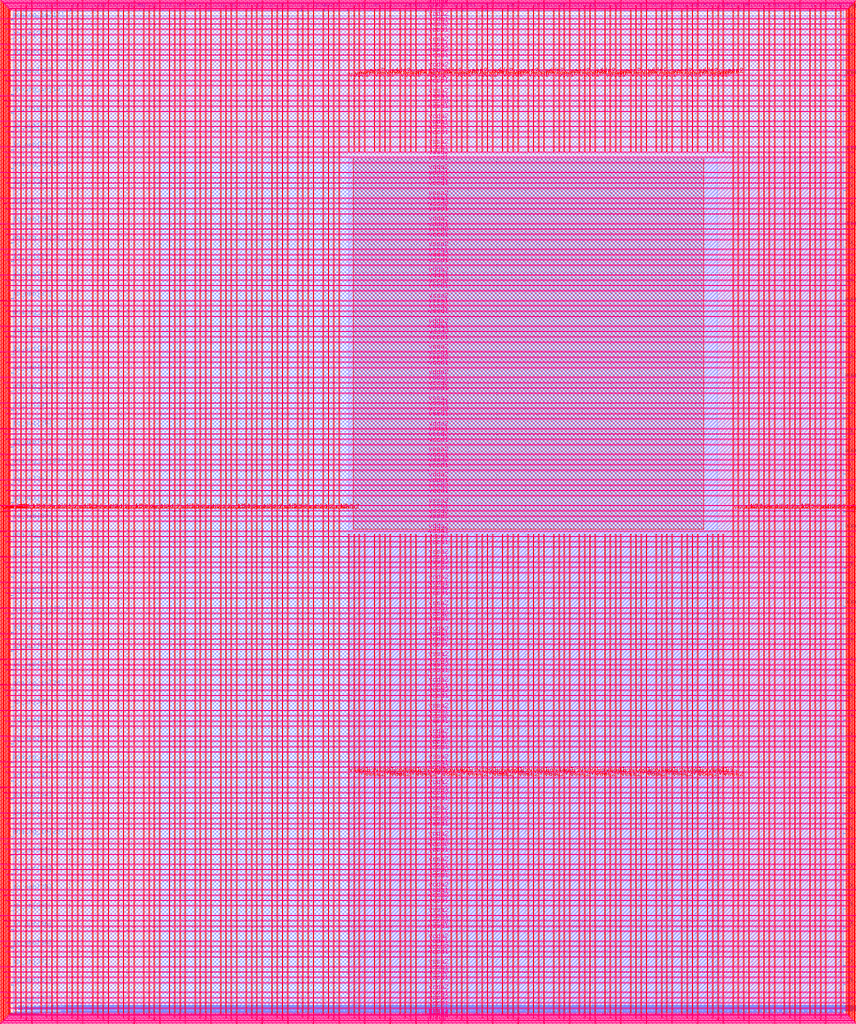
<source format=lef>
VERSION 5.7 ;
  NOWIREEXTENSIONATPIN ON ;
  DIVIDERCHAR "/" ;
  BUSBITCHARS "[]" ;
MACRO user_project_wrapper
  CLASS BLOCK ;
  FOREIGN user_project_wrapper ;
  ORIGIN 0.000 0.000 ;
  SIZE 2920.000 BY 3520.000 ;
  PIN analog_io[0]
    DIRECTION INOUT ;
    USE SIGNAL ;
    PORT
      LAYER met3 ;
        RECT 2917.600 1426.380 2924.800 1427.580 ;
    END
  END analog_io[0]
  PIN analog_io[10]
    DIRECTION INOUT ;
    USE SIGNAL ;
    PORT
      LAYER met2 ;
        RECT 2230.490 3517.600 2231.050 3524.800 ;
    END
  END analog_io[10]
  PIN analog_io[11]
    DIRECTION INOUT ;
    USE SIGNAL ;
    PORT
      LAYER met2 ;
        RECT 1905.730 3517.600 1906.290 3524.800 ;
    END
  END analog_io[11]
  PIN analog_io[12]
    DIRECTION INOUT ;
    USE SIGNAL ;
    PORT
      LAYER met2 ;
        RECT 1581.430 3517.600 1581.990 3524.800 ;
    END
  END analog_io[12]
  PIN analog_io[13]
    DIRECTION INOUT ;
    USE SIGNAL ;
    PORT
      LAYER met2 ;
        RECT 1257.130 3517.600 1257.690 3524.800 ;
    END
  END analog_io[13]
  PIN analog_io[14]
    DIRECTION INOUT ;
    USE SIGNAL ;
    PORT
      LAYER met2 ;
        RECT 932.370 3517.600 932.930 3524.800 ;
    END
  END analog_io[14]
  PIN analog_io[15]
    DIRECTION INOUT ;
    USE SIGNAL ;
    PORT
      LAYER met2 ;
        RECT 608.070 3517.600 608.630 3524.800 ;
    END
  END analog_io[15]
  PIN analog_io[16]
    DIRECTION INOUT ;
    USE SIGNAL ;
    PORT
      LAYER met2 ;
        RECT 283.770 3517.600 284.330 3524.800 ;
    END
  END analog_io[16]
  PIN analog_io[17]
    DIRECTION INOUT ;
    USE SIGNAL ;
    PORT
      LAYER met3 ;
        RECT -4.800 3486.100 2.400 3487.300 ;
    END
  END analog_io[17]
  PIN analog_io[18]
    DIRECTION INOUT ;
    USE SIGNAL ;
    PORT
      LAYER met3 ;
        RECT -4.800 3224.980 2.400 3226.180 ;
    END
  END analog_io[18]
  PIN analog_io[19]
    DIRECTION INOUT ;
    USE SIGNAL ;
    PORT
      LAYER met3 ;
        RECT -4.800 2964.540 2.400 2965.740 ;
    END
  END analog_io[19]
  PIN analog_io[1]
    DIRECTION INOUT ;
    USE SIGNAL ;
    PORT
      LAYER met3 ;
        RECT 2917.600 1692.260 2924.800 1693.460 ;
    END
  END analog_io[1]
  PIN analog_io[20]
    DIRECTION INOUT ;
    USE SIGNAL ;
    PORT
      LAYER met3 ;
        RECT -4.800 2703.420 2.400 2704.620 ;
    END
  END analog_io[20]
  PIN analog_io[21]
    DIRECTION INOUT ;
    USE SIGNAL ;
    PORT
      LAYER met3 ;
        RECT -4.800 2442.980 2.400 2444.180 ;
    END
  END analog_io[21]
  PIN analog_io[22]
    DIRECTION INOUT ;
    USE SIGNAL ;
    PORT
      LAYER met3 ;
        RECT -4.800 2182.540 2.400 2183.740 ;
    END
  END analog_io[22]
  PIN analog_io[23]
    DIRECTION INOUT ;
    USE SIGNAL ;
    PORT
      LAYER met3 ;
        RECT -4.800 1921.420 2.400 1922.620 ;
    END
  END analog_io[23]
  PIN analog_io[24]
    DIRECTION INOUT ;
    USE SIGNAL ;
    PORT
      LAYER met3 ;
        RECT -4.800 1660.980 2.400 1662.180 ;
    END
  END analog_io[24]
  PIN analog_io[25]
    DIRECTION INOUT ;
    USE SIGNAL ;
    PORT
      LAYER met3 ;
        RECT -4.800 1399.860 2.400 1401.060 ;
    END
  END analog_io[25]
  PIN analog_io[26]
    DIRECTION INOUT ;
    USE SIGNAL ;
    PORT
      LAYER met3 ;
        RECT -4.800 1139.420 2.400 1140.620 ;
    END
  END analog_io[26]
  PIN analog_io[27]
    DIRECTION INOUT ;
    USE SIGNAL ;
    PORT
      LAYER met3 ;
        RECT -4.800 878.980 2.400 880.180 ;
    END
  END analog_io[27]
  PIN analog_io[28]
    DIRECTION INOUT ;
    USE SIGNAL ;
    PORT
      LAYER met3 ;
        RECT -4.800 617.860 2.400 619.060 ;
    END
  END analog_io[28]
  PIN analog_io[2]
    DIRECTION INOUT ;
    USE SIGNAL ;
    PORT
      LAYER met3 ;
        RECT 2917.600 1958.140 2924.800 1959.340 ;
    END
  END analog_io[2]
  PIN analog_io[3]
    DIRECTION INOUT ;
    USE SIGNAL ;
    PORT
      LAYER met3 ;
        RECT 2917.600 2223.340 2924.800 2224.540 ;
    END
  END analog_io[3]
  PIN analog_io[4]
    DIRECTION INOUT ;
    USE SIGNAL ;
    PORT
      LAYER met3 ;
        RECT 2917.600 2489.220 2924.800 2490.420 ;
    END
  END analog_io[4]
  PIN analog_io[5]
    DIRECTION INOUT ;
    USE SIGNAL ;
    PORT
      LAYER met3 ;
        RECT 2917.600 2755.100 2924.800 2756.300 ;
    END
  END analog_io[5]
  PIN analog_io[6]
    DIRECTION INOUT ;
    USE SIGNAL ;
    PORT
      LAYER met3 ;
        RECT 2917.600 3020.300 2924.800 3021.500 ;
    END
  END analog_io[6]
  PIN analog_io[7]
    DIRECTION INOUT ;
    USE SIGNAL ;
    PORT
      LAYER met3 ;
        RECT 2917.600 3286.180 2924.800 3287.380 ;
    END
  END analog_io[7]
  PIN analog_io[8]
    DIRECTION INOUT ;
    USE SIGNAL ;
    PORT
      LAYER met2 ;
        RECT 2879.090 3517.600 2879.650 3524.800 ;
    END
  END analog_io[8]
  PIN analog_io[9]
    DIRECTION INOUT ;
    USE SIGNAL ;
    PORT
      LAYER met2 ;
        RECT 2554.790 3517.600 2555.350 3524.800 ;
    END
  END analog_io[9]
  PIN io_in[0]
    DIRECTION INPUT ;
    USE SIGNAL ;
    PORT
      LAYER met3 ;
        RECT 2917.600 32.380 2924.800 33.580 ;
    END
  END io_in[0]
  PIN io_in[10]
    DIRECTION INPUT ;
    USE SIGNAL ;
    PORT
      LAYER met3 ;
        RECT 2917.600 2289.980 2924.800 2291.180 ;
    END
  END io_in[10]
  PIN io_in[11]
    DIRECTION INPUT ;
    USE SIGNAL ;
    PORT
      LAYER met3 ;
        RECT 2917.600 2555.860 2924.800 2557.060 ;
    END
  END io_in[11]
  PIN io_in[12]
    DIRECTION INPUT ;
    USE SIGNAL ;
    PORT
      LAYER met3 ;
        RECT 2917.600 2821.060 2924.800 2822.260 ;
    END
  END io_in[12]
  PIN io_in[13]
    DIRECTION INPUT ;
    USE SIGNAL ;
    PORT
      LAYER met3 ;
        RECT 2917.600 3086.940 2924.800 3088.140 ;
    END
  END io_in[13]
  PIN io_in[14]
    DIRECTION INPUT ;
    USE SIGNAL ;
    PORT
      LAYER met3 ;
        RECT 2917.600 3352.820 2924.800 3354.020 ;
    END
  END io_in[14]
  PIN io_in[15]
    DIRECTION INPUT ;
    USE SIGNAL ;
    PORT
      LAYER met2 ;
        RECT 2798.130 3517.600 2798.690 3524.800 ;
    END
  END io_in[15]
  PIN io_in[16]
    DIRECTION INPUT ;
    USE SIGNAL ;
    PORT
      LAYER met2 ;
        RECT 2473.830 3517.600 2474.390 3524.800 ;
    END
  END io_in[16]
  PIN io_in[17]
    DIRECTION INPUT ;
    USE SIGNAL ;
    PORT
      LAYER met2 ;
        RECT 2149.070 3517.600 2149.630 3524.800 ;
    END
  END io_in[17]
  PIN io_in[18]
    DIRECTION INPUT ;
    USE SIGNAL ;
    PORT
      LAYER met2 ;
        RECT 1824.770 3517.600 1825.330 3524.800 ;
    END
  END io_in[18]
  PIN io_in[19]
    DIRECTION INPUT ;
    USE SIGNAL ;
    PORT
      LAYER met2 ;
        RECT 1500.470 3517.600 1501.030 3524.800 ;
    END
  END io_in[19]
  PIN io_in[1]
    DIRECTION INPUT ;
    USE SIGNAL ;
    PORT
      LAYER met3 ;
        RECT 2917.600 230.940 2924.800 232.140 ;
    END
  END io_in[1]
  PIN io_in[20]
    DIRECTION INPUT ;
    USE SIGNAL ;
    PORT
      LAYER met2 ;
        RECT 1175.710 3517.600 1176.270 3524.800 ;
    END
  END io_in[20]
  PIN io_in[21]
    DIRECTION INPUT ;
    USE SIGNAL ;
    PORT
      LAYER met2 ;
        RECT 851.410 3517.600 851.970 3524.800 ;
    END
  END io_in[21]
  PIN io_in[22]
    DIRECTION INPUT ;
    USE SIGNAL ;
    PORT
      LAYER met2 ;
        RECT 527.110 3517.600 527.670 3524.800 ;
    END
  END io_in[22]
  PIN io_in[23]
    DIRECTION INPUT ;
    USE SIGNAL ;
    PORT
      LAYER met2 ;
        RECT 202.350 3517.600 202.910 3524.800 ;
    END
  END io_in[23]
  PIN io_in[24]
    DIRECTION INPUT ;
    USE SIGNAL ;
    PORT
      LAYER met3 ;
        RECT -4.800 3420.820 2.400 3422.020 ;
    END
  END io_in[24]
  PIN io_in[25]
    DIRECTION INPUT ;
    USE SIGNAL ;
    PORT
      LAYER met3 ;
        RECT -4.800 3159.700 2.400 3160.900 ;
    END
  END io_in[25]
  PIN io_in[26]
    DIRECTION INPUT ;
    USE SIGNAL ;
    PORT
      LAYER met3 ;
        RECT -4.800 2899.260 2.400 2900.460 ;
    END
  END io_in[26]
  PIN io_in[27]
    DIRECTION INPUT ;
    USE SIGNAL ;
    PORT
      LAYER met3 ;
        RECT -4.800 2638.820 2.400 2640.020 ;
    END
  END io_in[27]
  PIN io_in[28]
    DIRECTION INPUT ;
    USE SIGNAL ;
    PORT
      LAYER met3 ;
        RECT -4.800 2377.700 2.400 2378.900 ;
    END
  END io_in[28]
  PIN io_in[29]
    DIRECTION INPUT ;
    USE SIGNAL ;
    PORT
      LAYER met3 ;
        RECT -4.800 2117.260 2.400 2118.460 ;
    END
  END io_in[29]
  PIN io_in[2]
    DIRECTION INPUT ;
    USE SIGNAL ;
    PORT
      LAYER met3 ;
        RECT 2917.600 430.180 2924.800 431.380 ;
    END
  END io_in[2]
  PIN io_in[30]
    DIRECTION INPUT ;
    USE SIGNAL ;
    PORT
      LAYER met3 ;
        RECT -4.800 1856.140 2.400 1857.340 ;
    END
  END io_in[30]
  PIN io_in[31]
    DIRECTION INPUT ;
    USE SIGNAL ;
    PORT
      LAYER met3 ;
        RECT -4.800 1595.700 2.400 1596.900 ;
    END
  END io_in[31]
  PIN io_in[32]
    DIRECTION INPUT ;
    USE SIGNAL ;
    PORT
      LAYER met3 ;
        RECT -4.800 1335.260 2.400 1336.460 ;
    END
  END io_in[32]
  PIN io_in[33]
    DIRECTION INPUT ;
    USE SIGNAL ;
    PORT
      LAYER met3 ;
        RECT -4.800 1074.140 2.400 1075.340 ;
    END
  END io_in[33]
  PIN io_in[34]
    DIRECTION INPUT ;
    USE SIGNAL ;
    PORT
      LAYER met3 ;
        RECT -4.800 813.700 2.400 814.900 ;
    END
  END io_in[34]
  PIN io_in[35]
    DIRECTION INPUT ;
    USE SIGNAL ;
    PORT
      LAYER met3 ;
        RECT -4.800 552.580 2.400 553.780 ;
    END
  END io_in[35]
  PIN io_in[36]
    DIRECTION INPUT ;
    USE SIGNAL ;
    PORT
      LAYER met3 ;
        RECT -4.800 357.420 2.400 358.620 ;
    END
  END io_in[36]
  PIN io_in[37]
    DIRECTION INPUT ;
    USE SIGNAL ;
    PORT
      LAYER met3 ;
        RECT -4.800 161.580 2.400 162.780 ;
    END
  END io_in[37]
  PIN io_in[3]
    DIRECTION INPUT ;
    USE SIGNAL ;
    PORT
      LAYER met3 ;
        RECT 2917.600 629.420 2924.800 630.620 ;
    END
  END io_in[3]
  PIN io_in[4]
    DIRECTION INPUT ;
    USE SIGNAL ;
    PORT
      LAYER met3 ;
        RECT 2917.600 828.660 2924.800 829.860 ;
    END
  END io_in[4]
  PIN io_in[5]
    DIRECTION INPUT ;
    USE SIGNAL ;
    PORT
      LAYER met3 ;
        RECT 2917.600 1027.900 2924.800 1029.100 ;
    END
  END io_in[5]
  PIN io_in[6]
    DIRECTION INPUT ;
    USE SIGNAL ;
    PORT
      LAYER met3 ;
        RECT 2917.600 1227.140 2924.800 1228.340 ;
    END
  END io_in[6]
  PIN io_in[7]
    DIRECTION INPUT ;
    USE SIGNAL ;
    PORT
      LAYER met3 ;
        RECT 2917.600 1493.020 2924.800 1494.220 ;
    END
  END io_in[7]
  PIN io_in[8]
    DIRECTION INPUT ;
    USE SIGNAL ;
    PORT
      LAYER met3 ;
        RECT 2917.600 1758.900 2924.800 1760.100 ;
    END
  END io_in[8]
  PIN io_in[9]
    DIRECTION INPUT ;
    USE SIGNAL ;
    PORT
      LAYER met3 ;
        RECT 2917.600 2024.100 2924.800 2025.300 ;
    END
  END io_in[9]
  PIN io_oeb[0]
    DIRECTION OUTPUT TRISTATE ;
    USE SIGNAL ;
    PORT
      LAYER met3 ;
        RECT 2917.600 164.980 2924.800 166.180 ;
    END
  END io_oeb[0]
  PIN io_oeb[10]
    DIRECTION OUTPUT TRISTATE ;
    USE SIGNAL ;
    PORT
      LAYER met3 ;
        RECT 2917.600 2422.580 2924.800 2423.780 ;
    END
  END io_oeb[10]
  PIN io_oeb[11]
    DIRECTION OUTPUT TRISTATE ;
    USE SIGNAL ;
    PORT
      LAYER met3 ;
        RECT 2917.600 2688.460 2924.800 2689.660 ;
    END
  END io_oeb[11]
  PIN io_oeb[12]
    DIRECTION OUTPUT TRISTATE ;
    USE SIGNAL ;
    PORT
      LAYER met3 ;
        RECT 2917.600 2954.340 2924.800 2955.540 ;
    END
  END io_oeb[12]
  PIN io_oeb[13]
    DIRECTION OUTPUT TRISTATE ;
    USE SIGNAL ;
    PORT
      LAYER met3 ;
        RECT 2917.600 3219.540 2924.800 3220.740 ;
    END
  END io_oeb[13]
  PIN io_oeb[14]
    DIRECTION OUTPUT TRISTATE ;
    USE SIGNAL ;
    PORT
      LAYER met3 ;
        RECT 2917.600 3485.420 2924.800 3486.620 ;
    END
  END io_oeb[14]
  PIN io_oeb[15]
    DIRECTION OUTPUT TRISTATE ;
    USE SIGNAL ;
    PORT
      LAYER met2 ;
        RECT 2635.750 3517.600 2636.310 3524.800 ;
    END
  END io_oeb[15]
  PIN io_oeb[16]
    DIRECTION OUTPUT TRISTATE ;
    USE SIGNAL ;
    PORT
      LAYER met2 ;
        RECT 2311.450 3517.600 2312.010 3524.800 ;
    END
  END io_oeb[16]
  PIN io_oeb[17]
    DIRECTION OUTPUT TRISTATE ;
    USE SIGNAL ;
    PORT
      LAYER met2 ;
        RECT 1987.150 3517.600 1987.710 3524.800 ;
    END
  END io_oeb[17]
  PIN io_oeb[18]
    DIRECTION OUTPUT TRISTATE ;
    USE SIGNAL ;
    PORT
      LAYER met2 ;
        RECT 1662.390 3517.600 1662.950 3524.800 ;
    END
  END io_oeb[18]
  PIN io_oeb[19]
    DIRECTION OUTPUT TRISTATE ;
    USE SIGNAL ;
    PORT
      LAYER met2 ;
        RECT 1338.090 3517.600 1338.650 3524.800 ;
    END
  END io_oeb[19]
  PIN io_oeb[1]
    DIRECTION OUTPUT TRISTATE ;
    USE SIGNAL ;
    PORT
      LAYER met3 ;
        RECT 2917.600 364.220 2924.800 365.420 ;
    END
  END io_oeb[1]
  PIN io_oeb[20]
    DIRECTION OUTPUT TRISTATE ;
    USE SIGNAL ;
    PORT
      LAYER met2 ;
        RECT 1013.790 3517.600 1014.350 3524.800 ;
    END
  END io_oeb[20]
  PIN io_oeb[21]
    DIRECTION OUTPUT TRISTATE ;
    USE SIGNAL ;
    PORT
      LAYER met2 ;
        RECT 689.030 3517.600 689.590 3524.800 ;
    END
  END io_oeb[21]
  PIN io_oeb[22]
    DIRECTION OUTPUT TRISTATE ;
    USE SIGNAL ;
    PORT
      LAYER met2 ;
        RECT 364.730 3517.600 365.290 3524.800 ;
    END
  END io_oeb[22]
  PIN io_oeb[23]
    DIRECTION OUTPUT TRISTATE ;
    USE SIGNAL ;
    PORT
      LAYER met2 ;
        RECT 40.430 3517.600 40.990 3524.800 ;
    END
  END io_oeb[23]
  PIN io_oeb[24]
    DIRECTION OUTPUT TRISTATE ;
    USE SIGNAL ;
    PORT
      LAYER met3 ;
        RECT -4.800 3290.260 2.400 3291.460 ;
    END
  END io_oeb[24]
  PIN io_oeb[25]
    DIRECTION OUTPUT TRISTATE ;
    USE SIGNAL ;
    PORT
      LAYER met3 ;
        RECT -4.800 3029.820 2.400 3031.020 ;
    END
  END io_oeb[25]
  PIN io_oeb[26]
    DIRECTION OUTPUT TRISTATE ;
    USE SIGNAL ;
    PORT
      LAYER met3 ;
        RECT -4.800 2768.700 2.400 2769.900 ;
    END
  END io_oeb[26]
  PIN io_oeb[27]
    DIRECTION OUTPUT TRISTATE ;
    USE SIGNAL ;
    PORT
      LAYER met3 ;
        RECT -4.800 2508.260 2.400 2509.460 ;
    END
  END io_oeb[27]
  PIN io_oeb[28]
    DIRECTION OUTPUT TRISTATE ;
    USE SIGNAL ;
    PORT
      LAYER met3 ;
        RECT -4.800 2247.140 2.400 2248.340 ;
    END
  END io_oeb[28]
  PIN io_oeb[29]
    DIRECTION OUTPUT TRISTATE ;
    USE SIGNAL ;
    PORT
      LAYER met3 ;
        RECT -4.800 1986.700 2.400 1987.900 ;
    END
  END io_oeb[29]
  PIN io_oeb[2]
    DIRECTION OUTPUT TRISTATE ;
    USE SIGNAL ;
    PORT
      LAYER met3 ;
        RECT 2917.600 563.460 2924.800 564.660 ;
    END
  END io_oeb[2]
  PIN io_oeb[30]
    DIRECTION OUTPUT TRISTATE ;
    USE SIGNAL ;
    PORT
      LAYER met3 ;
        RECT -4.800 1726.260 2.400 1727.460 ;
    END
  END io_oeb[30]
  PIN io_oeb[31]
    DIRECTION OUTPUT TRISTATE ;
    USE SIGNAL ;
    PORT
      LAYER met3 ;
        RECT -4.800 1465.140 2.400 1466.340 ;
    END
  END io_oeb[31]
  PIN io_oeb[32]
    DIRECTION OUTPUT TRISTATE ;
    USE SIGNAL ;
    PORT
      LAYER met3 ;
        RECT -4.800 1204.700 2.400 1205.900 ;
    END
  END io_oeb[32]
  PIN io_oeb[33]
    DIRECTION OUTPUT TRISTATE ;
    USE SIGNAL ;
    PORT
      LAYER met3 ;
        RECT -4.800 943.580 2.400 944.780 ;
    END
  END io_oeb[33]
  PIN io_oeb[34]
    DIRECTION OUTPUT TRISTATE ;
    USE SIGNAL ;
    PORT
      LAYER met3 ;
        RECT -4.800 683.140 2.400 684.340 ;
    END
  END io_oeb[34]
  PIN io_oeb[35]
    DIRECTION OUTPUT TRISTATE ;
    USE SIGNAL ;
    PORT
      LAYER met3 ;
        RECT -4.800 422.700 2.400 423.900 ;
    END
  END io_oeb[35]
  PIN io_oeb[36]
    DIRECTION OUTPUT TRISTATE ;
    USE SIGNAL ;
    PORT
      LAYER met3 ;
        RECT -4.800 226.860 2.400 228.060 ;
    END
  END io_oeb[36]
  PIN io_oeb[37]
    DIRECTION OUTPUT TRISTATE ;
    USE SIGNAL ;
    PORT
      LAYER met3 ;
        RECT -4.800 31.700 2.400 32.900 ;
    END
  END io_oeb[37]
  PIN io_oeb[3]
    DIRECTION OUTPUT TRISTATE ;
    USE SIGNAL ;
    PORT
      LAYER met3 ;
        RECT 2917.600 762.700 2924.800 763.900 ;
    END
  END io_oeb[3]
  PIN io_oeb[4]
    DIRECTION OUTPUT TRISTATE ;
    USE SIGNAL ;
    PORT
      LAYER met3 ;
        RECT 2917.600 961.940 2924.800 963.140 ;
    END
  END io_oeb[4]
  PIN io_oeb[5]
    DIRECTION OUTPUT TRISTATE ;
    USE SIGNAL ;
    PORT
      LAYER met3 ;
        RECT 2917.600 1161.180 2924.800 1162.380 ;
    END
  END io_oeb[5]
  PIN io_oeb[6]
    DIRECTION OUTPUT TRISTATE ;
    USE SIGNAL ;
    PORT
      LAYER met3 ;
        RECT 2917.600 1360.420 2924.800 1361.620 ;
    END
  END io_oeb[6]
  PIN io_oeb[7]
    DIRECTION OUTPUT TRISTATE ;
    USE SIGNAL ;
    PORT
      LAYER met3 ;
        RECT 2917.600 1625.620 2924.800 1626.820 ;
    END
  END io_oeb[7]
  PIN io_oeb[8]
    DIRECTION OUTPUT TRISTATE ;
    USE SIGNAL ;
    PORT
      LAYER met3 ;
        RECT 2917.600 1891.500 2924.800 1892.700 ;
    END
  END io_oeb[8]
  PIN io_oeb[9]
    DIRECTION OUTPUT TRISTATE ;
    USE SIGNAL ;
    PORT
      LAYER met3 ;
        RECT 2917.600 2157.380 2924.800 2158.580 ;
    END
  END io_oeb[9]
  PIN io_out[0]
    DIRECTION OUTPUT TRISTATE ;
    USE SIGNAL ;
    PORT
      LAYER met3 ;
        RECT 2917.600 98.340 2924.800 99.540 ;
    END
  END io_out[0]
  PIN io_out[10]
    DIRECTION OUTPUT TRISTATE ;
    USE SIGNAL ;
    PORT
      LAYER met3 ;
        RECT 2917.600 2356.620 2924.800 2357.820 ;
    END
  END io_out[10]
  PIN io_out[11]
    DIRECTION OUTPUT TRISTATE ;
    USE SIGNAL ;
    PORT
      LAYER met3 ;
        RECT 2917.600 2621.820 2924.800 2623.020 ;
    END
  END io_out[11]
  PIN io_out[12]
    DIRECTION OUTPUT TRISTATE ;
    USE SIGNAL ;
    PORT
      LAYER met3 ;
        RECT 2917.600 2887.700 2924.800 2888.900 ;
    END
  END io_out[12]
  PIN io_out[13]
    DIRECTION OUTPUT TRISTATE ;
    USE SIGNAL ;
    PORT
      LAYER met3 ;
        RECT 2917.600 3153.580 2924.800 3154.780 ;
    END
  END io_out[13]
  PIN io_out[14]
    DIRECTION OUTPUT TRISTATE ;
    USE SIGNAL ;
    PORT
      LAYER met3 ;
        RECT 2917.600 3418.780 2924.800 3419.980 ;
    END
  END io_out[14]
  PIN io_out[15]
    DIRECTION OUTPUT TRISTATE ;
    USE SIGNAL ;
    PORT
      LAYER met2 ;
        RECT 2717.170 3517.600 2717.730 3524.800 ;
    END
  END io_out[15]
  PIN io_out[16]
    DIRECTION OUTPUT TRISTATE ;
    USE SIGNAL ;
    PORT
      LAYER met2 ;
        RECT 2392.410 3517.600 2392.970 3524.800 ;
    END
  END io_out[16]
  PIN io_out[17]
    DIRECTION OUTPUT TRISTATE ;
    USE SIGNAL ;
    PORT
      LAYER met2 ;
        RECT 2068.110 3517.600 2068.670 3524.800 ;
    END
  END io_out[17]
  PIN io_out[18]
    DIRECTION OUTPUT TRISTATE ;
    USE SIGNAL ;
    PORT
      LAYER met2 ;
        RECT 1743.810 3517.600 1744.370 3524.800 ;
    END
  END io_out[18]
  PIN io_out[19]
    DIRECTION OUTPUT TRISTATE ;
    USE SIGNAL ;
    PORT
      LAYER met2 ;
        RECT 1419.050 3517.600 1419.610 3524.800 ;
    END
  END io_out[19]
  PIN io_out[1]
    DIRECTION OUTPUT TRISTATE ;
    USE SIGNAL ;
    PORT
      LAYER met3 ;
        RECT 2917.600 297.580 2924.800 298.780 ;
    END
  END io_out[1]
  PIN io_out[20]
    DIRECTION OUTPUT TRISTATE ;
    USE SIGNAL ;
    PORT
      LAYER met2 ;
        RECT 1094.750 3517.600 1095.310 3524.800 ;
    END
  END io_out[20]
  PIN io_out[21]
    DIRECTION OUTPUT TRISTATE ;
    USE SIGNAL ;
    PORT
      LAYER met2 ;
        RECT 770.450 3517.600 771.010 3524.800 ;
    END
  END io_out[21]
  PIN io_out[22]
    DIRECTION OUTPUT TRISTATE ;
    USE SIGNAL ;
    PORT
      LAYER met2 ;
        RECT 445.690 3517.600 446.250 3524.800 ;
    END
  END io_out[22]
  PIN io_out[23]
    DIRECTION OUTPUT TRISTATE ;
    USE SIGNAL ;
    PORT
      LAYER met2 ;
        RECT 121.390 3517.600 121.950 3524.800 ;
    END
  END io_out[23]
  PIN io_out[24]
    DIRECTION OUTPUT TRISTATE ;
    USE SIGNAL ;
    PORT
      LAYER met3 ;
        RECT -4.800 3355.540 2.400 3356.740 ;
    END
  END io_out[24]
  PIN io_out[25]
    DIRECTION OUTPUT TRISTATE ;
    USE SIGNAL ;
    PORT
      LAYER met3 ;
        RECT -4.800 3095.100 2.400 3096.300 ;
    END
  END io_out[25]
  PIN io_out[26]
    DIRECTION OUTPUT TRISTATE ;
    USE SIGNAL ;
    PORT
      LAYER met3 ;
        RECT -4.800 2833.980 2.400 2835.180 ;
    END
  END io_out[26]
  PIN io_out[27]
    DIRECTION OUTPUT TRISTATE ;
    USE SIGNAL ;
    PORT
      LAYER met3 ;
        RECT -4.800 2573.540 2.400 2574.740 ;
    END
  END io_out[27]
  PIN io_out[28]
    DIRECTION OUTPUT TRISTATE ;
    USE SIGNAL ;
    PORT
      LAYER met3 ;
        RECT -4.800 2312.420 2.400 2313.620 ;
    END
  END io_out[28]
  PIN io_out[29]
    DIRECTION OUTPUT TRISTATE ;
    USE SIGNAL ;
    PORT
      LAYER met3 ;
        RECT -4.800 2051.980 2.400 2053.180 ;
    END
  END io_out[29]
  PIN io_out[2]
    DIRECTION OUTPUT TRISTATE ;
    USE SIGNAL ;
    PORT
      LAYER met3 ;
        RECT 2917.600 496.820 2924.800 498.020 ;
    END
  END io_out[2]
  PIN io_out[30]
    DIRECTION OUTPUT TRISTATE ;
    USE SIGNAL ;
    PORT
      LAYER met3 ;
        RECT -4.800 1791.540 2.400 1792.740 ;
    END
  END io_out[30]
  PIN io_out[31]
    DIRECTION OUTPUT TRISTATE ;
    USE SIGNAL ;
    PORT
      LAYER met3 ;
        RECT -4.800 1530.420 2.400 1531.620 ;
    END
  END io_out[31]
  PIN io_out[32]
    DIRECTION OUTPUT TRISTATE ;
    USE SIGNAL ;
    PORT
      LAYER met3 ;
        RECT -4.800 1269.980 2.400 1271.180 ;
    END
  END io_out[32]
  PIN io_out[33]
    DIRECTION OUTPUT TRISTATE ;
    USE SIGNAL ;
    PORT
      LAYER met3 ;
        RECT -4.800 1008.860 2.400 1010.060 ;
    END
  END io_out[33]
  PIN io_out[34]
    DIRECTION OUTPUT TRISTATE ;
    USE SIGNAL ;
    PORT
      LAYER met3 ;
        RECT -4.800 748.420 2.400 749.620 ;
    END
  END io_out[34]
  PIN io_out[35]
    DIRECTION OUTPUT TRISTATE ;
    USE SIGNAL ;
    PORT
      LAYER met3 ;
        RECT -4.800 487.300 2.400 488.500 ;
    END
  END io_out[35]
  PIN io_out[36]
    DIRECTION OUTPUT TRISTATE ;
    USE SIGNAL ;
    PORT
      LAYER met3 ;
        RECT -4.800 292.140 2.400 293.340 ;
    END
  END io_out[36]
  PIN io_out[37]
    DIRECTION OUTPUT TRISTATE ;
    USE SIGNAL ;
    PORT
      LAYER met3 ;
        RECT -4.800 96.300 2.400 97.500 ;
    END
  END io_out[37]
  PIN io_out[3]
    DIRECTION OUTPUT TRISTATE ;
    USE SIGNAL ;
    PORT
      LAYER met3 ;
        RECT 2917.600 696.060 2924.800 697.260 ;
    END
  END io_out[3]
  PIN io_out[4]
    DIRECTION OUTPUT TRISTATE ;
    USE SIGNAL ;
    PORT
      LAYER met3 ;
        RECT 2917.600 895.300 2924.800 896.500 ;
    END
  END io_out[4]
  PIN io_out[5]
    DIRECTION OUTPUT TRISTATE ;
    USE SIGNAL ;
    PORT
      LAYER met3 ;
        RECT 2917.600 1094.540 2924.800 1095.740 ;
    END
  END io_out[5]
  PIN io_out[6]
    DIRECTION OUTPUT TRISTATE ;
    USE SIGNAL ;
    PORT
      LAYER met3 ;
        RECT 2917.600 1293.780 2924.800 1294.980 ;
    END
  END io_out[6]
  PIN io_out[7]
    DIRECTION OUTPUT TRISTATE ;
    USE SIGNAL ;
    PORT
      LAYER met3 ;
        RECT 2917.600 1559.660 2924.800 1560.860 ;
    END
  END io_out[7]
  PIN io_out[8]
    DIRECTION OUTPUT TRISTATE ;
    USE SIGNAL ;
    PORT
      LAYER met3 ;
        RECT 2917.600 1824.860 2924.800 1826.060 ;
    END
  END io_out[8]
  PIN io_out[9]
    DIRECTION OUTPUT TRISTATE ;
    USE SIGNAL ;
    PORT
      LAYER met3 ;
        RECT 2917.600 2090.740 2924.800 2091.940 ;
    END
  END io_out[9]
  PIN la_data_in[0]
    DIRECTION INPUT ;
    USE SIGNAL ;
    PORT
      LAYER met2 ;
        RECT 629.230 -4.800 629.790 2.400 ;
    END
  END la_data_in[0]
  PIN la_data_in[100]
    DIRECTION INPUT ;
    USE SIGNAL ;
    PORT
      LAYER met2 ;
        RECT 2402.530 -4.800 2403.090 2.400 ;
    END
  END la_data_in[100]
  PIN la_data_in[101]
    DIRECTION INPUT ;
    USE SIGNAL ;
    PORT
      LAYER met2 ;
        RECT 2420.010 -4.800 2420.570 2.400 ;
    END
  END la_data_in[101]
  PIN la_data_in[102]
    DIRECTION INPUT ;
    USE SIGNAL ;
    PORT
      LAYER met2 ;
        RECT 2437.950 -4.800 2438.510 2.400 ;
    END
  END la_data_in[102]
  PIN la_data_in[103]
    DIRECTION INPUT ;
    USE SIGNAL ;
    PORT
      LAYER met2 ;
        RECT 2455.430 -4.800 2455.990 2.400 ;
    END
  END la_data_in[103]
  PIN la_data_in[104]
    DIRECTION INPUT ;
    USE SIGNAL ;
    PORT
      LAYER met2 ;
        RECT 2473.370 -4.800 2473.930 2.400 ;
    END
  END la_data_in[104]
  PIN la_data_in[105]
    DIRECTION INPUT ;
    USE SIGNAL ;
    PORT
      LAYER met2 ;
        RECT 2490.850 -4.800 2491.410 2.400 ;
    END
  END la_data_in[105]
  PIN la_data_in[106]
    DIRECTION INPUT ;
    USE SIGNAL ;
    PORT
      LAYER met2 ;
        RECT 2508.790 -4.800 2509.350 2.400 ;
    END
  END la_data_in[106]
  PIN la_data_in[107]
    DIRECTION INPUT ;
    USE SIGNAL ;
    PORT
      LAYER met2 ;
        RECT 2526.730 -4.800 2527.290 2.400 ;
    END
  END la_data_in[107]
  PIN la_data_in[108]
    DIRECTION INPUT ;
    USE SIGNAL ;
    PORT
      LAYER met2 ;
        RECT 2544.210 -4.800 2544.770 2.400 ;
    END
  END la_data_in[108]
  PIN la_data_in[109]
    DIRECTION INPUT ;
    USE SIGNAL ;
    PORT
      LAYER met2 ;
        RECT 2562.150 -4.800 2562.710 2.400 ;
    END
  END la_data_in[109]
  PIN la_data_in[10]
    DIRECTION INPUT ;
    USE SIGNAL ;
    PORT
      LAYER met2 ;
        RECT 806.330 -4.800 806.890 2.400 ;
    END
  END la_data_in[10]
  PIN la_data_in[110]
    DIRECTION INPUT ;
    USE SIGNAL ;
    PORT
      LAYER met2 ;
        RECT 2579.630 -4.800 2580.190 2.400 ;
    END
  END la_data_in[110]
  PIN la_data_in[111]
    DIRECTION INPUT ;
    USE SIGNAL ;
    PORT
      LAYER met2 ;
        RECT 2597.570 -4.800 2598.130 2.400 ;
    END
  END la_data_in[111]
  PIN la_data_in[112]
    DIRECTION INPUT ;
    USE SIGNAL ;
    PORT
      LAYER met2 ;
        RECT 2615.050 -4.800 2615.610 2.400 ;
    END
  END la_data_in[112]
  PIN la_data_in[113]
    DIRECTION INPUT ;
    USE SIGNAL ;
    PORT
      LAYER met2 ;
        RECT 2632.990 -4.800 2633.550 2.400 ;
    END
  END la_data_in[113]
  PIN la_data_in[114]
    DIRECTION INPUT ;
    USE SIGNAL ;
    PORT
      LAYER met2 ;
        RECT 2650.470 -4.800 2651.030 2.400 ;
    END
  END la_data_in[114]
  PIN la_data_in[115]
    DIRECTION INPUT ;
    USE SIGNAL ;
    PORT
      LAYER met2 ;
        RECT 2668.410 -4.800 2668.970 2.400 ;
    END
  END la_data_in[115]
  PIN la_data_in[116]
    DIRECTION INPUT ;
    USE SIGNAL ;
    PORT
      LAYER met2 ;
        RECT 2685.890 -4.800 2686.450 2.400 ;
    END
  END la_data_in[116]
  PIN la_data_in[117]
    DIRECTION INPUT ;
    USE SIGNAL ;
    PORT
      LAYER met2 ;
        RECT 2703.830 -4.800 2704.390 2.400 ;
    END
  END la_data_in[117]
  PIN la_data_in[118]
    DIRECTION INPUT ;
    USE SIGNAL ;
    PORT
      LAYER met2 ;
        RECT 2721.770 -4.800 2722.330 2.400 ;
    END
  END la_data_in[118]
  PIN la_data_in[119]
    DIRECTION INPUT ;
    USE SIGNAL ;
    PORT
      LAYER met2 ;
        RECT 2739.250 -4.800 2739.810 2.400 ;
    END
  END la_data_in[119]
  PIN la_data_in[11]
    DIRECTION INPUT ;
    USE SIGNAL ;
    PORT
      LAYER met2 ;
        RECT 824.270 -4.800 824.830 2.400 ;
    END
  END la_data_in[11]
  PIN la_data_in[120]
    DIRECTION INPUT ;
    USE SIGNAL ;
    PORT
      LAYER met2 ;
        RECT 2757.190 -4.800 2757.750 2.400 ;
    END
  END la_data_in[120]
  PIN la_data_in[121]
    DIRECTION INPUT ;
    USE SIGNAL ;
    PORT
      LAYER met2 ;
        RECT 2774.670 -4.800 2775.230 2.400 ;
    END
  END la_data_in[121]
  PIN la_data_in[122]
    DIRECTION INPUT ;
    USE SIGNAL ;
    PORT
      LAYER met2 ;
        RECT 2792.610 -4.800 2793.170 2.400 ;
    END
  END la_data_in[122]
  PIN la_data_in[123]
    DIRECTION INPUT ;
    USE SIGNAL ;
    PORT
      LAYER met2 ;
        RECT 2810.090 -4.800 2810.650 2.400 ;
    END
  END la_data_in[123]
  PIN la_data_in[124]
    DIRECTION INPUT ;
    USE SIGNAL ;
    PORT
      LAYER met2 ;
        RECT 2828.030 -4.800 2828.590 2.400 ;
    END
  END la_data_in[124]
  PIN la_data_in[125]
    DIRECTION INPUT ;
    USE SIGNAL ;
    PORT
      LAYER met2 ;
        RECT 2845.510 -4.800 2846.070 2.400 ;
    END
  END la_data_in[125]
  PIN la_data_in[126]
    DIRECTION INPUT ;
    USE SIGNAL ;
    PORT
      LAYER met2 ;
        RECT 2863.450 -4.800 2864.010 2.400 ;
    END
  END la_data_in[126]
  PIN la_data_in[127]
    DIRECTION INPUT ;
    USE SIGNAL ;
    PORT
      LAYER met2 ;
        RECT 2881.390 -4.800 2881.950 2.400 ;
    END
  END la_data_in[127]
  PIN la_data_in[12]
    DIRECTION INPUT ;
    USE SIGNAL ;
    PORT
      LAYER met2 ;
        RECT 841.750 -4.800 842.310 2.400 ;
    END
  END la_data_in[12]
  PIN la_data_in[13]
    DIRECTION INPUT ;
    USE SIGNAL ;
    PORT
      LAYER met2 ;
        RECT 859.690 -4.800 860.250 2.400 ;
    END
  END la_data_in[13]
  PIN la_data_in[14]
    DIRECTION INPUT ;
    USE SIGNAL ;
    PORT
      LAYER met2 ;
        RECT 877.170 -4.800 877.730 2.400 ;
    END
  END la_data_in[14]
  PIN la_data_in[15]
    DIRECTION INPUT ;
    USE SIGNAL ;
    PORT
      LAYER met2 ;
        RECT 895.110 -4.800 895.670 2.400 ;
    END
  END la_data_in[15]
  PIN la_data_in[16]
    DIRECTION INPUT ;
    USE SIGNAL ;
    PORT
      LAYER met2 ;
        RECT 912.590 -4.800 913.150 2.400 ;
    END
  END la_data_in[16]
  PIN la_data_in[17]
    DIRECTION INPUT ;
    USE SIGNAL ;
    PORT
      LAYER met2 ;
        RECT 930.530 -4.800 931.090 2.400 ;
    END
  END la_data_in[17]
  PIN la_data_in[18]
    DIRECTION INPUT ;
    USE SIGNAL ;
    PORT
      LAYER met2 ;
        RECT 948.470 -4.800 949.030 2.400 ;
    END
  END la_data_in[18]
  PIN la_data_in[19]
    DIRECTION INPUT ;
    USE SIGNAL ;
    PORT
      LAYER met2 ;
        RECT 965.950 -4.800 966.510 2.400 ;
    END
  END la_data_in[19]
  PIN la_data_in[1]
    DIRECTION INPUT ;
    USE SIGNAL ;
    PORT
      LAYER met2 ;
        RECT 646.710 -4.800 647.270 2.400 ;
    END
  END la_data_in[1]
  PIN la_data_in[20]
    DIRECTION INPUT ;
    USE SIGNAL ;
    PORT
      LAYER met2 ;
        RECT 983.890 -4.800 984.450 2.400 ;
    END
  END la_data_in[20]
  PIN la_data_in[21]
    DIRECTION INPUT ;
    USE SIGNAL ;
    PORT
      LAYER met2 ;
        RECT 1001.370 -4.800 1001.930 2.400 ;
    END
  END la_data_in[21]
  PIN la_data_in[22]
    DIRECTION INPUT ;
    USE SIGNAL ;
    PORT
      LAYER met2 ;
        RECT 1019.310 -4.800 1019.870 2.400 ;
    END
  END la_data_in[22]
  PIN la_data_in[23]
    DIRECTION INPUT ;
    USE SIGNAL ;
    PORT
      LAYER met2 ;
        RECT 1036.790 -4.800 1037.350 2.400 ;
    END
  END la_data_in[23]
  PIN la_data_in[24]
    DIRECTION INPUT ;
    USE SIGNAL ;
    PORT
      LAYER met2 ;
        RECT 1054.730 -4.800 1055.290 2.400 ;
    END
  END la_data_in[24]
  PIN la_data_in[25]
    DIRECTION INPUT ;
    USE SIGNAL ;
    PORT
      LAYER met2 ;
        RECT 1072.210 -4.800 1072.770 2.400 ;
    END
  END la_data_in[25]
  PIN la_data_in[26]
    DIRECTION INPUT ;
    USE SIGNAL ;
    PORT
      LAYER met2 ;
        RECT 1090.150 -4.800 1090.710 2.400 ;
    END
  END la_data_in[26]
  PIN la_data_in[27]
    DIRECTION INPUT ;
    USE SIGNAL ;
    PORT
      LAYER met2 ;
        RECT 1107.630 -4.800 1108.190 2.400 ;
    END
  END la_data_in[27]
  PIN la_data_in[28]
    DIRECTION INPUT ;
    USE SIGNAL ;
    PORT
      LAYER met2 ;
        RECT 1125.570 -4.800 1126.130 2.400 ;
    END
  END la_data_in[28]
  PIN la_data_in[29]
    DIRECTION INPUT ;
    USE SIGNAL ;
    PORT
      LAYER met2 ;
        RECT 1143.510 -4.800 1144.070 2.400 ;
    END
  END la_data_in[29]
  PIN la_data_in[2]
    DIRECTION INPUT ;
    USE SIGNAL ;
    PORT
      LAYER met2 ;
        RECT 664.650 -4.800 665.210 2.400 ;
    END
  END la_data_in[2]
  PIN la_data_in[30]
    DIRECTION INPUT ;
    USE SIGNAL ;
    PORT
      LAYER met2 ;
        RECT 1160.990 -4.800 1161.550 2.400 ;
    END
  END la_data_in[30]
  PIN la_data_in[31]
    DIRECTION INPUT ;
    USE SIGNAL ;
    PORT
      LAYER met2 ;
        RECT 1178.930 -4.800 1179.490 2.400 ;
    END
  END la_data_in[31]
  PIN la_data_in[32]
    DIRECTION INPUT ;
    USE SIGNAL ;
    PORT
      LAYER met2 ;
        RECT 1196.410 -4.800 1196.970 2.400 ;
    END
  END la_data_in[32]
  PIN la_data_in[33]
    DIRECTION INPUT ;
    USE SIGNAL ;
    PORT
      LAYER met2 ;
        RECT 1214.350 -4.800 1214.910 2.400 ;
    END
  END la_data_in[33]
  PIN la_data_in[34]
    DIRECTION INPUT ;
    USE SIGNAL ;
    PORT
      LAYER met2 ;
        RECT 1231.830 -4.800 1232.390 2.400 ;
    END
  END la_data_in[34]
  PIN la_data_in[35]
    DIRECTION INPUT ;
    USE SIGNAL ;
    PORT
      LAYER met2 ;
        RECT 1249.770 -4.800 1250.330 2.400 ;
    END
  END la_data_in[35]
  PIN la_data_in[36]
    DIRECTION INPUT ;
    USE SIGNAL ;
    PORT
      LAYER met2 ;
        RECT 1267.250 -4.800 1267.810 2.400 ;
    END
  END la_data_in[36]
  PIN la_data_in[37]
    DIRECTION INPUT ;
    USE SIGNAL ;
    PORT
      LAYER met2 ;
        RECT 1285.190 -4.800 1285.750 2.400 ;
    END
  END la_data_in[37]
  PIN la_data_in[38]
    DIRECTION INPUT ;
    USE SIGNAL ;
    PORT
      LAYER met2 ;
        RECT 1303.130 -4.800 1303.690 2.400 ;
    END
  END la_data_in[38]
  PIN la_data_in[39]
    DIRECTION INPUT ;
    USE SIGNAL ;
    PORT
      LAYER met2 ;
        RECT 1320.610 -4.800 1321.170 2.400 ;
    END
  END la_data_in[39]
  PIN la_data_in[3]
    DIRECTION INPUT ;
    USE SIGNAL ;
    PORT
      LAYER met2 ;
        RECT 682.130 -4.800 682.690 2.400 ;
    END
  END la_data_in[3]
  PIN la_data_in[40]
    DIRECTION INPUT ;
    USE SIGNAL ;
    PORT
      LAYER met2 ;
        RECT 1338.550 -4.800 1339.110 2.400 ;
    END
  END la_data_in[40]
  PIN la_data_in[41]
    DIRECTION INPUT ;
    USE SIGNAL ;
    PORT
      LAYER met2 ;
        RECT 1356.030 -4.800 1356.590 2.400 ;
    END
  END la_data_in[41]
  PIN la_data_in[42]
    DIRECTION INPUT ;
    USE SIGNAL ;
    PORT
      LAYER met2 ;
        RECT 1373.970 -4.800 1374.530 2.400 ;
    END
  END la_data_in[42]
  PIN la_data_in[43]
    DIRECTION INPUT ;
    USE SIGNAL ;
    PORT
      LAYER met2 ;
        RECT 1391.450 -4.800 1392.010 2.400 ;
    END
  END la_data_in[43]
  PIN la_data_in[44]
    DIRECTION INPUT ;
    USE SIGNAL ;
    PORT
      LAYER met2 ;
        RECT 1409.390 -4.800 1409.950 2.400 ;
    END
  END la_data_in[44]
  PIN la_data_in[45]
    DIRECTION INPUT ;
    USE SIGNAL ;
    PORT
      LAYER met2 ;
        RECT 1426.870 -4.800 1427.430 2.400 ;
    END
  END la_data_in[45]
  PIN la_data_in[46]
    DIRECTION INPUT ;
    USE SIGNAL ;
    PORT
      LAYER met2 ;
        RECT 1444.810 -4.800 1445.370 2.400 ;
    END
  END la_data_in[46]
  PIN la_data_in[47]
    DIRECTION INPUT ;
    USE SIGNAL ;
    PORT
      LAYER met2 ;
        RECT 1462.750 -4.800 1463.310 2.400 ;
    END
  END la_data_in[47]
  PIN la_data_in[48]
    DIRECTION INPUT ;
    USE SIGNAL ;
    PORT
      LAYER met2 ;
        RECT 1480.230 -4.800 1480.790 2.400 ;
    END
  END la_data_in[48]
  PIN la_data_in[49]
    DIRECTION INPUT ;
    USE SIGNAL ;
    PORT
      LAYER met2 ;
        RECT 1498.170 -4.800 1498.730 2.400 ;
    END
  END la_data_in[49]
  PIN la_data_in[4]
    DIRECTION INPUT ;
    USE SIGNAL ;
    PORT
      LAYER met2 ;
        RECT 700.070 -4.800 700.630 2.400 ;
    END
  END la_data_in[4]
  PIN la_data_in[50]
    DIRECTION INPUT ;
    USE SIGNAL ;
    PORT
      LAYER met2 ;
        RECT 1515.650 -4.800 1516.210 2.400 ;
    END
  END la_data_in[50]
  PIN la_data_in[51]
    DIRECTION INPUT ;
    USE SIGNAL ;
    PORT
      LAYER met2 ;
        RECT 1533.590 -4.800 1534.150 2.400 ;
    END
  END la_data_in[51]
  PIN la_data_in[52]
    DIRECTION INPUT ;
    USE SIGNAL ;
    PORT
      LAYER met2 ;
        RECT 1551.070 -4.800 1551.630 2.400 ;
    END
  END la_data_in[52]
  PIN la_data_in[53]
    DIRECTION INPUT ;
    USE SIGNAL ;
    PORT
      LAYER met2 ;
        RECT 1569.010 -4.800 1569.570 2.400 ;
    END
  END la_data_in[53]
  PIN la_data_in[54]
    DIRECTION INPUT ;
    USE SIGNAL ;
    PORT
      LAYER met2 ;
        RECT 1586.490 -4.800 1587.050 2.400 ;
    END
  END la_data_in[54]
  PIN la_data_in[55]
    DIRECTION INPUT ;
    USE SIGNAL ;
    PORT
      LAYER met2 ;
        RECT 1604.430 -4.800 1604.990 2.400 ;
    END
  END la_data_in[55]
  PIN la_data_in[56]
    DIRECTION INPUT ;
    USE SIGNAL ;
    PORT
      LAYER met2 ;
        RECT 1621.910 -4.800 1622.470 2.400 ;
    END
  END la_data_in[56]
  PIN la_data_in[57]
    DIRECTION INPUT ;
    USE SIGNAL ;
    PORT
      LAYER met2 ;
        RECT 1639.850 -4.800 1640.410 2.400 ;
    END
  END la_data_in[57]
  PIN la_data_in[58]
    DIRECTION INPUT ;
    USE SIGNAL ;
    PORT
      LAYER met2 ;
        RECT 1657.790 -4.800 1658.350 2.400 ;
    END
  END la_data_in[58]
  PIN la_data_in[59]
    DIRECTION INPUT ;
    USE SIGNAL ;
    PORT
      LAYER met2 ;
        RECT 1675.270 -4.800 1675.830 2.400 ;
    END
  END la_data_in[59]
  PIN la_data_in[5]
    DIRECTION INPUT ;
    USE SIGNAL ;
    PORT
      LAYER met2 ;
        RECT 717.550 -4.800 718.110 2.400 ;
    END
  END la_data_in[5]
  PIN la_data_in[60]
    DIRECTION INPUT ;
    USE SIGNAL ;
    PORT
      LAYER met2 ;
        RECT 1693.210 -4.800 1693.770 2.400 ;
    END
  END la_data_in[60]
  PIN la_data_in[61]
    DIRECTION INPUT ;
    USE SIGNAL ;
    PORT
      LAYER met2 ;
        RECT 1710.690 -4.800 1711.250 2.400 ;
    END
  END la_data_in[61]
  PIN la_data_in[62]
    DIRECTION INPUT ;
    USE SIGNAL ;
    PORT
      LAYER met2 ;
        RECT 1728.630 -4.800 1729.190 2.400 ;
    END
  END la_data_in[62]
  PIN la_data_in[63]
    DIRECTION INPUT ;
    USE SIGNAL ;
    PORT
      LAYER met2 ;
        RECT 1746.110 -4.800 1746.670 2.400 ;
    END
  END la_data_in[63]
  PIN la_data_in[64]
    DIRECTION INPUT ;
    USE SIGNAL ;
    PORT
      LAYER met2 ;
        RECT 1764.050 -4.800 1764.610 2.400 ;
    END
  END la_data_in[64]
  PIN la_data_in[65]
    DIRECTION INPUT ;
    USE SIGNAL ;
    PORT
      LAYER met2 ;
        RECT 1781.530 -4.800 1782.090 2.400 ;
    END
  END la_data_in[65]
  PIN la_data_in[66]
    DIRECTION INPUT ;
    USE SIGNAL ;
    PORT
      LAYER met2 ;
        RECT 1799.470 -4.800 1800.030 2.400 ;
    END
  END la_data_in[66]
  PIN la_data_in[67]
    DIRECTION INPUT ;
    USE SIGNAL ;
    PORT
      LAYER met2 ;
        RECT 1817.410 -4.800 1817.970 2.400 ;
    END
  END la_data_in[67]
  PIN la_data_in[68]
    DIRECTION INPUT ;
    USE SIGNAL ;
    PORT
      LAYER met2 ;
        RECT 1834.890 -4.800 1835.450 2.400 ;
    END
  END la_data_in[68]
  PIN la_data_in[69]
    DIRECTION INPUT ;
    USE SIGNAL ;
    PORT
      LAYER met2 ;
        RECT 1852.830 -4.800 1853.390 2.400 ;
    END
  END la_data_in[69]
  PIN la_data_in[6]
    DIRECTION INPUT ;
    USE SIGNAL ;
    PORT
      LAYER met2 ;
        RECT 735.490 -4.800 736.050 2.400 ;
    END
  END la_data_in[6]
  PIN la_data_in[70]
    DIRECTION INPUT ;
    USE SIGNAL ;
    PORT
      LAYER met2 ;
        RECT 1870.310 -4.800 1870.870 2.400 ;
    END
  END la_data_in[70]
  PIN la_data_in[71]
    DIRECTION INPUT ;
    USE SIGNAL ;
    PORT
      LAYER met2 ;
        RECT 1888.250 -4.800 1888.810 2.400 ;
    END
  END la_data_in[71]
  PIN la_data_in[72]
    DIRECTION INPUT ;
    USE SIGNAL ;
    PORT
      LAYER met2 ;
        RECT 1905.730 -4.800 1906.290 2.400 ;
    END
  END la_data_in[72]
  PIN la_data_in[73]
    DIRECTION INPUT ;
    USE SIGNAL ;
    PORT
      LAYER met2 ;
        RECT 1923.670 -4.800 1924.230 2.400 ;
    END
  END la_data_in[73]
  PIN la_data_in[74]
    DIRECTION INPUT ;
    USE SIGNAL ;
    PORT
      LAYER met2 ;
        RECT 1941.150 -4.800 1941.710 2.400 ;
    END
  END la_data_in[74]
  PIN la_data_in[75]
    DIRECTION INPUT ;
    USE SIGNAL ;
    PORT
      LAYER met2 ;
        RECT 1959.090 -4.800 1959.650 2.400 ;
    END
  END la_data_in[75]
  PIN la_data_in[76]
    DIRECTION INPUT ;
    USE SIGNAL ;
    PORT
      LAYER met2 ;
        RECT 1976.570 -4.800 1977.130 2.400 ;
    END
  END la_data_in[76]
  PIN la_data_in[77]
    DIRECTION INPUT ;
    USE SIGNAL ;
    PORT
      LAYER met2 ;
        RECT 1994.510 -4.800 1995.070 2.400 ;
    END
  END la_data_in[77]
  PIN la_data_in[78]
    DIRECTION INPUT ;
    USE SIGNAL ;
    PORT
      LAYER met2 ;
        RECT 2012.450 -4.800 2013.010 2.400 ;
    END
  END la_data_in[78]
  PIN la_data_in[79]
    DIRECTION INPUT ;
    USE SIGNAL ;
    PORT
      LAYER met2 ;
        RECT 2029.930 -4.800 2030.490 2.400 ;
    END
  END la_data_in[79]
  PIN la_data_in[7]
    DIRECTION INPUT ;
    USE SIGNAL ;
    PORT
      LAYER met2 ;
        RECT 752.970 -4.800 753.530 2.400 ;
    END
  END la_data_in[7]
  PIN la_data_in[80]
    DIRECTION INPUT ;
    USE SIGNAL ;
    PORT
      LAYER met2 ;
        RECT 2047.870 -4.800 2048.430 2.400 ;
    END
  END la_data_in[80]
  PIN la_data_in[81]
    DIRECTION INPUT ;
    USE SIGNAL ;
    PORT
      LAYER met2 ;
        RECT 2065.350 -4.800 2065.910 2.400 ;
    END
  END la_data_in[81]
  PIN la_data_in[82]
    DIRECTION INPUT ;
    USE SIGNAL ;
    PORT
      LAYER met2 ;
        RECT 2083.290 -4.800 2083.850 2.400 ;
    END
  END la_data_in[82]
  PIN la_data_in[83]
    DIRECTION INPUT ;
    USE SIGNAL ;
    PORT
      LAYER met2 ;
        RECT 2100.770 -4.800 2101.330 2.400 ;
    END
  END la_data_in[83]
  PIN la_data_in[84]
    DIRECTION INPUT ;
    USE SIGNAL ;
    PORT
      LAYER met2 ;
        RECT 2118.710 -4.800 2119.270 2.400 ;
    END
  END la_data_in[84]
  PIN la_data_in[85]
    DIRECTION INPUT ;
    USE SIGNAL ;
    PORT
      LAYER met2 ;
        RECT 2136.190 -4.800 2136.750 2.400 ;
    END
  END la_data_in[85]
  PIN la_data_in[86]
    DIRECTION INPUT ;
    USE SIGNAL ;
    PORT
      LAYER met2 ;
        RECT 2154.130 -4.800 2154.690 2.400 ;
    END
  END la_data_in[86]
  PIN la_data_in[87]
    DIRECTION INPUT ;
    USE SIGNAL ;
    PORT
      LAYER met2 ;
        RECT 2172.070 -4.800 2172.630 2.400 ;
    END
  END la_data_in[87]
  PIN la_data_in[88]
    DIRECTION INPUT ;
    USE SIGNAL ;
    PORT
      LAYER met2 ;
        RECT 2189.550 -4.800 2190.110 2.400 ;
    END
  END la_data_in[88]
  PIN la_data_in[89]
    DIRECTION INPUT ;
    USE SIGNAL ;
    PORT
      LAYER met2 ;
        RECT 2207.490 -4.800 2208.050 2.400 ;
    END
  END la_data_in[89]
  PIN la_data_in[8]
    DIRECTION INPUT ;
    USE SIGNAL ;
    PORT
      LAYER met2 ;
        RECT 770.910 -4.800 771.470 2.400 ;
    END
  END la_data_in[8]
  PIN la_data_in[90]
    DIRECTION INPUT ;
    USE SIGNAL ;
    PORT
      LAYER met2 ;
        RECT 2224.970 -4.800 2225.530 2.400 ;
    END
  END la_data_in[90]
  PIN la_data_in[91]
    DIRECTION INPUT ;
    USE SIGNAL ;
    PORT
      LAYER met2 ;
        RECT 2242.910 -4.800 2243.470 2.400 ;
    END
  END la_data_in[91]
  PIN la_data_in[92]
    DIRECTION INPUT ;
    USE SIGNAL ;
    PORT
      LAYER met2 ;
        RECT 2260.390 -4.800 2260.950 2.400 ;
    END
  END la_data_in[92]
  PIN la_data_in[93]
    DIRECTION INPUT ;
    USE SIGNAL ;
    PORT
      LAYER met2 ;
        RECT 2278.330 -4.800 2278.890 2.400 ;
    END
  END la_data_in[93]
  PIN la_data_in[94]
    DIRECTION INPUT ;
    USE SIGNAL ;
    PORT
      LAYER met2 ;
        RECT 2295.810 -4.800 2296.370 2.400 ;
    END
  END la_data_in[94]
  PIN la_data_in[95]
    DIRECTION INPUT ;
    USE SIGNAL ;
    PORT
      LAYER met2 ;
        RECT 2313.750 -4.800 2314.310 2.400 ;
    END
  END la_data_in[95]
  PIN la_data_in[96]
    DIRECTION INPUT ;
    USE SIGNAL ;
    PORT
      LAYER met2 ;
        RECT 2331.230 -4.800 2331.790 2.400 ;
    END
  END la_data_in[96]
  PIN la_data_in[97]
    DIRECTION INPUT ;
    USE SIGNAL ;
    PORT
      LAYER met2 ;
        RECT 2349.170 -4.800 2349.730 2.400 ;
    END
  END la_data_in[97]
  PIN la_data_in[98]
    DIRECTION INPUT ;
    USE SIGNAL ;
    PORT
      LAYER met2 ;
        RECT 2367.110 -4.800 2367.670 2.400 ;
    END
  END la_data_in[98]
  PIN la_data_in[99]
    DIRECTION INPUT ;
    USE SIGNAL ;
    PORT
      LAYER met2 ;
        RECT 2384.590 -4.800 2385.150 2.400 ;
    END
  END la_data_in[99]
  PIN la_data_in[9]
    DIRECTION INPUT ;
    USE SIGNAL ;
    PORT
      LAYER met2 ;
        RECT 788.850 -4.800 789.410 2.400 ;
    END
  END la_data_in[9]
  PIN la_data_out[0]
    DIRECTION OUTPUT TRISTATE ;
    USE SIGNAL ;
    PORT
      LAYER met2 ;
        RECT 634.750 -4.800 635.310 2.400 ;
    END
  END la_data_out[0]
  PIN la_data_out[100]
    DIRECTION OUTPUT TRISTATE ;
    USE SIGNAL ;
    PORT
      LAYER met2 ;
        RECT 2408.510 -4.800 2409.070 2.400 ;
    END
  END la_data_out[100]
  PIN la_data_out[101]
    DIRECTION OUTPUT TRISTATE ;
    USE SIGNAL ;
    PORT
      LAYER met2 ;
        RECT 2425.990 -4.800 2426.550 2.400 ;
    END
  END la_data_out[101]
  PIN la_data_out[102]
    DIRECTION OUTPUT TRISTATE ;
    USE SIGNAL ;
    PORT
      LAYER met2 ;
        RECT 2443.930 -4.800 2444.490 2.400 ;
    END
  END la_data_out[102]
  PIN la_data_out[103]
    DIRECTION OUTPUT TRISTATE ;
    USE SIGNAL ;
    PORT
      LAYER met2 ;
        RECT 2461.410 -4.800 2461.970 2.400 ;
    END
  END la_data_out[103]
  PIN la_data_out[104]
    DIRECTION OUTPUT TRISTATE ;
    USE SIGNAL ;
    PORT
      LAYER met2 ;
        RECT 2479.350 -4.800 2479.910 2.400 ;
    END
  END la_data_out[104]
  PIN la_data_out[105]
    DIRECTION OUTPUT TRISTATE ;
    USE SIGNAL ;
    PORT
      LAYER met2 ;
        RECT 2496.830 -4.800 2497.390 2.400 ;
    END
  END la_data_out[105]
  PIN la_data_out[106]
    DIRECTION OUTPUT TRISTATE ;
    USE SIGNAL ;
    PORT
      LAYER met2 ;
        RECT 2514.770 -4.800 2515.330 2.400 ;
    END
  END la_data_out[106]
  PIN la_data_out[107]
    DIRECTION OUTPUT TRISTATE ;
    USE SIGNAL ;
    PORT
      LAYER met2 ;
        RECT 2532.250 -4.800 2532.810 2.400 ;
    END
  END la_data_out[107]
  PIN la_data_out[108]
    DIRECTION OUTPUT TRISTATE ;
    USE SIGNAL ;
    PORT
      LAYER met2 ;
        RECT 2550.190 -4.800 2550.750 2.400 ;
    END
  END la_data_out[108]
  PIN la_data_out[109]
    DIRECTION OUTPUT TRISTATE ;
    USE SIGNAL ;
    PORT
      LAYER met2 ;
        RECT 2567.670 -4.800 2568.230 2.400 ;
    END
  END la_data_out[109]
  PIN la_data_out[10]
    DIRECTION OUTPUT TRISTATE ;
    USE SIGNAL ;
    PORT
      LAYER met2 ;
        RECT 812.310 -4.800 812.870 2.400 ;
    END
  END la_data_out[10]
  PIN la_data_out[110]
    DIRECTION OUTPUT TRISTATE ;
    USE SIGNAL ;
    PORT
      LAYER met2 ;
        RECT 2585.610 -4.800 2586.170 2.400 ;
    END
  END la_data_out[110]
  PIN la_data_out[111]
    DIRECTION OUTPUT TRISTATE ;
    USE SIGNAL ;
    PORT
      LAYER met2 ;
        RECT 2603.550 -4.800 2604.110 2.400 ;
    END
  END la_data_out[111]
  PIN la_data_out[112]
    DIRECTION OUTPUT TRISTATE ;
    USE SIGNAL ;
    PORT
      LAYER met2 ;
        RECT 2621.030 -4.800 2621.590 2.400 ;
    END
  END la_data_out[112]
  PIN la_data_out[113]
    DIRECTION OUTPUT TRISTATE ;
    USE SIGNAL ;
    PORT
      LAYER met2 ;
        RECT 2638.970 -4.800 2639.530 2.400 ;
    END
  END la_data_out[113]
  PIN la_data_out[114]
    DIRECTION OUTPUT TRISTATE ;
    USE SIGNAL ;
    PORT
      LAYER met2 ;
        RECT 2656.450 -4.800 2657.010 2.400 ;
    END
  END la_data_out[114]
  PIN la_data_out[115]
    DIRECTION OUTPUT TRISTATE ;
    USE SIGNAL ;
    PORT
      LAYER met2 ;
        RECT 2674.390 -4.800 2674.950 2.400 ;
    END
  END la_data_out[115]
  PIN la_data_out[116]
    DIRECTION OUTPUT TRISTATE ;
    USE SIGNAL ;
    PORT
      LAYER met2 ;
        RECT 2691.870 -4.800 2692.430 2.400 ;
    END
  END la_data_out[116]
  PIN la_data_out[117]
    DIRECTION OUTPUT TRISTATE ;
    USE SIGNAL ;
    PORT
      LAYER met2 ;
        RECT 2709.810 -4.800 2710.370 2.400 ;
    END
  END la_data_out[117]
  PIN la_data_out[118]
    DIRECTION OUTPUT TRISTATE ;
    USE SIGNAL ;
    PORT
      LAYER met2 ;
        RECT 2727.290 -4.800 2727.850 2.400 ;
    END
  END la_data_out[118]
  PIN la_data_out[119]
    DIRECTION OUTPUT TRISTATE ;
    USE SIGNAL ;
    PORT
      LAYER met2 ;
        RECT 2745.230 -4.800 2745.790 2.400 ;
    END
  END la_data_out[119]
  PIN la_data_out[11]
    DIRECTION OUTPUT TRISTATE ;
    USE SIGNAL ;
    PORT
      LAYER met2 ;
        RECT 830.250 -4.800 830.810 2.400 ;
    END
  END la_data_out[11]
  PIN la_data_out[120]
    DIRECTION OUTPUT TRISTATE ;
    USE SIGNAL ;
    PORT
      LAYER met2 ;
        RECT 2763.170 -4.800 2763.730 2.400 ;
    END
  END la_data_out[120]
  PIN la_data_out[121]
    DIRECTION OUTPUT TRISTATE ;
    USE SIGNAL ;
    PORT
      LAYER met2 ;
        RECT 2780.650 -4.800 2781.210 2.400 ;
    END
  END la_data_out[121]
  PIN la_data_out[122]
    DIRECTION OUTPUT TRISTATE ;
    USE SIGNAL ;
    PORT
      LAYER met2 ;
        RECT 2798.590 -4.800 2799.150 2.400 ;
    END
  END la_data_out[122]
  PIN la_data_out[123]
    DIRECTION OUTPUT TRISTATE ;
    USE SIGNAL ;
    PORT
      LAYER met2 ;
        RECT 2816.070 -4.800 2816.630 2.400 ;
    END
  END la_data_out[123]
  PIN la_data_out[124]
    DIRECTION OUTPUT TRISTATE ;
    USE SIGNAL ;
    PORT
      LAYER met2 ;
        RECT 2834.010 -4.800 2834.570 2.400 ;
    END
  END la_data_out[124]
  PIN la_data_out[125]
    DIRECTION OUTPUT TRISTATE ;
    USE SIGNAL ;
    PORT
      LAYER met2 ;
        RECT 2851.490 -4.800 2852.050 2.400 ;
    END
  END la_data_out[125]
  PIN la_data_out[126]
    DIRECTION OUTPUT TRISTATE ;
    USE SIGNAL ;
    PORT
      LAYER met2 ;
        RECT 2869.430 -4.800 2869.990 2.400 ;
    END
  END la_data_out[126]
  PIN la_data_out[127]
    DIRECTION OUTPUT TRISTATE ;
    USE SIGNAL ;
    PORT
      LAYER met2 ;
        RECT 2886.910 -4.800 2887.470 2.400 ;
    END
  END la_data_out[127]
  PIN la_data_out[12]
    DIRECTION OUTPUT TRISTATE ;
    USE SIGNAL ;
    PORT
      LAYER met2 ;
        RECT 847.730 -4.800 848.290 2.400 ;
    END
  END la_data_out[12]
  PIN la_data_out[13]
    DIRECTION OUTPUT TRISTATE ;
    USE SIGNAL ;
    PORT
      LAYER met2 ;
        RECT 865.670 -4.800 866.230 2.400 ;
    END
  END la_data_out[13]
  PIN la_data_out[14]
    DIRECTION OUTPUT TRISTATE ;
    USE SIGNAL ;
    PORT
      LAYER met2 ;
        RECT 883.150 -4.800 883.710 2.400 ;
    END
  END la_data_out[14]
  PIN la_data_out[15]
    DIRECTION OUTPUT TRISTATE ;
    USE SIGNAL ;
    PORT
      LAYER met2 ;
        RECT 901.090 -4.800 901.650 2.400 ;
    END
  END la_data_out[15]
  PIN la_data_out[16]
    DIRECTION OUTPUT TRISTATE ;
    USE SIGNAL ;
    PORT
      LAYER met2 ;
        RECT 918.570 -4.800 919.130 2.400 ;
    END
  END la_data_out[16]
  PIN la_data_out[17]
    DIRECTION OUTPUT TRISTATE ;
    USE SIGNAL ;
    PORT
      LAYER met2 ;
        RECT 936.510 -4.800 937.070 2.400 ;
    END
  END la_data_out[17]
  PIN la_data_out[18]
    DIRECTION OUTPUT TRISTATE ;
    USE SIGNAL ;
    PORT
      LAYER met2 ;
        RECT 953.990 -4.800 954.550 2.400 ;
    END
  END la_data_out[18]
  PIN la_data_out[19]
    DIRECTION OUTPUT TRISTATE ;
    USE SIGNAL ;
    PORT
      LAYER met2 ;
        RECT 971.930 -4.800 972.490 2.400 ;
    END
  END la_data_out[19]
  PIN la_data_out[1]
    DIRECTION OUTPUT TRISTATE ;
    USE SIGNAL ;
    PORT
      LAYER met2 ;
        RECT 652.690 -4.800 653.250 2.400 ;
    END
  END la_data_out[1]
  PIN la_data_out[20]
    DIRECTION OUTPUT TRISTATE ;
    USE SIGNAL ;
    PORT
      LAYER met2 ;
        RECT 989.410 -4.800 989.970 2.400 ;
    END
  END la_data_out[20]
  PIN la_data_out[21]
    DIRECTION OUTPUT TRISTATE ;
    USE SIGNAL ;
    PORT
      LAYER met2 ;
        RECT 1007.350 -4.800 1007.910 2.400 ;
    END
  END la_data_out[21]
  PIN la_data_out[22]
    DIRECTION OUTPUT TRISTATE ;
    USE SIGNAL ;
    PORT
      LAYER met2 ;
        RECT 1025.290 -4.800 1025.850 2.400 ;
    END
  END la_data_out[22]
  PIN la_data_out[23]
    DIRECTION OUTPUT TRISTATE ;
    USE SIGNAL ;
    PORT
      LAYER met2 ;
        RECT 1042.770 -4.800 1043.330 2.400 ;
    END
  END la_data_out[23]
  PIN la_data_out[24]
    DIRECTION OUTPUT TRISTATE ;
    USE SIGNAL ;
    PORT
      LAYER met2 ;
        RECT 1060.710 -4.800 1061.270 2.400 ;
    END
  END la_data_out[24]
  PIN la_data_out[25]
    DIRECTION OUTPUT TRISTATE ;
    USE SIGNAL ;
    PORT
      LAYER met2 ;
        RECT 1078.190 -4.800 1078.750 2.400 ;
    END
  END la_data_out[25]
  PIN la_data_out[26]
    DIRECTION OUTPUT TRISTATE ;
    USE SIGNAL ;
    PORT
      LAYER met2 ;
        RECT 1096.130 -4.800 1096.690 2.400 ;
    END
  END la_data_out[26]
  PIN la_data_out[27]
    DIRECTION OUTPUT TRISTATE ;
    USE SIGNAL ;
    PORT
      LAYER met2 ;
        RECT 1113.610 -4.800 1114.170 2.400 ;
    END
  END la_data_out[27]
  PIN la_data_out[28]
    DIRECTION OUTPUT TRISTATE ;
    USE SIGNAL ;
    PORT
      LAYER met2 ;
        RECT 1131.550 -4.800 1132.110 2.400 ;
    END
  END la_data_out[28]
  PIN la_data_out[29]
    DIRECTION OUTPUT TRISTATE ;
    USE SIGNAL ;
    PORT
      LAYER met2 ;
        RECT 1149.030 -4.800 1149.590 2.400 ;
    END
  END la_data_out[29]
  PIN la_data_out[2]
    DIRECTION OUTPUT TRISTATE ;
    USE SIGNAL ;
    PORT
      LAYER met2 ;
        RECT 670.630 -4.800 671.190 2.400 ;
    END
  END la_data_out[2]
  PIN la_data_out[30]
    DIRECTION OUTPUT TRISTATE ;
    USE SIGNAL ;
    PORT
      LAYER met2 ;
        RECT 1166.970 -4.800 1167.530 2.400 ;
    END
  END la_data_out[30]
  PIN la_data_out[31]
    DIRECTION OUTPUT TRISTATE ;
    USE SIGNAL ;
    PORT
      LAYER met2 ;
        RECT 1184.910 -4.800 1185.470 2.400 ;
    END
  END la_data_out[31]
  PIN la_data_out[32]
    DIRECTION OUTPUT TRISTATE ;
    USE SIGNAL ;
    PORT
      LAYER met2 ;
        RECT 1202.390 -4.800 1202.950 2.400 ;
    END
  END la_data_out[32]
  PIN la_data_out[33]
    DIRECTION OUTPUT TRISTATE ;
    USE SIGNAL ;
    PORT
      LAYER met2 ;
        RECT 1220.330 -4.800 1220.890 2.400 ;
    END
  END la_data_out[33]
  PIN la_data_out[34]
    DIRECTION OUTPUT TRISTATE ;
    USE SIGNAL ;
    PORT
      LAYER met2 ;
        RECT 1237.810 -4.800 1238.370 2.400 ;
    END
  END la_data_out[34]
  PIN la_data_out[35]
    DIRECTION OUTPUT TRISTATE ;
    USE SIGNAL ;
    PORT
      LAYER met2 ;
        RECT 1255.750 -4.800 1256.310 2.400 ;
    END
  END la_data_out[35]
  PIN la_data_out[36]
    DIRECTION OUTPUT TRISTATE ;
    USE SIGNAL ;
    PORT
      LAYER met2 ;
        RECT 1273.230 -4.800 1273.790 2.400 ;
    END
  END la_data_out[36]
  PIN la_data_out[37]
    DIRECTION OUTPUT TRISTATE ;
    USE SIGNAL ;
    PORT
      LAYER met2 ;
        RECT 1291.170 -4.800 1291.730 2.400 ;
    END
  END la_data_out[37]
  PIN la_data_out[38]
    DIRECTION OUTPUT TRISTATE ;
    USE SIGNAL ;
    PORT
      LAYER met2 ;
        RECT 1308.650 -4.800 1309.210 2.400 ;
    END
  END la_data_out[38]
  PIN la_data_out[39]
    DIRECTION OUTPUT TRISTATE ;
    USE SIGNAL ;
    PORT
      LAYER met2 ;
        RECT 1326.590 -4.800 1327.150 2.400 ;
    END
  END la_data_out[39]
  PIN la_data_out[3]
    DIRECTION OUTPUT TRISTATE ;
    USE SIGNAL ;
    PORT
      LAYER met2 ;
        RECT 688.110 -4.800 688.670 2.400 ;
    END
  END la_data_out[3]
  PIN la_data_out[40]
    DIRECTION OUTPUT TRISTATE ;
    USE SIGNAL ;
    PORT
      LAYER met2 ;
        RECT 1344.070 -4.800 1344.630 2.400 ;
    END
  END la_data_out[40]
  PIN la_data_out[41]
    DIRECTION OUTPUT TRISTATE ;
    USE SIGNAL ;
    PORT
      LAYER met2 ;
        RECT 1362.010 -4.800 1362.570 2.400 ;
    END
  END la_data_out[41]
  PIN la_data_out[42]
    DIRECTION OUTPUT TRISTATE ;
    USE SIGNAL ;
    PORT
      LAYER met2 ;
        RECT 1379.950 -4.800 1380.510 2.400 ;
    END
  END la_data_out[42]
  PIN la_data_out[43]
    DIRECTION OUTPUT TRISTATE ;
    USE SIGNAL ;
    PORT
      LAYER met2 ;
        RECT 1397.430 -4.800 1397.990 2.400 ;
    END
  END la_data_out[43]
  PIN la_data_out[44]
    DIRECTION OUTPUT TRISTATE ;
    USE SIGNAL ;
    PORT
      LAYER met2 ;
        RECT 1415.370 -4.800 1415.930 2.400 ;
    END
  END la_data_out[44]
  PIN la_data_out[45]
    DIRECTION OUTPUT TRISTATE ;
    USE SIGNAL ;
    PORT
      LAYER met2 ;
        RECT 1432.850 -4.800 1433.410 2.400 ;
    END
  END la_data_out[45]
  PIN la_data_out[46]
    DIRECTION OUTPUT TRISTATE ;
    USE SIGNAL ;
    PORT
      LAYER met2 ;
        RECT 1450.790 -4.800 1451.350 2.400 ;
    END
  END la_data_out[46]
  PIN la_data_out[47]
    DIRECTION OUTPUT TRISTATE ;
    USE SIGNAL ;
    PORT
      LAYER met2 ;
        RECT 1468.270 -4.800 1468.830 2.400 ;
    END
  END la_data_out[47]
  PIN la_data_out[48]
    DIRECTION OUTPUT TRISTATE ;
    USE SIGNAL ;
    PORT
      LAYER met2 ;
        RECT 1486.210 -4.800 1486.770 2.400 ;
    END
  END la_data_out[48]
  PIN la_data_out[49]
    DIRECTION OUTPUT TRISTATE ;
    USE SIGNAL ;
    PORT
      LAYER met2 ;
        RECT 1503.690 -4.800 1504.250 2.400 ;
    END
  END la_data_out[49]
  PIN la_data_out[4]
    DIRECTION OUTPUT TRISTATE ;
    USE SIGNAL ;
    PORT
      LAYER met2 ;
        RECT 706.050 -4.800 706.610 2.400 ;
    END
  END la_data_out[4]
  PIN la_data_out[50]
    DIRECTION OUTPUT TRISTATE ;
    USE SIGNAL ;
    PORT
      LAYER met2 ;
        RECT 1521.630 -4.800 1522.190 2.400 ;
    END
  END la_data_out[50]
  PIN la_data_out[51]
    DIRECTION OUTPUT TRISTATE ;
    USE SIGNAL ;
    PORT
      LAYER met2 ;
        RECT 1539.570 -4.800 1540.130 2.400 ;
    END
  END la_data_out[51]
  PIN la_data_out[52]
    DIRECTION OUTPUT TRISTATE ;
    USE SIGNAL ;
    PORT
      LAYER met2 ;
        RECT 1557.050 -4.800 1557.610 2.400 ;
    END
  END la_data_out[52]
  PIN la_data_out[53]
    DIRECTION OUTPUT TRISTATE ;
    USE SIGNAL ;
    PORT
      LAYER met2 ;
        RECT 1574.990 -4.800 1575.550 2.400 ;
    END
  END la_data_out[53]
  PIN la_data_out[54]
    DIRECTION OUTPUT TRISTATE ;
    USE SIGNAL ;
    PORT
      LAYER met2 ;
        RECT 1592.470 -4.800 1593.030 2.400 ;
    END
  END la_data_out[54]
  PIN la_data_out[55]
    DIRECTION OUTPUT TRISTATE ;
    USE SIGNAL ;
    PORT
      LAYER met2 ;
        RECT 1610.410 -4.800 1610.970 2.400 ;
    END
  END la_data_out[55]
  PIN la_data_out[56]
    DIRECTION OUTPUT TRISTATE ;
    USE SIGNAL ;
    PORT
      LAYER met2 ;
        RECT 1627.890 -4.800 1628.450 2.400 ;
    END
  END la_data_out[56]
  PIN la_data_out[57]
    DIRECTION OUTPUT TRISTATE ;
    USE SIGNAL ;
    PORT
      LAYER met2 ;
        RECT 1645.830 -4.800 1646.390 2.400 ;
    END
  END la_data_out[57]
  PIN la_data_out[58]
    DIRECTION OUTPUT TRISTATE ;
    USE SIGNAL ;
    PORT
      LAYER met2 ;
        RECT 1663.310 -4.800 1663.870 2.400 ;
    END
  END la_data_out[58]
  PIN la_data_out[59]
    DIRECTION OUTPUT TRISTATE ;
    USE SIGNAL ;
    PORT
      LAYER met2 ;
        RECT 1681.250 -4.800 1681.810 2.400 ;
    END
  END la_data_out[59]
  PIN la_data_out[5]
    DIRECTION OUTPUT TRISTATE ;
    USE SIGNAL ;
    PORT
      LAYER met2 ;
        RECT 723.530 -4.800 724.090 2.400 ;
    END
  END la_data_out[5]
  PIN la_data_out[60]
    DIRECTION OUTPUT TRISTATE ;
    USE SIGNAL ;
    PORT
      LAYER met2 ;
        RECT 1699.190 -4.800 1699.750 2.400 ;
    END
  END la_data_out[60]
  PIN la_data_out[61]
    DIRECTION OUTPUT TRISTATE ;
    USE SIGNAL ;
    PORT
      LAYER met2 ;
        RECT 1716.670 -4.800 1717.230 2.400 ;
    END
  END la_data_out[61]
  PIN la_data_out[62]
    DIRECTION OUTPUT TRISTATE ;
    USE SIGNAL ;
    PORT
      LAYER met2 ;
        RECT 1734.610 -4.800 1735.170 2.400 ;
    END
  END la_data_out[62]
  PIN la_data_out[63]
    DIRECTION OUTPUT TRISTATE ;
    USE SIGNAL ;
    PORT
      LAYER met2 ;
        RECT 1752.090 -4.800 1752.650 2.400 ;
    END
  END la_data_out[63]
  PIN la_data_out[64]
    DIRECTION OUTPUT TRISTATE ;
    USE SIGNAL ;
    PORT
      LAYER met2 ;
        RECT 1770.030 -4.800 1770.590 2.400 ;
    END
  END la_data_out[64]
  PIN la_data_out[65]
    DIRECTION OUTPUT TRISTATE ;
    USE SIGNAL ;
    PORT
      LAYER met2 ;
        RECT 1787.510 -4.800 1788.070 2.400 ;
    END
  END la_data_out[65]
  PIN la_data_out[66]
    DIRECTION OUTPUT TRISTATE ;
    USE SIGNAL ;
    PORT
      LAYER met2 ;
        RECT 1805.450 -4.800 1806.010 2.400 ;
    END
  END la_data_out[66]
  PIN la_data_out[67]
    DIRECTION OUTPUT TRISTATE ;
    USE SIGNAL ;
    PORT
      LAYER met2 ;
        RECT 1822.930 -4.800 1823.490 2.400 ;
    END
  END la_data_out[67]
  PIN la_data_out[68]
    DIRECTION OUTPUT TRISTATE ;
    USE SIGNAL ;
    PORT
      LAYER met2 ;
        RECT 1840.870 -4.800 1841.430 2.400 ;
    END
  END la_data_out[68]
  PIN la_data_out[69]
    DIRECTION OUTPUT TRISTATE ;
    USE SIGNAL ;
    PORT
      LAYER met2 ;
        RECT 1858.350 -4.800 1858.910 2.400 ;
    END
  END la_data_out[69]
  PIN la_data_out[6]
    DIRECTION OUTPUT TRISTATE ;
    USE SIGNAL ;
    PORT
      LAYER met2 ;
        RECT 741.470 -4.800 742.030 2.400 ;
    END
  END la_data_out[6]
  PIN la_data_out[70]
    DIRECTION OUTPUT TRISTATE ;
    USE SIGNAL ;
    PORT
      LAYER met2 ;
        RECT 1876.290 -4.800 1876.850 2.400 ;
    END
  END la_data_out[70]
  PIN la_data_out[71]
    DIRECTION OUTPUT TRISTATE ;
    USE SIGNAL ;
    PORT
      LAYER met2 ;
        RECT 1894.230 -4.800 1894.790 2.400 ;
    END
  END la_data_out[71]
  PIN la_data_out[72]
    DIRECTION OUTPUT TRISTATE ;
    USE SIGNAL ;
    PORT
      LAYER met2 ;
        RECT 1911.710 -4.800 1912.270 2.400 ;
    END
  END la_data_out[72]
  PIN la_data_out[73]
    DIRECTION OUTPUT TRISTATE ;
    USE SIGNAL ;
    PORT
      LAYER met2 ;
        RECT 1929.650 -4.800 1930.210 2.400 ;
    END
  END la_data_out[73]
  PIN la_data_out[74]
    DIRECTION OUTPUT TRISTATE ;
    USE SIGNAL ;
    PORT
      LAYER met2 ;
        RECT 1947.130 -4.800 1947.690 2.400 ;
    END
  END la_data_out[74]
  PIN la_data_out[75]
    DIRECTION OUTPUT TRISTATE ;
    USE SIGNAL ;
    PORT
      LAYER met2 ;
        RECT 1965.070 -4.800 1965.630 2.400 ;
    END
  END la_data_out[75]
  PIN la_data_out[76]
    DIRECTION OUTPUT TRISTATE ;
    USE SIGNAL ;
    PORT
      LAYER met2 ;
        RECT 1982.550 -4.800 1983.110 2.400 ;
    END
  END la_data_out[76]
  PIN la_data_out[77]
    DIRECTION OUTPUT TRISTATE ;
    USE SIGNAL ;
    PORT
      LAYER met2 ;
        RECT 2000.490 -4.800 2001.050 2.400 ;
    END
  END la_data_out[77]
  PIN la_data_out[78]
    DIRECTION OUTPUT TRISTATE ;
    USE SIGNAL ;
    PORT
      LAYER met2 ;
        RECT 2017.970 -4.800 2018.530 2.400 ;
    END
  END la_data_out[78]
  PIN la_data_out[79]
    DIRECTION OUTPUT TRISTATE ;
    USE SIGNAL ;
    PORT
      LAYER met2 ;
        RECT 2035.910 -4.800 2036.470 2.400 ;
    END
  END la_data_out[79]
  PIN la_data_out[7]
    DIRECTION OUTPUT TRISTATE ;
    USE SIGNAL ;
    PORT
      LAYER met2 ;
        RECT 758.950 -4.800 759.510 2.400 ;
    END
  END la_data_out[7]
  PIN la_data_out[80]
    DIRECTION OUTPUT TRISTATE ;
    USE SIGNAL ;
    PORT
      LAYER met2 ;
        RECT 2053.850 -4.800 2054.410 2.400 ;
    END
  END la_data_out[80]
  PIN la_data_out[81]
    DIRECTION OUTPUT TRISTATE ;
    USE SIGNAL ;
    PORT
      LAYER met2 ;
        RECT 2071.330 -4.800 2071.890 2.400 ;
    END
  END la_data_out[81]
  PIN la_data_out[82]
    DIRECTION OUTPUT TRISTATE ;
    USE SIGNAL ;
    PORT
      LAYER met2 ;
        RECT 2089.270 -4.800 2089.830 2.400 ;
    END
  END la_data_out[82]
  PIN la_data_out[83]
    DIRECTION OUTPUT TRISTATE ;
    USE SIGNAL ;
    PORT
      LAYER met2 ;
        RECT 2106.750 -4.800 2107.310 2.400 ;
    END
  END la_data_out[83]
  PIN la_data_out[84]
    DIRECTION OUTPUT TRISTATE ;
    USE SIGNAL ;
    PORT
      LAYER met2 ;
        RECT 2124.690 -4.800 2125.250 2.400 ;
    END
  END la_data_out[84]
  PIN la_data_out[85]
    DIRECTION OUTPUT TRISTATE ;
    USE SIGNAL ;
    PORT
      LAYER met2 ;
        RECT 2142.170 -4.800 2142.730 2.400 ;
    END
  END la_data_out[85]
  PIN la_data_out[86]
    DIRECTION OUTPUT TRISTATE ;
    USE SIGNAL ;
    PORT
      LAYER met2 ;
        RECT 2160.110 -4.800 2160.670 2.400 ;
    END
  END la_data_out[86]
  PIN la_data_out[87]
    DIRECTION OUTPUT TRISTATE ;
    USE SIGNAL ;
    PORT
      LAYER met2 ;
        RECT 2177.590 -4.800 2178.150 2.400 ;
    END
  END la_data_out[87]
  PIN la_data_out[88]
    DIRECTION OUTPUT TRISTATE ;
    USE SIGNAL ;
    PORT
      LAYER met2 ;
        RECT 2195.530 -4.800 2196.090 2.400 ;
    END
  END la_data_out[88]
  PIN la_data_out[89]
    DIRECTION OUTPUT TRISTATE ;
    USE SIGNAL ;
    PORT
      LAYER met2 ;
        RECT 2213.010 -4.800 2213.570 2.400 ;
    END
  END la_data_out[89]
  PIN la_data_out[8]
    DIRECTION OUTPUT TRISTATE ;
    USE SIGNAL ;
    PORT
      LAYER met2 ;
        RECT 776.890 -4.800 777.450 2.400 ;
    END
  END la_data_out[8]
  PIN la_data_out[90]
    DIRECTION OUTPUT TRISTATE ;
    USE SIGNAL ;
    PORT
      LAYER met2 ;
        RECT 2230.950 -4.800 2231.510 2.400 ;
    END
  END la_data_out[90]
  PIN la_data_out[91]
    DIRECTION OUTPUT TRISTATE ;
    USE SIGNAL ;
    PORT
      LAYER met2 ;
        RECT 2248.890 -4.800 2249.450 2.400 ;
    END
  END la_data_out[91]
  PIN la_data_out[92]
    DIRECTION OUTPUT TRISTATE ;
    USE SIGNAL ;
    PORT
      LAYER met2 ;
        RECT 2266.370 -4.800 2266.930 2.400 ;
    END
  END la_data_out[92]
  PIN la_data_out[93]
    DIRECTION OUTPUT TRISTATE ;
    USE SIGNAL ;
    PORT
      LAYER met2 ;
        RECT 2284.310 -4.800 2284.870 2.400 ;
    END
  END la_data_out[93]
  PIN la_data_out[94]
    DIRECTION OUTPUT TRISTATE ;
    USE SIGNAL ;
    PORT
      LAYER met2 ;
        RECT 2301.790 -4.800 2302.350 2.400 ;
    END
  END la_data_out[94]
  PIN la_data_out[95]
    DIRECTION OUTPUT TRISTATE ;
    USE SIGNAL ;
    PORT
      LAYER met2 ;
        RECT 2319.730 -4.800 2320.290 2.400 ;
    END
  END la_data_out[95]
  PIN la_data_out[96]
    DIRECTION OUTPUT TRISTATE ;
    USE SIGNAL ;
    PORT
      LAYER met2 ;
        RECT 2337.210 -4.800 2337.770 2.400 ;
    END
  END la_data_out[96]
  PIN la_data_out[97]
    DIRECTION OUTPUT TRISTATE ;
    USE SIGNAL ;
    PORT
      LAYER met2 ;
        RECT 2355.150 -4.800 2355.710 2.400 ;
    END
  END la_data_out[97]
  PIN la_data_out[98]
    DIRECTION OUTPUT TRISTATE ;
    USE SIGNAL ;
    PORT
      LAYER met2 ;
        RECT 2372.630 -4.800 2373.190 2.400 ;
    END
  END la_data_out[98]
  PIN la_data_out[99]
    DIRECTION OUTPUT TRISTATE ;
    USE SIGNAL ;
    PORT
      LAYER met2 ;
        RECT 2390.570 -4.800 2391.130 2.400 ;
    END
  END la_data_out[99]
  PIN la_data_out[9]
    DIRECTION OUTPUT TRISTATE ;
    USE SIGNAL ;
    PORT
      LAYER met2 ;
        RECT 794.370 -4.800 794.930 2.400 ;
    END
  END la_data_out[9]
  PIN la_oenb[0]
    DIRECTION INPUT ;
    USE SIGNAL ;
    PORT
      LAYER met2 ;
        RECT 640.730 -4.800 641.290 2.400 ;
    END
  END la_oenb[0]
  PIN la_oenb[100]
    DIRECTION INPUT ;
    USE SIGNAL ;
    PORT
      LAYER met2 ;
        RECT 2414.030 -4.800 2414.590 2.400 ;
    END
  END la_oenb[100]
  PIN la_oenb[101]
    DIRECTION INPUT ;
    USE SIGNAL ;
    PORT
      LAYER met2 ;
        RECT 2431.970 -4.800 2432.530 2.400 ;
    END
  END la_oenb[101]
  PIN la_oenb[102]
    DIRECTION INPUT ;
    USE SIGNAL ;
    PORT
      LAYER met2 ;
        RECT 2449.450 -4.800 2450.010 2.400 ;
    END
  END la_oenb[102]
  PIN la_oenb[103]
    DIRECTION INPUT ;
    USE SIGNAL ;
    PORT
      LAYER met2 ;
        RECT 2467.390 -4.800 2467.950 2.400 ;
    END
  END la_oenb[103]
  PIN la_oenb[104]
    DIRECTION INPUT ;
    USE SIGNAL ;
    PORT
      LAYER met2 ;
        RECT 2485.330 -4.800 2485.890 2.400 ;
    END
  END la_oenb[104]
  PIN la_oenb[105]
    DIRECTION INPUT ;
    USE SIGNAL ;
    PORT
      LAYER met2 ;
        RECT 2502.810 -4.800 2503.370 2.400 ;
    END
  END la_oenb[105]
  PIN la_oenb[106]
    DIRECTION INPUT ;
    USE SIGNAL ;
    PORT
      LAYER met2 ;
        RECT 2520.750 -4.800 2521.310 2.400 ;
    END
  END la_oenb[106]
  PIN la_oenb[107]
    DIRECTION INPUT ;
    USE SIGNAL ;
    PORT
      LAYER met2 ;
        RECT 2538.230 -4.800 2538.790 2.400 ;
    END
  END la_oenb[107]
  PIN la_oenb[108]
    DIRECTION INPUT ;
    USE SIGNAL ;
    PORT
      LAYER met2 ;
        RECT 2556.170 -4.800 2556.730 2.400 ;
    END
  END la_oenb[108]
  PIN la_oenb[109]
    DIRECTION INPUT ;
    USE SIGNAL ;
    PORT
      LAYER met2 ;
        RECT 2573.650 -4.800 2574.210 2.400 ;
    END
  END la_oenb[109]
  PIN la_oenb[10]
    DIRECTION INPUT ;
    USE SIGNAL ;
    PORT
      LAYER met2 ;
        RECT 818.290 -4.800 818.850 2.400 ;
    END
  END la_oenb[10]
  PIN la_oenb[110]
    DIRECTION INPUT ;
    USE SIGNAL ;
    PORT
      LAYER met2 ;
        RECT 2591.590 -4.800 2592.150 2.400 ;
    END
  END la_oenb[110]
  PIN la_oenb[111]
    DIRECTION INPUT ;
    USE SIGNAL ;
    PORT
      LAYER met2 ;
        RECT 2609.070 -4.800 2609.630 2.400 ;
    END
  END la_oenb[111]
  PIN la_oenb[112]
    DIRECTION INPUT ;
    USE SIGNAL ;
    PORT
      LAYER met2 ;
        RECT 2627.010 -4.800 2627.570 2.400 ;
    END
  END la_oenb[112]
  PIN la_oenb[113]
    DIRECTION INPUT ;
    USE SIGNAL ;
    PORT
      LAYER met2 ;
        RECT 2644.950 -4.800 2645.510 2.400 ;
    END
  END la_oenb[113]
  PIN la_oenb[114]
    DIRECTION INPUT ;
    USE SIGNAL ;
    PORT
      LAYER met2 ;
        RECT 2662.430 -4.800 2662.990 2.400 ;
    END
  END la_oenb[114]
  PIN la_oenb[115]
    DIRECTION INPUT ;
    USE SIGNAL ;
    PORT
      LAYER met2 ;
        RECT 2680.370 -4.800 2680.930 2.400 ;
    END
  END la_oenb[115]
  PIN la_oenb[116]
    DIRECTION INPUT ;
    USE SIGNAL ;
    PORT
      LAYER met2 ;
        RECT 2697.850 -4.800 2698.410 2.400 ;
    END
  END la_oenb[116]
  PIN la_oenb[117]
    DIRECTION INPUT ;
    USE SIGNAL ;
    PORT
      LAYER met2 ;
        RECT 2715.790 -4.800 2716.350 2.400 ;
    END
  END la_oenb[117]
  PIN la_oenb[118]
    DIRECTION INPUT ;
    USE SIGNAL ;
    PORT
      LAYER met2 ;
        RECT 2733.270 -4.800 2733.830 2.400 ;
    END
  END la_oenb[118]
  PIN la_oenb[119]
    DIRECTION INPUT ;
    USE SIGNAL ;
    PORT
      LAYER met2 ;
        RECT 2751.210 -4.800 2751.770 2.400 ;
    END
  END la_oenb[119]
  PIN la_oenb[11]
    DIRECTION INPUT ;
    USE SIGNAL ;
    PORT
      LAYER met2 ;
        RECT 835.770 -4.800 836.330 2.400 ;
    END
  END la_oenb[11]
  PIN la_oenb[120]
    DIRECTION INPUT ;
    USE SIGNAL ;
    PORT
      LAYER met2 ;
        RECT 2768.690 -4.800 2769.250 2.400 ;
    END
  END la_oenb[120]
  PIN la_oenb[121]
    DIRECTION INPUT ;
    USE SIGNAL ;
    PORT
      LAYER met2 ;
        RECT 2786.630 -4.800 2787.190 2.400 ;
    END
  END la_oenb[121]
  PIN la_oenb[122]
    DIRECTION INPUT ;
    USE SIGNAL ;
    PORT
      LAYER met2 ;
        RECT 2804.110 -4.800 2804.670 2.400 ;
    END
  END la_oenb[122]
  PIN la_oenb[123]
    DIRECTION INPUT ;
    USE SIGNAL ;
    PORT
      LAYER met2 ;
        RECT 2822.050 -4.800 2822.610 2.400 ;
    END
  END la_oenb[123]
  PIN la_oenb[124]
    DIRECTION INPUT ;
    USE SIGNAL ;
    PORT
      LAYER met2 ;
        RECT 2839.990 -4.800 2840.550 2.400 ;
    END
  END la_oenb[124]
  PIN la_oenb[125]
    DIRECTION INPUT ;
    USE SIGNAL ;
    PORT
      LAYER met2 ;
        RECT 2857.470 -4.800 2858.030 2.400 ;
    END
  END la_oenb[125]
  PIN la_oenb[126]
    DIRECTION INPUT ;
    USE SIGNAL ;
    PORT
      LAYER met2 ;
        RECT 2875.410 -4.800 2875.970 2.400 ;
    END
  END la_oenb[126]
  PIN la_oenb[127]
    DIRECTION INPUT ;
    USE SIGNAL ;
    PORT
      LAYER met2 ;
        RECT 2892.890 -4.800 2893.450 2.400 ;
    END
  END la_oenb[127]
  PIN la_oenb[12]
    DIRECTION INPUT ;
    USE SIGNAL ;
    PORT
      LAYER met2 ;
        RECT 853.710 -4.800 854.270 2.400 ;
    END
  END la_oenb[12]
  PIN la_oenb[13]
    DIRECTION INPUT ;
    USE SIGNAL ;
    PORT
      LAYER met2 ;
        RECT 871.190 -4.800 871.750 2.400 ;
    END
  END la_oenb[13]
  PIN la_oenb[14]
    DIRECTION INPUT ;
    USE SIGNAL ;
    PORT
      LAYER met2 ;
        RECT 889.130 -4.800 889.690 2.400 ;
    END
  END la_oenb[14]
  PIN la_oenb[15]
    DIRECTION INPUT ;
    USE SIGNAL ;
    PORT
      LAYER met2 ;
        RECT 907.070 -4.800 907.630 2.400 ;
    END
  END la_oenb[15]
  PIN la_oenb[16]
    DIRECTION INPUT ;
    USE SIGNAL ;
    PORT
      LAYER met2 ;
        RECT 924.550 -4.800 925.110 2.400 ;
    END
  END la_oenb[16]
  PIN la_oenb[17]
    DIRECTION INPUT ;
    USE SIGNAL ;
    PORT
      LAYER met2 ;
        RECT 942.490 -4.800 943.050 2.400 ;
    END
  END la_oenb[17]
  PIN la_oenb[18]
    DIRECTION INPUT ;
    USE SIGNAL ;
    PORT
      LAYER met2 ;
        RECT 959.970 -4.800 960.530 2.400 ;
    END
  END la_oenb[18]
  PIN la_oenb[19]
    DIRECTION INPUT ;
    USE SIGNAL ;
    PORT
      LAYER met2 ;
        RECT 977.910 -4.800 978.470 2.400 ;
    END
  END la_oenb[19]
  PIN la_oenb[1]
    DIRECTION INPUT ;
    USE SIGNAL ;
    PORT
      LAYER met2 ;
        RECT 658.670 -4.800 659.230 2.400 ;
    END
  END la_oenb[1]
  PIN la_oenb[20]
    DIRECTION INPUT ;
    USE SIGNAL ;
    PORT
      LAYER met2 ;
        RECT 995.390 -4.800 995.950 2.400 ;
    END
  END la_oenb[20]
  PIN la_oenb[21]
    DIRECTION INPUT ;
    USE SIGNAL ;
    PORT
      LAYER met2 ;
        RECT 1013.330 -4.800 1013.890 2.400 ;
    END
  END la_oenb[21]
  PIN la_oenb[22]
    DIRECTION INPUT ;
    USE SIGNAL ;
    PORT
      LAYER met2 ;
        RECT 1030.810 -4.800 1031.370 2.400 ;
    END
  END la_oenb[22]
  PIN la_oenb[23]
    DIRECTION INPUT ;
    USE SIGNAL ;
    PORT
      LAYER met2 ;
        RECT 1048.750 -4.800 1049.310 2.400 ;
    END
  END la_oenb[23]
  PIN la_oenb[24]
    DIRECTION INPUT ;
    USE SIGNAL ;
    PORT
      LAYER met2 ;
        RECT 1066.690 -4.800 1067.250 2.400 ;
    END
  END la_oenb[24]
  PIN la_oenb[25]
    DIRECTION INPUT ;
    USE SIGNAL ;
    PORT
      LAYER met2 ;
        RECT 1084.170 -4.800 1084.730 2.400 ;
    END
  END la_oenb[25]
  PIN la_oenb[26]
    DIRECTION INPUT ;
    USE SIGNAL ;
    PORT
      LAYER met2 ;
        RECT 1102.110 -4.800 1102.670 2.400 ;
    END
  END la_oenb[26]
  PIN la_oenb[27]
    DIRECTION INPUT ;
    USE SIGNAL ;
    PORT
      LAYER met2 ;
        RECT 1119.590 -4.800 1120.150 2.400 ;
    END
  END la_oenb[27]
  PIN la_oenb[28]
    DIRECTION INPUT ;
    USE SIGNAL ;
    PORT
      LAYER met2 ;
        RECT 1137.530 -4.800 1138.090 2.400 ;
    END
  END la_oenb[28]
  PIN la_oenb[29]
    DIRECTION INPUT ;
    USE SIGNAL ;
    PORT
      LAYER met2 ;
        RECT 1155.010 -4.800 1155.570 2.400 ;
    END
  END la_oenb[29]
  PIN la_oenb[2]
    DIRECTION INPUT ;
    USE SIGNAL ;
    PORT
      LAYER met2 ;
        RECT 676.150 -4.800 676.710 2.400 ;
    END
  END la_oenb[2]
  PIN la_oenb[30]
    DIRECTION INPUT ;
    USE SIGNAL ;
    PORT
      LAYER met2 ;
        RECT 1172.950 -4.800 1173.510 2.400 ;
    END
  END la_oenb[30]
  PIN la_oenb[31]
    DIRECTION INPUT ;
    USE SIGNAL ;
    PORT
      LAYER met2 ;
        RECT 1190.430 -4.800 1190.990 2.400 ;
    END
  END la_oenb[31]
  PIN la_oenb[32]
    DIRECTION INPUT ;
    USE SIGNAL ;
    PORT
      LAYER met2 ;
        RECT 1208.370 -4.800 1208.930 2.400 ;
    END
  END la_oenb[32]
  PIN la_oenb[33]
    DIRECTION INPUT ;
    USE SIGNAL ;
    PORT
      LAYER met2 ;
        RECT 1225.850 -4.800 1226.410 2.400 ;
    END
  END la_oenb[33]
  PIN la_oenb[34]
    DIRECTION INPUT ;
    USE SIGNAL ;
    PORT
      LAYER met2 ;
        RECT 1243.790 -4.800 1244.350 2.400 ;
    END
  END la_oenb[34]
  PIN la_oenb[35]
    DIRECTION INPUT ;
    USE SIGNAL ;
    PORT
      LAYER met2 ;
        RECT 1261.730 -4.800 1262.290 2.400 ;
    END
  END la_oenb[35]
  PIN la_oenb[36]
    DIRECTION INPUT ;
    USE SIGNAL ;
    PORT
      LAYER met2 ;
        RECT 1279.210 -4.800 1279.770 2.400 ;
    END
  END la_oenb[36]
  PIN la_oenb[37]
    DIRECTION INPUT ;
    USE SIGNAL ;
    PORT
      LAYER met2 ;
        RECT 1297.150 -4.800 1297.710 2.400 ;
    END
  END la_oenb[37]
  PIN la_oenb[38]
    DIRECTION INPUT ;
    USE SIGNAL ;
    PORT
      LAYER met2 ;
        RECT 1314.630 -4.800 1315.190 2.400 ;
    END
  END la_oenb[38]
  PIN la_oenb[39]
    DIRECTION INPUT ;
    USE SIGNAL ;
    PORT
      LAYER met2 ;
        RECT 1332.570 -4.800 1333.130 2.400 ;
    END
  END la_oenb[39]
  PIN la_oenb[3]
    DIRECTION INPUT ;
    USE SIGNAL ;
    PORT
      LAYER met2 ;
        RECT 694.090 -4.800 694.650 2.400 ;
    END
  END la_oenb[3]
  PIN la_oenb[40]
    DIRECTION INPUT ;
    USE SIGNAL ;
    PORT
      LAYER met2 ;
        RECT 1350.050 -4.800 1350.610 2.400 ;
    END
  END la_oenb[40]
  PIN la_oenb[41]
    DIRECTION INPUT ;
    USE SIGNAL ;
    PORT
      LAYER met2 ;
        RECT 1367.990 -4.800 1368.550 2.400 ;
    END
  END la_oenb[41]
  PIN la_oenb[42]
    DIRECTION INPUT ;
    USE SIGNAL ;
    PORT
      LAYER met2 ;
        RECT 1385.470 -4.800 1386.030 2.400 ;
    END
  END la_oenb[42]
  PIN la_oenb[43]
    DIRECTION INPUT ;
    USE SIGNAL ;
    PORT
      LAYER met2 ;
        RECT 1403.410 -4.800 1403.970 2.400 ;
    END
  END la_oenb[43]
  PIN la_oenb[44]
    DIRECTION INPUT ;
    USE SIGNAL ;
    PORT
      LAYER met2 ;
        RECT 1421.350 -4.800 1421.910 2.400 ;
    END
  END la_oenb[44]
  PIN la_oenb[45]
    DIRECTION INPUT ;
    USE SIGNAL ;
    PORT
      LAYER met2 ;
        RECT 1438.830 -4.800 1439.390 2.400 ;
    END
  END la_oenb[45]
  PIN la_oenb[46]
    DIRECTION INPUT ;
    USE SIGNAL ;
    PORT
      LAYER met2 ;
        RECT 1456.770 -4.800 1457.330 2.400 ;
    END
  END la_oenb[46]
  PIN la_oenb[47]
    DIRECTION INPUT ;
    USE SIGNAL ;
    PORT
      LAYER met2 ;
        RECT 1474.250 -4.800 1474.810 2.400 ;
    END
  END la_oenb[47]
  PIN la_oenb[48]
    DIRECTION INPUT ;
    USE SIGNAL ;
    PORT
      LAYER met2 ;
        RECT 1492.190 -4.800 1492.750 2.400 ;
    END
  END la_oenb[48]
  PIN la_oenb[49]
    DIRECTION INPUT ;
    USE SIGNAL ;
    PORT
      LAYER met2 ;
        RECT 1509.670 -4.800 1510.230 2.400 ;
    END
  END la_oenb[49]
  PIN la_oenb[4]
    DIRECTION INPUT ;
    USE SIGNAL ;
    PORT
      LAYER met2 ;
        RECT 712.030 -4.800 712.590 2.400 ;
    END
  END la_oenb[4]
  PIN la_oenb[50]
    DIRECTION INPUT ;
    USE SIGNAL ;
    PORT
      LAYER met2 ;
        RECT 1527.610 -4.800 1528.170 2.400 ;
    END
  END la_oenb[50]
  PIN la_oenb[51]
    DIRECTION INPUT ;
    USE SIGNAL ;
    PORT
      LAYER met2 ;
        RECT 1545.090 -4.800 1545.650 2.400 ;
    END
  END la_oenb[51]
  PIN la_oenb[52]
    DIRECTION INPUT ;
    USE SIGNAL ;
    PORT
      LAYER met2 ;
        RECT 1563.030 -4.800 1563.590 2.400 ;
    END
  END la_oenb[52]
  PIN la_oenb[53]
    DIRECTION INPUT ;
    USE SIGNAL ;
    PORT
      LAYER met2 ;
        RECT 1580.970 -4.800 1581.530 2.400 ;
    END
  END la_oenb[53]
  PIN la_oenb[54]
    DIRECTION INPUT ;
    USE SIGNAL ;
    PORT
      LAYER met2 ;
        RECT 1598.450 -4.800 1599.010 2.400 ;
    END
  END la_oenb[54]
  PIN la_oenb[55]
    DIRECTION INPUT ;
    USE SIGNAL ;
    PORT
      LAYER met2 ;
        RECT 1616.390 -4.800 1616.950 2.400 ;
    END
  END la_oenb[55]
  PIN la_oenb[56]
    DIRECTION INPUT ;
    USE SIGNAL ;
    PORT
      LAYER met2 ;
        RECT 1633.870 -4.800 1634.430 2.400 ;
    END
  END la_oenb[56]
  PIN la_oenb[57]
    DIRECTION INPUT ;
    USE SIGNAL ;
    PORT
      LAYER met2 ;
        RECT 1651.810 -4.800 1652.370 2.400 ;
    END
  END la_oenb[57]
  PIN la_oenb[58]
    DIRECTION INPUT ;
    USE SIGNAL ;
    PORT
      LAYER met2 ;
        RECT 1669.290 -4.800 1669.850 2.400 ;
    END
  END la_oenb[58]
  PIN la_oenb[59]
    DIRECTION INPUT ;
    USE SIGNAL ;
    PORT
      LAYER met2 ;
        RECT 1687.230 -4.800 1687.790 2.400 ;
    END
  END la_oenb[59]
  PIN la_oenb[5]
    DIRECTION INPUT ;
    USE SIGNAL ;
    PORT
      LAYER met2 ;
        RECT 729.510 -4.800 730.070 2.400 ;
    END
  END la_oenb[5]
  PIN la_oenb[60]
    DIRECTION INPUT ;
    USE SIGNAL ;
    PORT
      LAYER met2 ;
        RECT 1704.710 -4.800 1705.270 2.400 ;
    END
  END la_oenb[60]
  PIN la_oenb[61]
    DIRECTION INPUT ;
    USE SIGNAL ;
    PORT
      LAYER met2 ;
        RECT 1722.650 -4.800 1723.210 2.400 ;
    END
  END la_oenb[61]
  PIN la_oenb[62]
    DIRECTION INPUT ;
    USE SIGNAL ;
    PORT
      LAYER met2 ;
        RECT 1740.130 -4.800 1740.690 2.400 ;
    END
  END la_oenb[62]
  PIN la_oenb[63]
    DIRECTION INPUT ;
    USE SIGNAL ;
    PORT
      LAYER met2 ;
        RECT 1758.070 -4.800 1758.630 2.400 ;
    END
  END la_oenb[63]
  PIN la_oenb[64]
    DIRECTION INPUT ;
    USE SIGNAL ;
    PORT
      LAYER met2 ;
        RECT 1776.010 -4.800 1776.570 2.400 ;
    END
  END la_oenb[64]
  PIN la_oenb[65]
    DIRECTION INPUT ;
    USE SIGNAL ;
    PORT
      LAYER met2 ;
        RECT 1793.490 -4.800 1794.050 2.400 ;
    END
  END la_oenb[65]
  PIN la_oenb[66]
    DIRECTION INPUT ;
    USE SIGNAL ;
    PORT
      LAYER met2 ;
        RECT 1811.430 -4.800 1811.990 2.400 ;
    END
  END la_oenb[66]
  PIN la_oenb[67]
    DIRECTION INPUT ;
    USE SIGNAL ;
    PORT
      LAYER met2 ;
        RECT 1828.910 -4.800 1829.470 2.400 ;
    END
  END la_oenb[67]
  PIN la_oenb[68]
    DIRECTION INPUT ;
    USE SIGNAL ;
    PORT
      LAYER met2 ;
        RECT 1846.850 -4.800 1847.410 2.400 ;
    END
  END la_oenb[68]
  PIN la_oenb[69]
    DIRECTION INPUT ;
    USE SIGNAL ;
    PORT
      LAYER met2 ;
        RECT 1864.330 -4.800 1864.890 2.400 ;
    END
  END la_oenb[69]
  PIN la_oenb[6]
    DIRECTION INPUT ;
    USE SIGNAL ;
    PORT
      LAYER met2 ;
        RECT 747.450 -4.800 748.010 2.400 ;
    END
  END la_oenb[6]
  PIN la_oenb[70]
    DIRECTION INPUT ;
    USE SIGNAL ;
    PORT
      LAYER met2 ;
        RECT 1882.270 -4.800 1882.830 2.400 ;
    END
  END la_oenb[70]
  PIN la_oenb[71]
    DIRECTION INPUT ;
    USE SIGNAL ;
    PORT
      LAYER met2 ;
        RECT 1899.750 -4.800 1900.310 2.400 ;
    END
  END la_oenb[71]
  PIN la_oenb[72]
    DIRECTION INPUT ;
    USE SIGNAL ;
    PORT
      LAYER met2 ;
        RECT 1917.690 -4.800 1918.250 2.400 ;
    END
  END la_oenb[72]
  PIN la_oenb[73]
    DIRECTION INPUT ;
    USE SIGNAL ;
    PORT
      LAYER met2 ;
        RECT 1935.630 -4.800 1936.190 2.400 ;
    END
  END la_oenb[73]
  PIN la_oenb[74]
    DIRECTION INPUT ;
    USE SIGNAL ;
    PORT
      LAYER met2 ;
        RECT 1953.110 -4.800 1953.670 2.400 ;
    END
  END la_oenb[74]
  PIN la_oenb[75]
    DIRECTION INPUT ;
    USE SIGNAL ;
    PORT
      LAYER met2 ;
        RECT 1971.050 -4.800 1971.610 2.400 ;
    END
  END la_oenb[75]
  PIN la_oenb[76]
    DIRECTION INPUT ;
    USE SIGNAL ;
    PORT
      LAYER met2 ;
        RECT 1988.530 -4.800 1989.090 2.400 ;
    END
  END la_oenb[76]
  PIN la_oenb[77]
    DIRECTION INPUT ;
    USE SIGNAL ;
    PORT
      LAYER met2 ;
        RECT 2006.470 -4.800 2007.030 2.400 ;
    END
  END la_oenb[77]
  PIN la_oenb[78]
    DIRECTION INPUT ;
    USE SIGNAL ;
    PORT
      LAYER met2 ;
        RECT 2023.950 -4.800 2024.510 2.400 ;
    END
  END la_oenb[78]
  PIN la_oenb[79]
    DIRECTION INPUT ;
    USE SIGNAL ;
    PORT
      LAYER met2 ;
        RECT 2041.890 -4.800 2042.450 2.400 ;
    END
  END la_oenb[79]
  PIN la_oenb[7]
    DIRECTION INPUT ;
    USE SIGNAL ;
    PORT
      LAYER met2 ;
        RECT 764.930 -4.800 765.490 2.400 ;
    END
  END la_oenb[7]
  PIN la_oenb[80]
    DIRECTION INPUT ;
    USE SIGNAL ;
    PORT
      LAYER met2 ;
        RECT 2059.370 -4.800 2059.930 2.400 ;
    END
  END la_oenb[80]
  PIN la_oenb[81]
    DIRECTION INPUT ;
    USE SIGNAL ;
    PORT
      LAYER met2 ;
        RECT 2077.310 -4.800 2077.870 2.400 ;
    END
  END la_oenb[81]
  PIN la_oenb[82]
    DIRECTION INPUT ;
    USE SIGNAL ;
    PORT
      LAYER met2 ;
        RECT 2094.790 -4.800 2095.350 2.400 ;
    END
  END la_oenb[82]
  PIN la_oenb[83]
    DIRECTION INPUT ;
    USE SIGNAL ;
    PORT
      LAYER met2 ;
        RECT 2112.730 -4.800 2113.290 2.400 ;
    END
  END la_oenb[83]
  PIN la_oenb[84]
    DIRECTION INPUT ;
    USE SIGNAL ;
    PORT
      LAYER met2 ;
        RECT 2130.670 -4.800 2131.230 2.400 ;
    END
  END la_oenb[84]
  PIN la_oenb[85]
    DIRECTION INPUT ;
    USE SIGNAL ;
    PORT
      LAYER met2 ;
        RECT 2148.150 -4.800 2148.710 2.400 ;
    END
  END la_oenb[85]
  PIN la_oenb[86]
    DIRECTION INPUT ;
    USE SIGNAL ;
    PORT
      LAYER met2 ;
        RECT 2166.090 -4.800 2166.650 2.400 ;
    END
  END la_oenb[86]
  PIN la_oenb[87]
    DIRECTION INPUT ;
    USE SIGNAL ;
    PORT
      LAYER met2 ;
        RECT 2183.570 -4.800 2184.130 2.400 ;
    END
  END la_oenb[87]
  PIN la_oenb[88]
    DIRECTION INPUT ;
    USE SIGNAL ;
    PORT
      LAYER met2 ;
        RECT 2201.510 -4.800 2202.070 2.400 ;
    END
  END la_oenb[88]
  PIN la_oenb[89]
    DIRECTION INPUT ;
    USE SIGNAL ;
    PORT
      LAYER met2 ;
        RECT 2218.990 -4.800 2219.550 2.400 ;
    END
  END la_oenb[89]
  PIN la_oenb[8]
    DIRECTION INPUT ;
    USE SIGNAL ;
    PORT
      LAYER met2 ;
        RECT 782.870 -4.800 783.430 2.400 ;
    END
  END la_oenb[8]
  PIN la_oenb[90]
    DIRECTION INPUT ;
    USE SIGNAL ;
    PORT
      LAYER met2 ;
        RECT 2236.930 -4.800 2237.490 2.400 ;
    END
  END la_oenb[90]
  PIN la_oenb[91]
    DIRECTION INPUT ;
    USE SIGNAL ;
    PORT
      LAYER met2 ;
        RECT 2254.410 -4.800 2254.970 2.400 ;
    END
  END la_oenb[91]
  PIN la_oenb[92]
    DIRECTION INPUT ;
    USE SIGNAL ;
    PORT
      LAYER met2 ;
        RECT 2272.350 -4.800 2272.910 2.400 ;
    END
  END la_oenb[92]
  PIN la_oenb[93]
    DIRECTION INPUT ;
    USE SIGNAL ;
    PORT
      LAYER met2 ;
        RECT 2290.290 -4.800 2290.850 2.400 ;
    END
  END la_oenb[93]
  PIN la_oenb[94]
    DIRECTION INPUT ;
    USE SIGNAL ;
    PORT
      LAYER met2 ;
        RECT 2307.770 -4.800 2308.330 2.400 ;
    END
  END la_oenb[94]
  PIN la_oenb[95]
    DIRECTION INPUT ;
    USE SIGNAL ;
    PORT
      LAYER met2 ;
        RECT 2325.710 -4.800 2326.270 2.400 ;
    END
  END la_oenb[95]
  PIN la_oenb[96]
    DIRECTION INPUT ;
    USE SIGNAL ;
    PORT
      LAYER met2 ;
        RECT 2343.190 -4.800 2343.750 2.400 ;
    END
  END la_oenb[96]
  PIN la_oenb[97]
    DIRECTION INPUT ;
    USE SIGNAL ;
    PORT
      LAYER met2 ;
        RECT 2361.130 -4.800 2361.690 2.400 ;
    END
  END la_oenb[97]
  PIN la_oenb[98]
    DIRECTION INPUT ;
    USE SIGNAL ;
    PORT
      LAYER met2 ;
        RECT 2378.610 -4.800 2379.170 2.400 ;
    END
  END la_oenb[98]
  PIN la_oenb[99]
    DIRECTION INPUT ;
    USE SIGNAL ;
    PORT
      LAYER met2 ;
        RECT 2396.550 -4.800 2397.110 2.400 ;
    END
  END la_oenb[99]
  PIN la_oenb[9]
    DIRECTION INPUT ;
    USE SIGNAL ;
    PORT
      LAYER met2 ;
        RECT 800.350 -4.800 800.910 2.400 ;
    END
  END la_oenb[9]
  PIN user_clock2
    DIRECTION INPUT ;
    USE SIGNAL ;
    PORT
      LAYER met2 ;
        RECT 2898.870 -4.800 2899.430 2.400 ;
    END
  END user_clock2
  PIN user_irq[0]
    DIRECTION OUTPUT TRISTATE ;
    USE SIGNAL ;
    PORT
      LAYER met2 ;
        RECT 2904.850 -4.800 2905.410 2.400 ;
    END
  END user_irq[0]
  PIN user_irq[1]
    DIRECTION OUTPUT TRISTATE ;
    USE SIGNAL ;
    PORT
      LAYER met2 ;
        RECT 2910.830 -4.800 2911.390 2.400 ;
    END
  END user_irq[1]
  PIN user_irq[2]
    DIRECTION OUTPUT TRISTATE ;
    USE SIGNAL ;
    PORT
      LAYER met2 ;
        RECT 2916.810 -4.800 2917.370 2.400 ;
    END
  END user_irq[2]
  PIN vccd1
    DIRECTION INPUT ;
    USE POWER ;
    PORT
      LAYER met5 ;
        RECT -10.030 -4.670 2929.650 -1.570 ;
    END
    PORT
      LAYER met5 ;
        RECT -14.830 14.330 2934.450 17.430 ;
    END
    PORT
      LAYER met5 ;
        RECT -14.830 194.330 2934.450 197.430 ;
    END
    PORT
      LAYER met5 ;
        RECT -14.830 374.330 2934.450 377.430 ;
    END
    PORT
      LAYER met5 ;
        RECT -14.830 554.330 2934.450 557.430 ;
    END
    PORT
      LAYER met5 ;
        RECT -14.830 734.330 2934.450 737.430 ;
    END
    PORT
      LAYER met5 ;
        RECT -14.830 914.330 2934.450 917.430 ;
    END
    PORT
      LAYER met5 ;
        RECT -14.830 1094.330 2934.450 1097.430 ;
    END
    PORT
      LAYER met5 ;
        RECT -14.830 1274.330 2934.450 1277.430 ;
    END
    PORT
      LAYER met5 ;
        RECT -14.830 1454.330 2934.450 1457.430 ;
    END
    PORT
      LAYER met5 ;
        RECT -14.830 1634.330 2934.450 1637.430 ;
    END
    PORT
      LAYER met5 ;
        RECT -14.830 1814.330 2934.450 1817.430 ;
    END
    PORT
      LAYER met5 ;
        RECT -14.830 1994.330 2934.450 1997.430 ;
    END
    PORT
      LAYER met5 ;
        RECT -14.830 2174.330 2934.450 2177.430 ;
    END
    PORT
      LAYER met5 ;
        RECT -14.830 2354.330 2934.450 2357.430 ;
    END
    PORT
      LAYER met5 ;
        RECT -14.830 2534.330 2934.450 2537.430 ;
    END
    PORT
      LAYER met5 ;
        RECT -14.830 2714.330 2934.450 2717.430 ;
    END
    PORT
      LAYER met5 ;
        RECT -14.830 2894.330 2934.450 2897.430 ;
    END
    PORT
      LAYER met5 ;
        RECT -14.830 3074.330 2934.450 3077.430 ;
    END
    PORT
      LAYER met5 ;
        RECT -14.830 3254.330 2934.450 3257.430 ;
    END
    PORT
      LAYER met5 ;
        RECT -14.830 3434.330 2934.450 3437.430 ;
    END
    PORT
      LAYER met5 ;
        RECT -10.030 3521.250 2929.650 3524.350 ;
    END
    PORT
      LAYER met4 ;
        RECT 1268.970 -9.470 1272.070 1680.000 ;
    END
    PORT
      LAYER met4 ;
        RECT 1448.970 -9.470 1452.070 1680.000 ;
    END
    PORT
      LAYER met4 ;
        RECT 1628.970 -9.470 1632.070 1680.000 ;
    END
    PORT
      LAYER met4 ;
        RECT 1808.970 -9.470 1812.070 1680.000 ;
    END
    PORT
      LAYER met4 ;
        RECT 1988.970 -9.470 1992.070 1680.000 ;
    END
    PORT
      LAYER met4 ;
        RECT 2168.970 -9.470 2172.070 1680.000 ;
    END
    PORT
      LAYER met4 ;
        RECT 2348.970 -9.470 2352.070 1680.000 ;
    END
    PORT
      LAYER met4 ;
        RECT -10.030 -4.670 -6.930 3524.350 ;
    END
    PORT
      LAYER met4 ;
        RECT 2926.550 -4.670 2929.650 3524.350 ;
    END
    PORT
      LAYER met4 ;
        RECT 8.970 -9.470 12.070 3529.150 ;
    END
    PORT
      LAYER met4 ;
        RECT 188.970 -9.470 192.070 3529.150 ;
    END
    PORT
      LAYER met4 ;
        RECT 368.970 -9.470 372.070 3529.150 ;
    END
    PORT
      LAYER met4 ;
        RECT 548.970 -9.470 552.070 3529.150 ;
    END
    PORT
      LAYER met4 ;
        RECT 728.970 -9.470 732.070 3529.150 ;
    END
    PORT
      LAYER met4 ;
        RECT 908.970 -9.470 912.070 3529.150 ;
    END
    PORT
      LAYER met4 ;
        RECT 1088.970 -9.470 1092.070 3529.150 ;
    END
    PORT
      LAYER met4 ;
        RECT 1268.970 3026.155 1272.070 3529.150 ;
    END
    PORT
      LAYER met4 ;
        RECT 1448.970 3026.155 1452.070 3529.150 ;
    END
    PORT
      LAYER met4 ;
        RECT 1628.970 3026.155 1632.070 3529.150 ;
    END
    PORT
      LAYER met4 ;
        RECT 1808.970 3026.155 1812.070 3529.150 ;
    END
    PORT
      LAYER met4 ;
        RECT 1988.970 3026.155 1992.070 3529.150 ;
    END
    PORT
      LAYER met4 ;
        RECT 2168.970 3026.155 2172.070 3529.150 ;
    END
    PORT
      LAYER met4 ;
        RECT 2348.970 3026.155 2352.070 3529.150 ;
    END
    PORT
      LAYER met4 ;
        RECT 2528.970 -9.470 2532.070 3529.150 ;
    END
    PORT
      LAYER met4 ;
        RECT 2708.970 -9.470 2712.070 3529.150 ;
    END
    PORT
      LAYER met4 ;
        RECT 2888.970 -9.470 2892.070 3529.150 ;
    END
  END vccd1
  PIN vccd2
    DIRECTION INPUT ;
    USE POWER ;
    PORT
      LAYER met5 ;
        RECT -19.630 -14.270 2939.250 -11.170 ;
    END
    PORT
      LAYER met5 ;
        RECT -24.430 32.930 2944.050 36.030 ;
    END
    PORT
      LAYER met5 ;
        RECT -24.430 212.930 2944.050 216.030 ;
    END
    PORT
      LAYER met5 ;
        RECT -24.430 392.930 2944.050 396.030 ;
    END
    PORT
      LAYER met5 ;
        RECT -24.430 572.930 2944.050 576.030 ;
    END
    PORT
      LAYER met5 ;
        RECT -24.430 752.930 2944.050 756.030 ;
    END
    PORT
      LAYER met5 ;
        RECT -24.430 932.930 2944.050 936.030 ;
    END
    PORT
      LAYER met5 ;
        RECT -24.430 1112.930 2944.050 1116.030 ;
    END
    PORT
      LAYER met5 ;
        RECT -24.430 1292.930 2944.050 1296.030 ;
    END
    PORT
      LAYER met5 ;
        RECT -24.430 1472.930 2944.050 1476.030 ;
    END
    PORT
      LAYER met5 ;
        RECT -24.430 1652.930 2944.050 1656.030 ;
    END
    PORT
      LAYER met5 ;
        RECT -24.430 1832.930 2944.050 1836.030 ;
    END
    PORT
      LAYER met5 ;
        RECT -24.430 2012.930 2944.050 2016.030 ;
    END
    PORT
      LAYER met5 ;
        RECT -24.430 2192.930 2944.050 2196.030 ;
    END
    PORT
      LAYER met5 ;
        RECT -24.430 2372.930 2944.050 2376.030 ;
    END
    PORT
      LAYER met5 ;
        RECT -24.430 2552.930 2944.050 2556.030 ;
    END
    PORT
      LAYER met5 ;
        RECT -24.430 2732.930 2944.050 2736.030 ;
    END
    PORT
      LAYER met5 ;
        RECT -24.430 2912.930 2944.050 2916.030 ;
    END
    PORT
      LAYER met5 ;
        RECT -24.430 3092.930 2944.050 3096.030 ;
    END
    PORT
      LAYER met5 ;
        RECT -24.430 3272.930 2944.050 3276.030 ;
    END
    PORT
      LAYER met5 ;
        RECT -24.430 3452.930 2944.050 3456.030 ;
    END
    PORT
      LAYER met5 ;
        RECT -19.630 3530.850 2939.250 3533.950 ;
    END
    PORT
      LAYER met4 ;
        RECT 1287.570 -19.070 1290.670 1680.000 ;
    END
    PORT
      LAYER met4 ;
        RECT 1467.570 -19.070 1470.670 1680.000 ;
    END
    PORT
      LAYER met4 ;
        RECT 1647.570 -19.070 1650.670 1680.000 ;
    END
    PORT
      LAYER met4 ;
        RECT 1827.570 -19.070 1830.670 1680.000 ;
    END
    PORT
      LAYER met4 ;
        RECT 2007.570 -19.070 2010.670 1680.000 ;
    END
    PORT
      LAYER met4 ;
        RECT 2187.570 -19.070 2190.670 1680.000 ;
    END
    PORT
      LAYER met4 ;
        RECT 2367.570 -19.070 2370.670 1680.000 ;
    END
    PORT
      LAYER met4 ;
        RECT -19.630 -14.270 -16.530 3533.950 ;
    END
    PORT
      LAYER met4 ;
        RECT 2936.150 -14.270 2939.250 3533.950 ;
    END
    PORT
      LAYER met4 ;
        RECT 27.570 -19.070 30.670 3538.750 ;
    END
    PORT
      LAYER met4 ;
        RECT 207.570 -19.070 210.670 3538.750 ;
    END
    PORT
      LAYER met4 ;
        RECT 387.570 -19.070 390.670 3538.750 ;
    END
    PORT
      LAYER met4 ;
        RECT 567.570 -19.070 570.670 3538.750 ;
    END
    PORT
      LAYER met4 ;
        RECT 747.570 -19.070 750.670 3538.750 ;
    END
    PORT
      LAYER met4 ;
        RECT 927.570 -19.070 930.670 3538.750 ;
    END
    PORT
      LAYER met4 ;
        RECT 1107.570 -19.070 1110.670 3538.750 ;
    END
    PORT
      LAYER met4 ;
        RECT 1287.570 3026.155 1290.670 3538.750 ;
    END
    PORT
      LAYER met4 ;
        RECT 1467.570 3026.155 1470.670 3538.750 ;
    END
    PORT
      LAYER met4 ;
        RECT 1647.570 3026.155 1650.670 3538.750 ;
    END
    PORT
      LAYER met4 ;
        RECT 1827.570 3026.155 1830.670 3538.750 ;
    END
    PORT
      LAYER met4 ;
        RECT 2007.570 3026.155 2010.670 3538.750 ;
    END
    PORT
      LAYER met4 ;
        RECT 2187.570 3026.155 2190.670 3538.750 ;
    END
    PORT
      LAYER met4 ;
        RECT 2367.570 3026.155 2370.670 3538.750 ;
    END
    PORT
      LAYER met4 ;
        RECT 2547.570 -19.070 2550.670 3538.750 ;
    END
    PORT
      LAYER met4 ;
        RECT 2727.570 -19.070 2730.670 3538.750 ;
    END
    PORT
      LAYER met4 ;
        RECT 2907.570 -19.070 2910.670 3538.750 ;
    END
  END vccd2
  PIN vdda1
    DIRECTION INPUT ;
    USE POWER ;
    PORT
      LAYER met5 ;
        RECT -29.230 -23.870 2948.850 -20.770 ;
    END
    PORT
      LAYER met5 ;
        RECT -34.030 51.530 2953.650 54.630 ;
    END
    PORT
      LAYER met5 ;
        RECT -34.030 231.530 2953.650 234.630 ;
    END
    PORT
      LAYER met5 ;
        RECT -34.030 411.530 2953.650 414.630 ;
    END
    PORT
      LAYER met5 ;
        RECT -34.030 591.530 2953.650 594.630 ;
    END
    PORT
      LAYER met5 ;
        RECT -34.030 771.530 2953.650 774.630 ;
    END
    PORT
      LAYER met5 ;
        RECT -34.030 951.530 2953.650 954.630 ;
    END
    PORT
      LAYER met5 ;
        RECT -34.030 1131.530 2953.650 1134.630 ;
    END
    PORT
      LAYER met5 ;
        RECT -34.030 1311.530 2953.650 1314.630 ;
    END
    PORT
      LAYER met5 ;
        RECT -34.030 1491.530 2953.650 1494.630 ;
    END
    PORT
      LAYER met5 ;
        RECT -34.030 1671.530 2953.650 1674.630 ;
    END
    PORT
      LAYER met5 ;
        RECT -34.030 1851.530 2953.650 1854.630 ;
    END
    PORT
      LAYER met5 ;
        RECT -34.030 2031.530 2953.650 2034.630 ;
    END
    PORT
      LAYER met5 ;
        RECT -34.030 2211.530 2953.650 2214.630 ;
    END
    PORT
      LAYER met5 ;
        RECT -34.030 2391.530 2953.650 2394.630 ;
    END
    PORT
      LAYER met5 ;
        RECT -34.030 2571.530 2953.650 2574.630 ;
    END
    PORT
      LAYER met5 ;
        RECT -34.030 2751.530 2953.650 2754.630 ;
    END
    PORT
      LAYER met5 ;
        RECT -34.030 2931.530 2953.650 2934.630 ;
    END
    PORT
      LAYER met5 ;
        RECT -34.030 3111.530 2953.650 3114.630 ;
    END
    PORT
      LAYER met5 ;
        RECT -34.030 3291.530 2953.650 3294.630 ;
    END
    PORT
      LAYER met5 ;
        RECT -34.030 3471.530 2953.650 3474.630 ;
    END
    PORT
      LAYER met5 ;
        RECT -29.230 3540.450 2948.850 3543.550 ;
    END
    PORT
      LAYER met4 ;
        RECT 1306.170 -28.670 1309.270 1680.000 ;
    END
    PORT
      LAYER met4 ;
        RECT 1486.170 -28.670 1489.270 1680.000 ;
    END
    PORT
      LAYER met4 ;
        RECT 1666.170 -28.670 1669.270 1680.000 ;
    END
    PORT
      LAYER met4 ;
        RECT 1846.170 -28.670 1849.270 1680.000 ;
    END
    PORT
      LAYER met4 ;
        RECT 2026.170 -28.670 2029.270 1680.000 ;
    END
    PORT
      LAYER met4 ;
        RECT 2206.170 -28.670 2209.270 1680.000 ;
    END
    PORT
      LAYER met4 ;
        RECT 2386.170 -28.670 2389.270 1680.000 ;
    END
    PORT
      LAYER met4 ;
        RECT -29.230 -23.870 -26.130 3543.550 ;
    END
    PORT
      LAYER met4 ;
        RECT 2945.750 -23.870 2948.850 3543.550 ;
    END
    PORT
      LAYER met4 ;
        RECT 46.170 -28.670 49.270 3548.350 ;
    END
    PORT
      LAYER met4 ;
        RECT 226.170 -28.670 229.270 3548.350 ;
    END
    PORT
      LAYER met4 ;
        RECT 406.170 -28.670 409.270 3548.350 ;
    END
    PORT
      LAYER met4 ;
        RECT 586.170 -28.670 589.270 3548.350 ;
    END
    PORT
      LAYER met4 ;
        RECT 766.170 -28.670 769.270 3548.350 ;
    END
    PORT
      LAYER met4 ;
        RECT 946.170 -28.670 949.270 3548.350 ;
    END
    PORT
      LAYER met4 ;
        RECT 1126.170 -28.670 1129.270 3548.350 ;
    END
    PORT
      LAYER met4 ;
        RECT 1306.170 3026.155 1309.270 3548.350 ;
    END
    PORT
      LAYER met4 ;
        RECT 1486.170 3026.155 1489.270 3548.350 ;
    END
    PORT
      LAYER met4 ;
        RECT 1666.170 3026.155 1669.270 3548.350 ;
    END
    PORT
      LAYER met4 ;
        RECT 1846.170 3026.155 1849.270 3548.350 ;
    END
    PORT
      LAYER met4 ;
        RECT 2026.170 3026.155 2029.270 3548.350 ;
    END
    PORT
      LAYER met4 ;
        RECT 2206.170 3026.155 2209.270 3548.350 ;
    END
    PORT
      LAYER met4 ;
        RECT 2386.170 3026.155 2389.270 3548.350 ;
    END
    PORT
      LAYER met4 ;
        RECT 2566.170 -28.670 2569.270 3548.350 ;
    END
    PORT
      LAYER met4 ;
        RECT 2746.170 -28.670 2749.270 3548.350 ;
    END
  END vdda1
  PIN vdda2
    DIRECTION INPUT ;
    USE POWER ;
    PORT
      LAYER met5 ;
        RECT -38.830 -33.470 2958.450 -30.370 ;
    END
    PORT
      LAYER met5 ;
        RECT -43.630 70.130 2963.250 73.230 ;
    END
    PORT
      LAYER met5 ;
        RECT -43.630 250.130 2963.250 253.230 ;
    END
    PORT
      LAYER met5 ;
        RECT -43.630 430.130 2963.250 433.230 ;
    END
    PORT
      LAYER met5 ;
        RECT -43.630 610.130 2963.250 613.230 ;
    END
    PORT
      LAYER met5 ;
        RECT -43.630 790.130 2963.250 793.230 ;
    END
    PORT
      LAYER met5 ;
        RECT -43.630 970.130 2963.250 973.230 ;
    END
    PORT
      LAYER met5 ;
        RECT -43.630 1150.130 2963.250 1153.230 ;
    END
    PORT
      LAYER met5 ;
        RECT -43.630 1330.130 2963.250 1333.230 ;
    END
    PORT
      LAYER met5 ;
        RECT -43.630 1510.130 2963.250 1513.230 ;
    END
    PORT
      LAYER met5 ;
        RECT -43.630 1690.130 2963.250 1693.230 ;
    END
    PORT
      LAYER met5 ;
        RECT -43.630 1870.130 2963.250 1873.230 ;
    END
    PORT
      LAYER met5 ;
        RECT -43.630 2050.130 2963.250 2053.230 ;
    END
    PORT
      LAYER met5 ;
        RECT -43.630 2230.130 2963.250 2233.230 ;
    END
    PORT
      LAYER met5 ;
        RECT -43.630 2410.130 2963.250 2413.230 ;
    END
    PORT
      LAYER met5 ;
        RECT -43.630 2590.130 2963.250 2593.230 ;
    END
    PORT
      LAYER met5 ;
        RECT -43.630 2770.130 2963.250 2773.230 ;
    END
    PORT
      LAYER met5 ;
        RECT -43.630 2950.130 2963.250 2953.230 ;
    END
    PORT
      LAYER met5 ;
        RECT -43.630 3130.130 2963.250 3133.230 ;
    END
    PORT
      LAYER met5 ;
        RECT -43.630 3310.130 2963.250 3313.230 ;
    END
    PORT
      LAYER met5 ;
        RECT -43.630 3490.130 2963.250 3493.230 ;
    END
    PORT
      LAYER met5 ;
        RECT -38.830 3550.050 2958.450 3553.150 ;
    END
    PORT
      LAYER met4 ;
        RECT 1324.770 -38.270 1327.870 1680.000 ;
    END
    PORT
      LAYER met4 ;
        RECT 1504.770 -38.270 1507.870 1680.000 ;
    END
    PORT
      LAYER met4 ;
        RECT 1684.770 -38.270 1687.870 1680.000 ;
    END
    PORT
      LAYER met4 ;
        RECT 1864.770 -38.270 1867.870 1680.000 ;
    END
    PORT
      LAYER met4 ;
        RECT 2044.770 -38.270 2047.870 1680.000 ;
    END
    PORT
      LAYER met4 ;
        RECT 2224.770 -38.270 2227.870 1680.000 ;
    END
    PORT
      LAYER met4 ;
        RECT 2404.770 -38.270 2407.870 1680.000 ;
    END
    PORT
      LAYER met4 ;
        RECT -38.830 -33.470 -35.730 3553.150 ;
    END
    PORT
      LAYER met4 ;
        RECT 2955.350 -33.470 2958.450 3553.150 ;
    END
    PORT
      LAYER met4 ;
        RECT 64.770 -38.270 67.870 3557.950 ;
    END
    PORT
      LAYER met4 ;
        RECT 244.770 -38.270 247.870 3557.950 ;
    END
    PORT
      LAYER met4 ;
        RECT 424.770 -38.270 427.870 3557.950 ;
    END
    PORT
      LAYER met4 ;
        RECT 604.770 -38.270 607.870 3557.950 ;
    END
    PORT
      LAYER met4 ;
        RECT 784.770 -38.270 787.870 3557.950 ;
    END
    PORT
      LAYER met4 ;
        RECT 964.770 -38.270 967.870 3557.950 ;
    END
    PORT
      LAYER met4 ;
        RECT 1144.770 -38.270 1147.870 3557.950 ;
    END
    PORT
      LAYER met4 ;
        RECT 1324.770 3026.155 1327.870 3557.950 ;
    END
    PORT
      LAYER met4 ;
        RECT 1504.770 3026.155 1507.870 3557.950 ;
    END
    PORT
      LAYER met4 ;
        RECT 1684.770 3026.155 1687.870 3557.950 ;
    END
    PORT
      LAYER met4 ;
        RECT 1864.770 3026.155 1867.870 3557.950 ;
    END
    PORT
      LAYER met4 ;
        RECT 2044.770 3026.155 2047.870 3557.950 ;
    END
    PORT
      LAYER met4 ;
        RECT 2224.770 3026.155 2227.870 3557.950 ;
    END
    PORT
      LAYER met4 ;
        RECT 2404.770 3026.155 2407.870 3557.950 ;
    END
    PORT
      LAYER met4 ;
        RECT 2584.770 -38.270 2587.870 3557.950 ;
    END
    PORT
      LAYER met4 ;
        RECT 2764.770 -38.270 2767.870 3557.950 ;
    END
  END vdda2
  PIN vssa1
    DIRECTION INPUT ;
    USE GROUND ;
    PORT
      LAYER met5 ;
        RECT -34.030 -28.670 2953.650 -25.570 ;
    END
    PORT
      LAYER met5 ;
        RECT -34.030 141.530 2953.650 144.630 ;
    END
    PORT
      LAYER met5 ;
        RECT -34.030 321.530 2953.650 324.630 ;
    END
    PORT
      LAYER met5 ;
        RECT -34.030 501.530 2953.650 504.630 ;
    END
    PORT
      LAYER met5 ;
        RECT -34.030 681.530 2953.650 684.630 ;
    END
    PORT
      LAYER met5 ;
        RECT -34.030 861.530 2953.650 864.630 ;
    END
    PORT
      LAYER met5 ;
        RECT -34.030 1041.530 2953.650 1044.630 ;
    END
    PORT
      LAYER met5 ;
        RECT -34.030 1221.530 2953.650 1224.630 ;
    END
    PORT
      LAYER met5 ;
        RECT -34.030 1401.530 2953.650 1404.630 ;
    END
    PORT
      LAYER met5 ;
        RECT -34.030 1581.530 2953.650 1584.630 ;
    END
    PORT
      LAYER met5 ;
        RECT -34.030 1761.530 2953.650 1764.630 ;
    END
    PORT
      LAYER met5 ;
        RECT -34.030 1941.530 2953.650 1944.630 ;
    END
    PORT
      LAYER met5 ;
        RECT -34.030 2121.530 2953.650 2124.630 ;
    END
    PORT
      LAYER met5 ;
        RECT -34.030 2301.530 2953.650 2304.630 ;
    END
    PORT
      LAYER met5 ;
        RECT -34.030 2481.530 2953.650 2484.630 ;
    END
    PORT
      LAYER met5 ;
        RECT -34.030 2661.530 2953.650 2664.630 ;
    END
    PORT
      LAYER met5 ;
        RECT -34.030 2841.530 2953.650 2844.630 ;
    END
    PORT
      LAYER met5 ;
        RECT -34.030 3021.530 2953.650 3024.630 ;
    END
    PORT
      LAYER met5 ;
        RECT -34.030 3201.530 2953.650 3204.630 ;
    END
    PORT
      LAYER met5 ;
        RECT -34.030 3381.530 2953.650 3384.630 ;
    END
    PORT
      LAYER met5 ;
        RECT -34.030 3545.250 2953.650 3548.350 ;
    END
    PORT
      LAYER met4 ;
        RECT 1216.170 -28.670 1219.270 1680.000 ;
    END
    PORT
      LAYER met4 ;
        RECT 1396.170 -28.670 1399.270 1680.000 ;
    END
    PORT
      LAYER met4 ;
        RECT 1576.170 -28.670 1579.270 1680.000 ;
    END
    PORT
      LAYER met4 ;
        RECT 1756.170 -28.670 1759.270 1680.000 ;
    END
    PORT
      LAYER met4 ;
        RECT 1936.170 -28.670 1939.270 1680.000 ;
    END
    PORT
      LAYER met4 ;
        RECT 2116.170 -28.670 2119.270 1680.000 ;
    END
    PORT
      LAYER met4 ;
        RECT 2296.170 -28.670 2299.270 1680.000 ;
    END
    PORT
      LAYER met4 ;
        RECT 2476.170 -28.670 2479.270 1680.000 ;
    END
    PORT
      LAYER met4 ;
        RECT -34.030 -28.670 -30.930 3548.350 ;
    END
    PORT
      LAYER met4 ;
        RECT 136.170 -28.670 139.270 3548.350 ;
    END
    PORT
      LAYER met4 ;
        RECT 316.170 -28.670 319.270 3548.350 ;
    END
    PORT
      LAYER met4 ;
        RECT 496.170 -28.670 499.270 3548.350 ;
    END
    PORT
      LAYER met4 ;
        RECT 676.170 -28.670 679.270 3548.350 ;
    END
    PORT
      LAYER met4 ;
        RECT 856.170 -28.670 859.270 3548.350 ;
    END
    PORT
      LAYER met4 ;
        RECT 1036.170 -28.670 1039.270 3548.350 ;
    END
    PORT
      LAYER met4 ;
        RECT 1216.170 3026.155 1219.270 3548.350 ;
    END
    PORT
      LAYER met4 ;
        RECT 1396.170 3026.155 1399.270 3548.350 ;
    END
    PORT
      LAYER met4 ;
        RECT 1576.170 3026.155 1579.270 3548.350 ;
    END
    PORT
      LAYER met4 ;
        RECT 1756.170 3026.155 1759.270 3548.350 ;
    END
    PORT
      LAYER met4 ;
        RECT 1936.170 3026.155 1939.270 3548.350 ;
    END
    PORT
      LAYER met4 ;
        RECT 2116.170 3026.155 2119.270 3548.350 ;
    END
    PORT
      LAYER met4 ;
        RECT 2296.170 3026.155 2299.270 3548.350 ;
    END
    PORT
      LAYER met4 ;
        RECT 2476.170 3026.155 2479.270 3548.350 ;
    END
    PORT
      LAYER met4 ;
        RECT 2656.170 -28.670 2659.270 3548.350 ;
    END
    PORT
      LAYER met4 ;
        RECT 2836.170 -28.670 2839.270 3548.350 ;
    END
    PORT
      LAYER met4 ;
        RECT 2950.550 -28.670 2953.650 3548.350 ;
    END
  END vssa1
  PIN vssa2
    DIRECTION INPUT ;
    USE GROUND ;
    PORT
      LAYER met5 ;
        RECT -43.630 -38.270 2963.250 -35.170 ;
    END
    PORT
      LAYER met5 ;
        RECT -43.630 160.130 2963.250 163.230 ;
    END
    PORT
      LAYER met5 ;
        RECT -43.630 340.130 2963.250 343.230 ;
    END
    PORT
      LAYER met5 ;
        RECT -43.630 520.130 2963.250 523.230 ;
    END
    PORT
      LAYER met5 ;
        RECT -43.630 700.130 2963.250 703.230 ;
    END
    PORT
      LAYER met5 ;
        RECT -43.630 880.130 2963.250 883.230 ;
    END
    PORT
      LAYER met5 ;
        RECT -43.630 1060.130 2963.250 1063.230 ;
    END
    PORT
      LAYER met5 ;
        RECT -43.630 1240.130 2963.250 1243.230 ;
    END
    PORT
      LAYER met5 ;
        RECT -43.630 1420.130 2963.250 1423.230 ;
    END
    PORT
      LAYER met5 ;
        RECT -43.630 1600.130 2963.250 1603.230 ;
    END
    PORT
      LAYER met5 ;
        RECT -43.630 1780.130 2963.250 1783.230 ;
    END
    PORT
      LAYER met5 ;
        RECT -43.630 1960.130 2963.250 1963.230 ;
    END
    PORT
      LAYER met5 ;
        RECT -43.630 2140.130 2963.250 2143.230 ;
    END
    PORT
      LAYER met5 ;
        RECT -43.630 2320.130 2963.250 2323.230 ;
    END
    PORT
      LAYER met5 ;
        RECT -43.630 2500.130 2963.250 2503.230 ;
    END
    PORT
      LAYER met5 ;
        RECT -43.630 2680.130 2963.250 2683.230 ;
    END
    PORT
      LAYER met5 ;
        RECT -43.630 2860.130 2963.250 2863.230 ;
    END
    PORT
      LAYER met5 ;
        RECT -43.630 3040.130 2963.250 3043.230 ;
    END
    PORT
      LAYER met5 ;
        RECT -43.630 3220.130 2963.250 3223.230 ;
    END
    PORT
      LAYER met5 ;
        RECT -43.630 3400.130 2963.250 3403.230 ;
    END
    PORT
      LAYER met5 ;
        RECT -43.630 3554.850 2963.250 3557.950 ;
    END
    PORT
      LAYER met4 ;
        RECT 1234.770 -38.270 1237.870 1680.000 ;
    END
    PORT
      LAYER met4 ;
        RECT 1414.770 -38.270 1417.870 1680.000 ;
    END
    PORT
      LAYER met4 ;
        RECT 1594.770 -38.270 1597.870 1680.000 ;
    END
    PORT
      LAYER met4 ;
        RECT 1774.770 -38.270 1777.870 1680.000 ;
    END
    PORT
      LAYER met4 ;
        RECT 1954.770 -38.270 1957.870 1680.000 ;
    END
    PORT
      LAYER met4 ;
        RECT 2134.770 -38.270 2137.870 1680.000 ;
    END
    PORT
      LAYER met4 ;
        RECT 2314.770 -38.270 2317.870 1680.000 ;
    END
    PORT
      LAYER met4 ;
        RECT 2494.770 -38.270 2497.870 1680.000 ;
    END
    PORT
      LAYER met4 ;
        RECT -43.630 -38.270 -40.530 3557.950 ;
    END
    PORT
      LAYER met4 ;
        RECT 154.770 -38.270 157.870 3557.950 ;
    END
    PORT
      LAYER met4 ;
        RECT 334.770 -38.270 337.870 3557.950 ;
    END
    PORT
      LAYER met4 ;
        RECT 514.770 -38.270 517.870 3557.950 ;
    END
    PORT
      LAYER met4 ;
        RECT 694.770 -38.270 697.870 3557.950 ;
    END
    PORT
      LAYER met4 ;
        RECT 874.770 -38.270 877.870 3557.950 ;
    END
    PORT
      LAYER met4 ;
        RECT 1054.770 -38.270 1057.870 3557.950 ;
    END
    PORT
      LAYER met4 ;
        RECT 1234.770 3026.155 1237.870 3557.950 ;
    END
    PORT
      LAYER met4 ;
        RECT 1414.770 3026.155 1417.870 3557.950 ;
    END
    PORT
      LAYER met4 ;
        RECT 1594.770 3026.155 1597.870 3557.950 ;
    END
    PORT
      LAYER met4 ;
        RECT 1774.770 3026.155 1777.870 3557.950 ;
    END
    PORT
      LAYER met4 ;
        RECT 1954.770 3026.155 1957.870 3557.950 ;
    END
    PORT
      LAYER met4 ;
        RECT 2134.770 3026.155 2137.870 3557.950 ;
    END
    PORT
      LAYER met4 ;
        RECT 2314.770 3026.155 2317.870 3557.950 ;
    END
    PORT
      LAYER met4 ;
        RECT 2494.770 3026.155 2497.870 3557.950 ;
    END
    PORT
      LAYER met4 ;
        RECT 2674.770 -38.270 2677.870 3557.950 ;
    END
    PORT
      LAYER met4 ;
        RECT 2854.770 -38.270 2857.870 3557.950 ;
    END
    PORT
      LAYER met4 ;
        RECT 2960.150 -38.270 2963.250 3557.950 ;
    END
  END vssa2
  PIN vssd1
    DIRECTION INPUT ;
    USE GROUND ;
    PORT
      LAYER met5 ;
        RECT -14.830 -9.470 2934.450 -6.370 ;
    END
    PORT
      LAYER met5 ;
        RECT -14.830 104.330 2934.450 107.430 ;
    END
    PORT
      LAYER met5 ;
        RECT -14.830 284.330 2934.450 287.430 ;
    END
    PORT
      LAYER met5 ;
        RECT -14.830 464.330 2934.450 467.430 ;
    END
    PORT
      LAYER met5 ;
        RECT -14.830 644.330 2934.450 647.430 ;
    END
    PORT
      LAYER met5 ;
        RECT -14.830 824.330 2934.450 827.430 ;
    END
    PORT
      LAYER met5 ;
        RECT -14.830 1004.330 2934.450 1007.430 ;
    END
    PORT
      LAYER met5 ;
        RECT -14.830 1184.330 2934.450 1187.430 ;
    END
    PORT
      LAYER met5 ;
        RECT -14.830 1364.330 2934.450 1367.430 ;
    END
    PORT
      LAYER met5 ;
        RECT -14.830 1544.330 2934.450 1547.430 ;
    END
    PORT
      LAYER met5 ;
        RECT -14.830 1724.330 2934.450 1727.430 ;
    END
    PORT
      LAYER met5 ;
        RECT -14.830 1904.330 2934.450 1907.430 ;
    END
    PORT
      LAYER met5 ;
        RECT -14.830 2084.330 2934.450 2087.430 ;
    END
    PORT
      LAYER met5 ;
        RECT -14.830 2264.330 2934.450 2267.430 ;
    END
    PORT
      LAYER met5 ;
        RECT -14.830 2444.330 2934.450 2447.430 ;
    END
    PORT
      LAYER met5 ;
        RECT -14.830 2624.330 2934.450 2627.430 ;
    END
    PORT
      LAYER met5 ;
        RECT -14.830 2804.330 2934.450 2807.430 ;
    END
    PORT
      LAYER met5 ;
        RECT -14.830 2984.330 2934.450 2987.430 ;
    END
    PORT
      LAYER met5 ;
        RECT -14.830 3164.330 2934.450 3167.430 ;
    END
    PORT
      LAYER met5 ;
        RECT -14.830 3344.330 2934.450 3347.430 ;
    END
    PORT
      LAYER met5 ;
        RECT -14.830 3526.050 2934.450 3529.150 ;
    END
    PORT
      LAYER met4 ;
        RECT 1178.970 -9.470 1182.070 1680.000 ;
    END
    PORT
      LAYER met4 ;
        RECT 1358.970 -9.470 1362.070 1680.000 ;
    END
    PORT
      LAYER met4 ;
        RECT 1538.970 -9.470 1542.070 1680.000 ;
    END
    PORT
      LAYER met4 ;
        RECT 1718.970 -9.470 1722.070 1680.000 ;
    END
    PORT
      LAYER met4 ;
        RECT 1898.970 -9.470 1902.070 1680.000 ;
    END
    PORT
      LAYER met4 ;
        RECT 2078.970 -9.470 2082.070 1680.000 ;
    END
    PORT
      LAYER met4 ;
        RECT 2258.970 -9.470 2262.070 1680.000 ;
    END
    PORT
      LAYER met4 ;
        RECT 2438.970 -9.470 2442.070 1680.000 ;
    END
    PORT
      LAYER met4 ;
        RECT -14.830 -9.470 -11.730 3529.150 ;
    END
    PORT
      LAYER met4 ;
        RECT 98.970 -9.470 102.070 3529.150 ;
    END
    PORT
      LAYER met4 ;
        RECT 278.970 -9.470 282.070 3529.150 ;
    END
    PORT
      LAYER met4 ;
        RECT 458.970 -9.470 462.070 3529.150 ;
    END
    PORT
      LAYER met4 ;
        RECT 638.970 -9.470 642.070 3529.150 ;
    END
    PORT
      LAYER met4 ;
        RECT 818.970 -9.470 822.070 3529.150 ;
    END
    PORT
      LAYER met4 ;
        RECT 998.970 -9.470 1002.070 3529.150 ;
    END
    PORT
      LAYER met4 ;
        RECT 1178.970 3026.155 1182.070 3529.150 ;
    END
    PORT
      LAYER met4 ;
        RECT 1358.970 3026.155 1362.070 3529.150 ;
    END
    PORT
      LAYER met4 ;
        RECT 1538.970 3026.155 1542.070 3529.150 ;
    END
    PORT
      LAYER met4 ;
        RECT 1718.970 3026.155 1722.070 3529.150 ;
    END
    PORT
      LAYER met4 ;
        RECT 1898.970 3026.155 1902.070 3529.150 ;
    END
    PORT
      LAYER met4 ;
        RECT 2078.970 3026.155 2082.070 3529.150 ;
    END
    PORT
      LAYER met4 ;
        RECT 2258.970 3026.155 2262.070 3529.150 ;
    END
    PORT
      LAYER met4 ;
        RECT 2438.970 3026.155 2442.070 3529.150 ;
    END
    PORT
      LAYER met4 ;
        RECT 2618.970 -9.470 2622.070 3529.150 ;
    END
    PORT
      LAYER met4 ;
        RECT 2798.970 -9.470 2802.070 3529.150 ;
    END
    PORT
      LAYER met4 ;
        RECT 2931.350 -9.470 2934.450 3529.150 ;
    END
  END vssd1
  PIN vssd2
    DIRECTION INPUT ;
    USE GROUND ;
    PORT
      LAYER met5 ;
        RECT -24.430 -19.070 2944.050 -15.970 ;
    END
    PORT
      LAYER met5 ;
        RECT -24.430 122.930 2944.050 126.030 ;
    END
    PORT
      LAYER met5 ;
        RECT -24.430 302.930 2944.050 306.030 ;
    END
    PORT
      LAYER met5 ;
        RECT -24.430 482.930 2944.050 486.030 ;
    END
    PORT
      LAYER met5 ;
        RECT -24.430 662.930 2944.050 666.030 ;
    END
    PORT
      LAYER met5 ;
        RECT -24.430 842.930 2944.050 846.030 ;
    END
    PORT
      LAYER met5 ;
        RECT -24.430 1022.930 2944.050 1026.030 ;
    END
    PORT
      LAYER met5 ;
        RECT -24.430 1202.930 2944.050 1206.030 ;
    END
    PORT
      LAYER met5 ;
        RECT -24.430 1382.930 2944.050 1386.030 ;
    END
    PORT
      LAYER met5 ;
        RECT -24.430 1562.930 2944.050 1566.030 ;
    END
    PORT
      LAYER met5 ;
        RECT -24.430 1742.930 2944.050 1746.030 ;
    END
    PORT
      LAYER met5 ;
        RECT -24.430 1922.930 2944.050 1926.030 ;
    END
    PORT
      LAYER met5 ;
        RECT -24.430 2102.930 2944.050 2106.030 ;
    END
    PORT
      LAYER met5 ;
        RECT -24.430 2282.930 2944.050 2286.030 ;
    END
    PORT
      LAYER met5 ;
        RECT -24.430 2462.930 2944.050 2466.030 ;
    END
    PORT
      LAYER met5 ;
        RECT -24.430 2642.930 2944.050 2646.030 ;
    END
    PORT
      LAYER met5 ;
        RECT -24.430 2822.930 2944.050 2826.030 ;
    END
    PORT
      LAYER met5 ;
        RECT -24.430 3002.930 2944.050 3006.030 ;
    END
    PORT
      LAYER met5 ;
        RECT -24.430 3182.930 2944.050 3186.030 ;
    END
    PORT
      LAYER met5 ;
        RECT -24.430 3362.930 2944.050 3366.030 ;
    END
    PORT
      LAYER met5 ;
        RECT -24.430 3535.650 2944.050 3538.750 ;
    END
    PORT
      LAYER met4 ;
        RECT 1197.570 -19.070 1200.670 1680.000 ;
    END
    PORT
      LAYER met4 ;
        RECT 1377.570 -19.070 1380.670 1680.000 ;
    END
    PORT
      LAYER met4 ;
        RECT 1557.570 -19.070 1560.670 1680.000 ;
    END
    PORT
      LAYER met4 ;
        RECT 1737.570 -19.070 1740.670 1680.000 ;
    END
    PORT
      LAYER met4 ;
        RECT 1917.570 -19.070 1920.670 1680.000 ;
    END
    PORT
      LAYER met4 ;
        RECT 2097.570 -19.070 2100.670 1680.000 ;
    END
    PORT
      LAYER met4 ;
        RECT 2277.570 -19.070 2280.670 1680.000 ;
    END
    PORT
      LAYER met4 ;
        RECT 2457.570 -19.070 2460.670 1680.000 ;
    END
    PORT
      LAYER met4 ;
        RECT -24.430 -19.070 -21.330 3538.750 ;
    END
    PORT
      LAYER met4 ;
        RECT 117.570 -19.070 120.670 3538.750 ;
    END
    PORT
      LAYER met4 ;
        RECT 297.570 -19.070 300.670 3538.750 ;
    END
    PORT
      LAYER met4 ;
        RECT 477.570 -19.070 480.670 3538.750 ;
    END
    PORT
      LAYER met4 ;
        RECT 657.570 -19.070 660.670 3538.750 ;
    END
    PORT
      LAYER met4 ;
        RECT 837.570 -19.070 840.670 3538.750 ;
    END
    PORT
      LAYER met4 ;
        RECT 1017.570 -19.070 1020.670 3538.750 ;
    END
    PORT
      LAYER met4 ;
        RECT 1197.570 3026.155 1200.670 3538.750 ;
    END
    PORT
      LAYER met4 ;
        RECT 1377.570 3026.155 1380.670 3538.750 ;
    END
    PORT
      LAYER met4 ;
        RECT 1557.570 3026.155 1560.670 3538.750 ;
    END
    PORT
      LAYER met4 ;
        RECT 1737.570 3026.155 1740.670 3538.750 ;
    END
    PORT
      LAYER met4 ;
        RECT 1917.570 3026.155 1920.670 3538.750 ;
    END
    PORT
      LAYER met4 ;
        RECT 2097.570 3026.155 2100.670 3538.750 ;
    END
    PORT
      LAYER met4 ;
        RECT 2277.570 3026.155 2280.670 3538.750 ;
    END
    PORT
      LAYER met4 ;
        RECT 2457.570 3026.155 2460.670 3538.750 ;
    END
    PORT
      LAYER met4 ;
        RECT 2637.570 -19.070 2640.670 3538.750 ;
    END
    PORT
      LAYER met4 ;
        RECT 2817.570 -19.070 2820.670 3538.750 ;
    END
    PORT
      LAYER met4 ;
        RECT 2940.950 -19.070 2944.050 3538.750 ;
    END
  END vssd2
  PIN wb_clk_i
    DIRECTION INPUT ;
    USE SIGNAL ;
    PORT
      LAYER met2 ;
        RECT 2.710 -4.800 3.270 2.400 ;
    END
  END wb_clk_i
  PIN wb_rst_i
    DIRECTION INPUT ;
    USE SIGNAL ;
    PORT
      LAYER met2 ;
        RECT 8.230 -4.800 8.790 2.400 ;
    END
  END wb_rst_i
  PIN wbs_ack_o
    DIRECTION OUTPUT TRISTATE ;
    USE SIGNAL ;
    PORT
      LAYER met2 ;
        RECT 14.210 -4.800 14.770 2.400 ;
    END
  END wbs_ack_o
  PIN wbs_adr_i[0]
    DIRECTION INPUT ;
    USE SIGNAL ;
    PORT
      LAYER met2 ;
        RECT 38.130 -4.800 38.690 2.400 ;
    END
  END wbs_adr_i[0]
  PIN wbs_adr_i[10]
    DIRECTION INPUT ;
    USE SIGNAL ;
    PORT
      LAYER met2 ;
        RECT 239.150 -4.800 239.710 2.400 ;
    END
  END wbs_adr_i[10]
  PIN wbs_adr_i[11]
    DIRECTION INPUT ;
    USE SIGNAL ;
    PORT
      LAYER met2 ;
        RECT 256.630 -4.800 257.190 2.400 ;
    END
  END wbs_adr_i[11]
  PIN wbs_adr_i[12]
    DIRECTION INPUT ;
    USE SIGNAL ;
    PORT
      LAYER met2 ;
        RECT 274.570 -4.800 275.130 2.400 ;
    END
  END wbs_adr_i[12]
  PIN wbs_adr_i[13]
    DIRECTION INPUT ;
    USE SIGNAL ;
    PORT
      LAYER met2 ;
        RECT 292.050 -4.800 292.610 2.400 ;
    END
  END wbs_adr_i[13]
  PIN wbs_adr_i[14]
    DIRECTION INPUT ;
    USE SIGNAL ;
    PORT
      LAYER met2 ;
        RECT 309.990 -4.800 310.550 2.400 ;
    END
  END wbs_adr_i[14]
  PIN wbs_adr_i[15]
    DIRECTION INPUT ;
    USE SIGNAL ;
    PORT
      LAYER met2 ;
        RECT 327.470 -4.800 328.030 2.400 ;
    END
  END wbs_adr_i[15]
  PIN wbs_adr_i[16]
    DIRECTION INPUT ;
    USE SIGNAL ;
    PORT
      LAYER met2 ;
        RECT 345.410 -4.800 345.970 2.400 ;
    END
  END wbs_adr_i[16]
  PIN wbs_adr_i[17]
    DIRECTION INPUT ;
    USE SIGNAL ;
    PORT
      LAYER met2 ;
        RECT 362.890 -4.800 363.450 2.400 ;
    END
  END wbs_adr_i[17]
  PIN wbs_adr_i[18]
    DIRECTION INPUT ;
    USE SIGNAL ;
    PORT
      LAYER met2 ;
        RECT 380.830 -4.800 381.390 2.400 ;
    END
  END wbs_adr_i[18]
  PIN wbs_adr_i[19]
    DIRECTION INPUT ;
    USE SIGNAL ;
    PORT
      LAYER met2 ;
        RECT 398.310 -4.800 398.870 2.400 ;
    END
  END wbs_adr_i[19]
  PIN wbs_adr_i[1]
    DIRECTION INPUT ;
    USE SIGNAL ;
    PORT
      LAYER met2 ;
        RECT 61.590 -4.800 62.150 2.400 ;
    END
  END wbs_adr_i[1]
  PIN wbs_adr_i[20]
    DIRECTION INPUT ;
    USE SIGNAL ;
    PORT
      LAYER met2 ;
        RECT 416.250 -4.800 416.810 2.400 ;
    END
  END wbs_adr_i[20]
  PIN wbs_adr_i[21]
    DIRECTION INPUT ;
    USE SIGNAL ;
    PORT
      LAYER met2 ;
        RECT 434.190 -4.800 434.750 2.400 ;
    END
  END wbs_adr_i[21]
  PIN wbs_adr_i[22]
    DIRECTION INPUT ;
    USE SIGNAL ;
    PORT
      LAYER met2 ;
        RECT 451.670 -4.800 452.230 2.400 ;
    END
  END wbs_adr_i[22]
  PIN wbs_adr_i[23]
    DIRECTION INPUT ;
    USE SIGNAL ;
    PORT
      LAYER met2 ;
        RECT 469.610 -4.800 470.170 2.400 ;
    END
  END wbs_adr_i[23]
  PIN wbs_adr_i[24]
    DIRECTION INPUT ;
    USE SIGNAL ;
    PORT
      LAYER met2 ;
        RECT 487.090 -4.800 487.650 2.400 ;
    END
  END wbs_adr_i[24]
  PIN wbs_adr_i[25]
    DIRECTION INPUT ;
    USE SIGNAL ;
    PORT
      LAYER met2 ;
        RECT 505.030 -4.800 505.590 2.400 ;
    END
  END wbs_adr_i[25]
  PIN wbs_adr_i[26]
    DIRECTION INPUT ;
    USE SIGNAL ;
    PORT
      LAYER met2 ;
        RECT 522.510 -4.800 523.070 2.400 ;
    END
  END wbs_adr_i[26]
  PIN wbs_adr_i[27]
    DIRECTION INPUT ;
    USE SIGNAL ;
    PORT
      LAYER met2 ;
        RECT 540.450 -4.800 541.010 2.400 ;
    END
  END wbs_adr_i[27]
  PIN wbs_adr_i[28]
    DIRECTION INPUT ;
    USE SIGNAL ;
    PORT
      LAYER met2 ;
        RECT 557.930 -4.800 558.490 2.400 ;
    END
  END wbs_adr_i[28]
  PIN wbs_adr_i[29]
    DIRECTION INPUT ;
    USE SIGNAL ;
    PORT
      LAYER met2 ;
        RECT 575.870 -4.800 576.430 2.400 ;
    END
  END wbs_adr_i[29]
  PIN wbs_adr_i[2]
    DIRECTION INPUT ;
    USE SIGNAL ;
    PORT
      LAYER met2 ;
        RECT 85.050 -4.800 85.610 2.400 ;
    END
  END wbs_adr_i[2]
  PIN wbs_adr_i[30]
    DIRECTION INPUT ;
    USE SIGNAL ;
    PORT
      LAYER met2 ;
        RECT 593.810 -4.800 594.370 2.400 ;
    END
  END wbs_adr_i[30]
  PIN wbs_adr_i[31]
    DIRECTION INPUT ;
    USE SIGNAL ;
    PORT
      LAYER met2 ;
        RECT 611.290 -4.800 611.850 2.400 ;
    END
  END wbs_adr_i[31]
  PIN wbs_adr_i[3]
    DIRECTION INPUT ;
    USE SIGNAL ;
    PORT
      LAYER met2 ;
        RECT 108.970 -4.800 109.530 2.400 ;
    END
  END wbs_adr_i[3]
  PIN wbs_adr_i[4]
    DIRECTION INPUT ;
    USE SIGNAL ;
    PORT
      LAYER met2 ;
        RECT 132.430 -4.800 132.990 2.400 ;
    END
  END wbs_adr_i[4]
  PIN wbs_adr_i[5]
    DIRECTION INPUT ;
    USE SIGNAL ;
    PORT
      LAYER met2 ;
        RECT 150.370 -4.800 150.930 2.400 ;
    END
  END wbs_adr_i[5]
  PIN wbs_adr_i[6]
    DIRECTION INPUT ;
    USE SIGNAL ;
    PORT
      LAYER met2 ;
        RECT 167.850 -4.800 168.410 2.400 ;
    END
  END wbs_adr_i[6]
  PIN wbs_adr_i[7]
    DIRECTION INPUT ;
    USE SIGNAL ;
    PORT
      LAYER met2 ;
        RECT 185.790 -4.800 186.350 2.400 ;
    END
  END wbs_adr_i[7]
  PIN wbs_adr_i[8]
    DIRECTION INPUT ;
    USE SIGNAL ;
    PORT
      LAYER met2 ;
        RECT 203.270 -4.800 203.830 2.400 ;
    END
  END wbs_adr_i[8]
  PIN wbs_adr_i[9]
    DIRECTION INPUT ;
    USE SIGNAL ;
    PORT
      LAYER met2 ;
        RECT 221.210 -4.800 221.770 2.400 ;
    END
  END wbs_adr_i[9]
  PIN wbs_cyc_i
    DIRECTION INPUT ;
    USE SIGNAL ;
    PORT
      LAYER met2 ;
        RECT 20.190 -4.800 20.750 2.400 ;
    END
  END wbs_cyc_i
  PIN wbs_dat_i[0]
    DIRECTION INPUT ;
    USE SIGNAL ;
    PORT
      LAYER met2 ;
        RECT 43.650 -4.800 44.210 2.400 ;
    END
  END wbs_dat_i[0]
  PIN wbs_dat_i[10]
    DIRECTION INPUT ;
    USE SIGNAL ;
    PORT
      LAYER met2 ;
        RECT 244.670 -4.800 245.230 2.400 ;
    END
  END wbs_dat_i[10]
  PIN wbs_dat_i[11]
    DIRECTION INPUT ;
    USE SIGNAL ;
    PORT
      LAYER met2 ;
        RECT 262.610 -4.800 263.170 2.400 ;
    END
  END wbs_dat_i[11]
  PIN wbs_dat_i[12]
    DIRECTION INPUT ;
    USE SIGNAL ;
    PORT
      LAYER met2 ;
        RECT 280.090 -4.800 280.650 2.400 ;
    END
  END wbs_dat_i[12]
  PIN wbs_dat_i[13]
    DIRECTION INPUT ;
    USE SIGNAL ;
    PORT
      LAYER met2 ;
        RECT 298.030 -4.800 298.590 2.400 ;
    END
  END wbs_dat_i[13]
  PIN wbs_dat_i[14]
    DIRECTION INPUT ;
    USE SIGNAL ;
    PORT
      LAYER met2 ;
        RECT 315.970 -4.800 316.530 2.400 ;
    END
  END wbs_dat_i[14]
  PIN wbs_dat_i[15]
    DIRECTION INPUT ;
    USE SIGNAL ;
    PORT
      LAYER met2 ;
        RECT 333.450 -4.800 334.010 2.400 ;
    END
  END wbs_dat_i[15]
  PIN wbs_dat_i[16]
    DIRECTION INPUT ;
    USE SIGNAL ;
    PORT
      LAYER met2 ;
        RECT 351.390 -4.800 351.950 2.400 ;
    END
  END wbs_dat_i[16]
  PIN wbs_dat_i[17]
    DIRECTION INPUT ;
    USE SIGNAL ;
    PORT
      LAYER met2 ;
        RECT 368.870 -4.800 369.430 2.400 ;
    END
  END wbs_dat_i[17]
  PIN wbs_dat_i[18]
    DIRECTION INPUT ;
    USE SIGNAL ;
    PORT
      LAYER met2 ;
        RECT 386.810 -4.800 387.370 2.400 ;
    END
  END wbs_dat_i[18]
  PIN wbs_dat_i[19]
    DIRECTION INPUT ;
    USE SIGNAL ;
    PORT
      LAYER met2 ;
        RECT 404.290 -4.800 404.850 2.400 ;
    END
  END wbs_dat_i[19]
  PIN wbs_dat_i[1]
    DIRECTION INPUT ;
    USE SIGNAL ;
    PORT
      LAYER met2 ;
        RECT 67.570 -4.800 68.130 2.400 ;
    END
  END wbs_dat_i[1]
  PIN wbs_dat_i[20]
    DIRECTION INPUT ;
    USE SIGNAL ;
    PORT
      LAYER met2 ;
        RECT 422.230 -4.800 422.790 2.400 ;
    END
  END wbs_dat_i[20]
  PIN wbs_dat_i[21]
    DIRECTION INPUT ;
    USE SIGNAL ;
    PORT
      LAYER met2 ;
        RECT 439.710 -4.800 440.270 2.400 ;
    END
  END wbs_dat_i[21]
  PIN wbs_dat_i[22]
    DIRECTION INPUT ;
    USE SIGNAL ;
    PORT
      LAYER met2 ;
        RECT 457.650 -4.800 458.210 2.400 ;
    END
  END wbs_dat_i[22]
  PIN wbs_dat_i[23]
    DIRECTION INPUT ;
    USE SIGNAL ;
    PORT
      LAYER met2 ;
        RECT 475.590 -4.800 476.150 2.400 ;
    END
  END wbs_dat_i[23]
  PIN wbs_dat_i[24]
    DIRECTION INPUT ;
    USE SIGNAL ;
    PORT
      LAYER met2 ;
        RECT 493.070 -4.800 493.630 2.400 ;
    END
  END wbs_dat_i[24]
  PIN wbs_dat_i[25]
    DIRECTION INPUT ;
    USE SIGNAL ;
    PORT
      LAYER met2 ;
        RECT 511.010 -4.800 511.570 2.400 ;
    END
  END wbs_dat_i[25]
  PIN wbs_dat_i[26]
    DIRECTION INPUT ;
    USE SIGNAL ;
    PORT
      LAYER met2 ;
        RECT 528.490 -4.800 529.050 2.400 ;
    END
  END wbs_dat_i[26]
  PIN wbs_dat_i[27]
    DIRECTION INPUT ;
    USE SIGNAL ;
    PORT
      LAYER met2 ;
        RECT 546.430 -4.800 546.990 2.400 ;
    END
  END wbs_dat_i[27]
  PIN wbs_dat_i[28]
    DIRECTION INPUT ;
    USE SIGNAL ;
    PORT
      LAYER met2 ;
        RECT 563.910 -4.800 564.470 2.400 ;
    END
  END wbs_dat_i[28]
  PIN wbs_dat_i[29]
    DIRECTION INPUT ;
    USE SIGNAL ;
    PORT
      LAYER met2 ;
        RECT 581.850 -4.800 582.410 2.400 ;
    END
  END wbs_dat_i[29]
  PIN wbs_dat_i[2]
    DIRECTION INPUT ;
    USE SIGNAL ;
    PORT
      LAYER met2 ;
        RECT 91.030 -4.800 91.590 2.400 ;
    END
  END wbs_dat_i[2]
  PIN wbs_dat_i[30]
    DIRECTION INPUT ;
    USE SIGNAL ;
    PORT
      LAYER met2 ;
        RECT 599.330 -4.800 599.890 2.400 ;
    END
  END wbs_dat_i[30]
  PIN wbs_dat_i[31]
    DIRECTION INPUT ;
    USE SIGNAL ;
    PORT
      LAYER met2 ;
        RECT 617.270 -4.800 617.830 2.400 ;
    END
  END wbs_dat_i[31]
  PIN wbs_dat_i[3]
    DIRECTION INPUT ;
    USE SIGNAL ;
    PORT
      LAYER met2 ;
        RECT 114.950 -4.800 115.510 2.400 ;
    END
  END wbs_dat_i[3]
  PIN wbs_dat_i[4]
    DIRECTION INPUT ;
    USE SIGNAL ;
    PORT
      LAYER met2 ;
        RECT 138.410 -4.800 138.970 2.400 ;
    END
  END wbs_dat_i[4]
  PIN wbs_dat_i[5]
    DIRECTION INPUT ;
    USE SIGNAL ;
    PORT
      LAYER met2 ;
        RECT 156.350 -4.800 156.910 2.400 ;
    END
  END wbs_dat_i[5]
  PIN wbs_dat_i[6]
    DIRECTION INPUT ;
    USE SIGNAL ;
    PORT
      LAYER met2 ;
        RECT 173.830 -4.800 174.390 2.400 ;
    END
  END wbs_dat_i[6]
  PIN wbs_dat_i[7]
    DIRECTION INPUT ;
    USE SIGNAL ;
    PORT
      LAYER met2 ;
        RECT 191.770 -4.800 192.330 2.400 ;
    END
  END wbs_dat_i[7]
  PIN wbs_dat_i[8]
    DIRECTION INPUT ;
    USE SIGNAL ;
    PORT
      LAYER met2 ;
        RECT 209.250 -4.800 209.810 2.400 ;
    END
  END wbs_dat_i[8]
  PIN wbs_dat_i[9]
    DIRECTION INPUT ;
    USE SIGNAL ;
    PORT
      LAYER met2 ;
        RECT 227.190 -4.800 227.750 2.400 ;
    END
  END wbs_dat_i[9]
  PIN wbs_dat_o[0]
    DIRECTION OUTPUT TRISTATE ;
    USE SIGNAL ;
    PORT
      LAYER met2 ;
        RECT 49.630 -4.800 50.190 2.400 ;
    END
  END wbs_dat_o[0]
  PIN wbs_dat_o[10]
    DIRECTION OUTPUT TRISTATE ;
    USE SIGNAL ;
    PORT
      LAYER met2 ;
        RECT 250.650 -4.800 251.210 2.400 ;
    END
  END wbs_dat_o[10]
  PIN wbs_dat_o[11]
    DIRECTION OUTPUT TRISTATE ;
    USE SIGNAL ;
    PORT
      LAYER met2 ;
        RECT 268.590 -4.800 269.150 2.400 ;
    END
  END wbs_dat_o[11]
  PIN wbs_dat_o[12]
    DIRECTION OUTPUT TRISTATE ;
    USE SIGNAL ;
    PORT
      LAYER met2 ;
        RECT 286.070 -4.800 286.630 2.400 ;
    END
  END wbs_dat_o[12]
  PIN wbs_dat_o[13]
    DIRECTION OUTPUT TRISTATE ;
    USE SIGNAL ;
    PORT
      LAYER met2 ;
        RECT 304.010 -4.800 304.570 2.400 ;
    END
  END wbs_dat_o[13]
  PIN wbs_dat_o[14]
    DIRECTION OUTPUT TRISTATE ;
    USE SIGNAL ;
    PORT
      LAYER met2 ;
        RECT 321.490 -4.800 322.050 2.400 ;
    END
  END wbs_dat_o[14]
  PIN wbs_dat_o[15]
    DIRECTION OUTPUT TRISTATE ;
    USE SIGNAL ;
    PORT
      LAYER met2 ;
        RECT 339.430 -4.800 339.990 2.400 ;
    END
  END wbs_dat_o[15]
  PIN wbs_dat_o[16]
    DIRECTION OUTPUT TRISTATE ;
    USE SIGNAL ;
    PORT
      LAYER met2 ;
        RECT 357.370 -4.800 357.930 2.400 ;
    END
  END wbs_dat_o[16]
  PIN wbs_dat_o[17]
    DIRECTION OUTPUT TRISTATE ;
    USE SIGNAL ;
    PORT
      LAYER met2 ;
        RECT 374.850 -4.800 375.410 2.400 ;
    END
  END wbs_dat_o[17]
  PIN wbs_dat_o[18]
    DIRECTION OUTPUT TRISTATE ;
    USE SIGNAL ;
    PORT
      LAYER met2 ;
        RECT 392.790 -4.800 393.350 2.400 ;
    END
  END wbs_dat_o[18]
  PIN wbs_dat_o[19]
    DIRECTION OUTPUT TRISTATE ;
    USE SIGNAL ;
    PORT
      LAYER met2 ;
        RECT 410.270 -4.800 410.830 2.400 ;
    END
  END wbs_dat_o[19]
  PIN wbs_dat_o[1]
    DIRECTION OUTPUT TRISTATE ;
    USE SIGNAL ;
    PORT
      LAYER met2 ;
        RECT 73.550 -4.800 74.110 2.400 ;
    END
  END wbs_dat_o[1]
  PIN wbs_dat_o[20]
    DIRECTION OUTPUT TRISTATE ;
    USE SIGNAL ;
    PORT
      LAYER met2 ;
        RECT 428.210 -4.800 428.770 2.400 ;
    END
  END wbs_dat_o[20]
  PIN wbs_dat_o[21]
    DIRECTION OUTPUT TRISTATE ;
    USE SIGNAL ;
    PORT
      LAYER met2 ;
        RECT 445.690 -4.800 446.250 2.400 ;
    END
  END wbs_dat_o[21]
  PIN wbs_dat_o[22]
    DIRECTION OUTPUT TRISTATE ;
    USE SIGNAL ;
    PORT
      LAYER met2 ;
        RECT 463.630 -4.800 464.190 2.400 ;
    END
  END wbs_dat_o[22]
  PIN wbs_dat_o[23]
    DIRECTION OUTPUT TRISTATE ;
    USE SIGNAL ;
    PORT
      LAYER met2 ;
        RECT 481.110 -4.800 481.670 2.400 ;
    END
  END wbs_dat_o[23]
  PIN wbs_dat_o[24]
    DIRECTION OUTPUT TRISTATE ;
    USE SIGNAL ;
    PORT
      LAYER met2 ;
        RECT 499.050 -4.800 499.610 2.400 ;
    END
  END wbs_dat_o[24]
  PIN wbs_dat_o[25]
    DIRECTION OUTPUT TRISTATE ;
    USE SIGNAL ;
    PORT
      LAYER met2 ;
        RECT 516.530 -4.800 517.090 2.400 ;
    END
  END wbs_dat_o[25]
  PIN wbs_dat_o[26]
    DIRECTION OUTPUT TRISTATE ;
    USE SIGNAL ;
    PORT
      LAYER met2 ;
        RECT 534.470 -4.800 535.030 2.400 ;
    END
  END wbs_dat_o[26]
  PIN wbs_dat_o[27]
    DIRECTION OUTPUT TRISTATE ;
    USE SIGNAL ;
    PORT
      LAYER met2 ;
        RECT 552.410 -4.800 552.970 2.400 ;
    END
  END wbs_dat_o[27]
  PIN wbs_dat_o[28]
    DIRECTION OUTPUT TRISTATE ;
    USE SIGNAL ;
    PORT
      LAYER met2 ;
        RECT 569.890 -4.800 570.450 2.400 ;
    END
  END wbs_dat_o[28]
  PIN wbs_dat_o[29]
    DIRECTION OUTPUT TRISTATE ;
    USE SIGNAL ;
    PORT
      LAYER met2 ;
        RECT 587.830 -4.800 588.390 2.400 ;
    END
  END wbs_dat_o[29]
  PIN wbs_dat_o[2]
    DIRECTION OUTPUT TRISTATE ;
    USE SIGNAL ;
    PORT
      LAYER met2 ;
        RECT 97.010 -4.800 97.570 2.400 ;
    END
  END wbs_dat_o[2]
  PIN wbs_dat_o[30]
    DIRECTION OUTPUT TRISTATE ;
    USE SIGNAL ;
    PORT
      LAYER met2 ;
        RECT 605.310 -4.800 605.870 2.400 ;
    END
  END wbs_dat_o[30]
  PIN wbs_dat_o[31]
    DIRECTION OUTPUT TRISTATE ;
    USE SIGNAL ;
    PORT
      LAYER met2 ;
        RECT 623.250 -4.800 623.810 2.400 ;
    END
  END wbs_dat_o[31]
  PIN wbs_dat_o[3]
    DIRECTION OUTPUT TRISTATE ;
    USE SIGNAL ;
    PORT
      LAYER met2 ;
        RECT 120.930 -4.800 121.490 2.400 ;
    END
  END wbs_dat_o[3]
  PIN wbs_dat_o[4]
    DIRECTION OUTPUT TRISTATE ;
    USE SIGNAL ;
    PORT
      LAYER met2 ;
        RECT 144.390 -4.800 144.950 2.400 ;
    END
  END wbs_dat_o[4]
  PIN wbs_dat_o[5]
    DIRECTION OUTPUT TRISTATE ;
    USE SIGNAL ;
    PORT
      LAYER met2 ;
        RECT 161.870 -4.800 162.430 2.400 ;
    END
  END wbs_dat_o[5]
  PIN wbs_dat_o[6]
    DIRECTION OUTPUT TRISTATE ;
    USE SIGNAL ;
    PORT
      LAYER met2 ;
        RECT 179.810 -4.800 180.370 2.400 ;
    END
  END wbs_dat_o[6]
  PIN wbs_dat_o[7]
    DIRECTION OUTPUT TRISTATE ;
    USE SIGNAL ;
    PORT
      LAYER met2 ;
        RECT 197.750 -4.800 198.310 2.400 ;
    END
  END wbs_dat_o[7]
  PIN wbs_dat_o[8]
    DIRECTION OUTPUT TRISTATE ;
    USE SIGNAL ;
    PORT
      LAYER met2 ;
        RECT 215.230 -4.800 215.790 2.400 ;
    END
  END wbs_dat_o[8]
  PIN wbs_dat_o[9]
    DIRECTION OUTPUT TRISTATE ;
    USE SIGNAL ;
    PORT
      LAYER met2 ;
        RECT 233.170 -4.800 233.730 2.400 ;
    END
  END wbs_dat_o[9]
  PIN wbs_sel_i[0]
    DIRECTION INPUT ;
    USE SIGNAL ;
    PORT
      LAYER met2 ;
        RECT 55.610 -4.800 56.170 2.400 ;
    END
  END wbs_sel_i[0]
  PIN wbs_sel_i[1]
    DIRECTION INPUT ;
    USE SIGNAL ;
    PORT
      LAYER met2 ;
        RECT 79.530 -4.800 80.090 2.400 ;
    END
  END wbs_sel_i[1]
  PIN wbs_sel_i[2]
    DIRECTION INPUT ;
    USE SIGNAL ;
    PORT
      LAYER met2 ;
        RECT 102.990 -4.800 103.550 2.400 ;
    END
  END wbs_sel_i[2]
  PIN wbs_sel_i[3]
    DIRECTION INPUT ;
    USE SIGNAL ;
    PORT
      LAYER met2 ;
        RECT 126.450 -4.800 127.010 2.400 ;
    END
  END wbs_sel_i[3]
  PIN wbs_stb_i
    DIRECTION INPUT ;
    USE SIGNAL ;
    PORT
      LAYER met2 ;
        RECT 26.170 -4.800 26.730 2.400 ;
    END
  END wbs_stb_i
  PIN wbs_we_i
    DIRECTION INPUT ;
    USE SIGNAL ;
    PORT
      LAYER met2 ;
        RECT 32.150 -4.800 32.710 2.400 ;
    END
  END wbs_we_i
  OBS
      LAYER li1 ;
        RECT 1180.520 15.045 2912.115 3003.845 ;
      LAYER met1 ;
        RECT 2.830 13.980 2917.250 3502.300 ;
      LAYER met2 ;
        RECT 2.860 3517.320 40.150 3517.600 ;
        RECT 41.270 3517.320 121.110 3517.600 ;
        RECT 122.230 3517.320 202.070 3517.600 ;
        RECT 203.190 3517.320 283.490 3517.600 ;
        RECT 284.610 3517.320 364.450 3517.600 ;
        RECT 365.570 3517.320 445.410 3517.600 ;
        RECT 446.530 3517.320 526.830 3517.600 ;
        RECT 527.950 3517.320 607.790 3517.600 ;
        RECT 608.910 3517.320 688.750 3517.600 ;
        RECT 689.870 3517.320 770.170 3517.600 ;
        RECT 771.290 3517.320 851.130 3517.600 ;
        RECT 852.250 3517.320 932.090 3517.600 ;
        RECT 933.210 3517.320 1013.510 3517.600 ;
        RECT 1014.630 3517.320 1094.470 3517.600 ;
        RECT 1095.590 3517.320 1175.430 3517.600 ;
        RECT 1176.550 3517.320 1256.850 3517.600 ;
        RECT 1257.970 3517.320 1337.810 3517.600 ;
        RECT 1338.930 3517.320 1418.770 3517.600 ;
        RECT 1419.890 3517.320 1500.190 3517.600 ;
        RECT 1501.310 3517.320 1581.150 3517.600 ;
        RECT 1582.270 3517.320 1662.110 3517.600 ;
        RECT 1663.230 3517.320 1743.530 3517.600 ;
        RECT 1744.650 3517.320 1824.490 3517.600 ;
        RECT 1825.610 3517.320 1905.450 3517.600 ;
        RECT 1906.570 3517.320 1986.870 3517.600 ;
        RECT 1987.990 3517.320 2067.830 3517.600 ;
        RECT 2068.950 3517.320 2148.790 3517.600 ;
        RECT 2149.910 3517.320 2230.210 3517.600 ;
        RECT 2231.330 3517.320 2311.170 3517.600 ;
        RECT 2312.290 3517.320 2392.130 3517.600 ;
        RECT 2393.250 3517.320 2473.550 3517.600 ;
        RECT 2474.670 3517.320 2554.510 3517.600 ;
        RECT 2555.630 3517.320 2635.470 3517.600 ;
        RECT 2636.590 3517.320 2716.890 3517.600 ;
        RECT 2718.010 3517.320 2797.850 3517.600 ;
        RECT 2798.970 3517.320 2878.810 3517.600 ;
        RECT 2879.930 3517.320 2917.220 3517.600 ;
        RECT 2.860 2.680 2917.220 3517.320 ;
        RECT 3.550 2.400 7.950 2.680 ;
        RECT 9.070 2.400 13.930 2.680 ;
        RECT 15.050 2.400 19.910 2.680 ;
        RECT 21.030 2.400 25.890 2.680 ;
        RECT 27.010 2.400 31.870 2.680 ;
        RECT 32.990 2.400 37.850 2.680 ;
        RECT 38.970 2.400 43.370 2.680 ;
        RECT 44.490 2.400 49.350 2.680 ;
        RECT 50.470 2.400 55.330 2.680 ;
        RECT 56.450 2.400 61.310 2.680 ;
        RECT 62.430 2.400 67.290 2.680 ;
        RECT 68.410 2.400 73.270 2.680 ;
        RECT 74.390 2.400 79.250 2.680 ;
        RECT 80.370 2.400 84.770 2.680 ;
        RECT 85.890 2.400 90.750 2.680 ;
        RECT 91.870 2.400 96.730 2.680 ;
        RECT 97.850 2.400 102.710 2.680 ;
        RECT 103.830 2.400 108.690 2.680 ;
        RECT 109.810 2.400 114.670 2.680 ;
        RECT 115.790 2.400 120.650 2.680 ;
        RECT 121.770 2.400 126.170 2.680 ;
        RECT 127.290 2.400 132.150 2.680 ;
        RECT 133.270 2.400 138.130 2.680 ;
        RECT 139.250 2.400 144.110 2.680 ;
        RECT 145.230 2.400 150.090 2.680 ;
        RECT 151.210 2.400 156.070 2.680 ;
        RECT 157.190 2.400 161.590 2.680 ;
        RECT 162.710 2.400 167.570 2.680 ;
        RECT 168.690 2.400 173.550 2.680 ;
        RECT 174.670 2.400 179.530 2.680 ;
        RECT 180.650 2.400 185.510 2.680 ;
        RECT 186.630 2.400 191.490 2.680 ;
        RECT 192.610 2.400 197.470 2.680 ;
        RECT 198.590 2.400 202.990 2.680 ;
        RECT 204.110 2.400 208.970 2.680 ;
        RECT 210.090 2.400 214.950 2.680 ;
        RECT 216.070 2.400 220.930 2.680 ;
        RECT 222.050 2.400 226.910 2.680 ;
        RECT 228.030 2.400 232.890 2.680 ;
        RECT 234.010 2.400 238.870 2.680 ;
        RECT 239.990 2.400 244.390 2.680 ;
        RECT 245.510 2.400 250.370 2.680 ;
        RECT 251.490 2.400 256.350 2.680 ;
        RECT 257.470 2.400 262.330 2.680 ;
        RECT 263.450 2.400 268.310 2.680 ;
        RECT 269.430 2.400 274.290 2.680 ;
        RECT 275.410 2.400 279.810 2.680 ;
        RECT 280.930 2.400 285.790 2.680 ;
        RECT 286.910 2.400 291.770 2.680 ;
        RECT 292.890 2.400 297.750 2.680 ;
        RECT 298.870 2.400 303.730 2.680 ;
        RECT 304.850 2.400 309.710 2.680 ;
        RECT 310.830 2.400 315.690 2.680 ;
        RECT 316.810 2.400 321.210 2.680 ;
        RECT 322.330 2.400 327.190 2.680 ;
        RECT 328.310 2.400 333.170 2.680 ;
        RECT 334.290 2.400 339.150 2.680 ;
        RECT 340.270 2.400 345.130 2.680 ;
        RECT 346.250 2.400 351.110 2.680 ;
        RECT 352.230 2.400 357.090 2.680 ;
        RECT 358.210 2.400 362.610 2.680 ;
        RECT 363.730 2.400 368.590 2.680 ;
        RECT 369.710 2.400 374.570 2.680 ;
        RECT 375.690 2.400 380.550 2.680 ;
        RECT 381.670 2.400 386.530 2.680 ;
        RECT 387.650 2.400 392.510 2.680 ;
        RECT 393.630 2.400 398.030 2.680 ;
        RECT 399.150 2.400 404.010 2.680 ;
        RECT 405.130 2.400 409.990 2.680 ;
        RECT 411.110 2.400 415.970 2.680 ;
        RECT 417.090 2.400 421.950 2.680 ;
        RECT 423.070 2.400 427.930 2.680 ;
        RECT 429.050 2.400 433.910 2.680 ;
        RECT 435.030 2.400 439.430 2.680 ;
        RECT 440.550 2.400 445.410 2.680 ;
        RECT 446.530 2.400 451.390 2.680 ;
        RECT 452.510 2.400 457.370 2.680 ;
        RECT 458.490 2.400 463.350 2.680 ;
        RECT 464.470 2.400 469.330 2.680 ;
        RECT 470.450 2.400 475.310 2.680 ;
        RECT 476.430 2.400 480.830 2.680 ;
        RECT 481.950 2.400 486.810 2.680 ;
        RECT 487.930 2.400 492.790 2.680 ;
        RECT 493.910 2.400 498.770 2.680 ;
        RECT 499.890 2.400 504.750 2.680 ;
        RECT 505.870 2.400 510.730 2.680 ;
        RECT 511.850 2.400 516.250 2.680 ;
        RECT 517.370 2.400 522.230 2.680 ;
        RECT 523.350 2.400 528.210 2.680 ;
        RECT 529.330 2.400 534.190 2.680 ;
        RECT 535.310 2.400 540.170 2.680 ;
        RECT 541.290 2.400 546.150 2.680 ;
        RECT 547.270 2.400 552.130 2.680 ;
        RECT 553.250 2.400 557.650 2.680 ;
        RECT 558.770 2.400 563.630 2.680 ;
        RECT 564.750 2.400 569.610 2.680 ;
        RECT 570.730 2.400 575.590 2.680 ;
        RECT 576.710 2.400 581.570 2.680 ;
        RECT 582.690 2.400 587.550 2.680 ;
        RECT 588.670 2.400 593.530 2.680 ;
        RECT 594.650 2.400 599.050 2.680 ;
        RECT 600.170 2.400 605.030 2.680 ;
        RECT 606.150 2.400 611.010 2.680 ;
        RECT 612.130 2.400 616.990 2.680 ;
        RECT 618.110 2.400 622.970 2.680 ;
        RECT 624.090 2.400 628.950 2.680 ;
        RECT 630.070 2.400 634.470 2.680 ;
        RECT 635.590 2.400 640.450 2.680 ;
        RECT 641.570 2.400 646.430 2.680 ;
        RECT 647.550 2.400 652.410 2.680 ;
        RECT 653.530 2.400 658.390 2.680 ;
        RECT 659.510 2.400 664.370 2.680 ;
        RECT 665.490 2.400 670.350 2.680 ;
        RECT 671.470 2.400 675.870 2.680 ;
        RECT 676.990 2.400 681.850 2.680 ;
        RECT 682.970 2.400 687.830 2.680 ;
        RECT 688.950 2.400 693.810 2.680 ;
        RECT 694.930 2.400 699.790 2.680 ;
        RECT 700.910 2.400 705.770 2.680 ;
        RECT 706.890 2.400 711.750 2.680 ;
        RECT 712.870 2.400 717.270 2.680 ;
        RECT 718.390 2.400 723.250 2.680 ;
        RECT 724.370 2.400 729.230 2.680 ;
        RECT 730.350 2.400 735.210 2.680 ;
        RECT 736.330 2.400 741.190 2.680 ;
        RECT 742.310 2.400 747.170 2.680 ;
        RECT 748.290 2.400 752.690 2.680 ;
        RECT 753.810 2.400 758.670 2.680 ;
        RECT 759.790 2.400 764.650 2.680 ;
        RECT 765.770 2.400 770.630 2.680 ;
        RECT 771.750 2.400 776.610 2.680 ;
        RECT 777.730 2.400 782.590 2.680 ;
        RECT 783.710 2.400 788.570 2.680 ;
        RECT 789.690 2.400 794.090 2.680 ;
        RECT 795.210 2.400 800.070 2.680 ;
        RECT 801.190 2.400 806.050 2.680 ;
        RECT 807.170 2.400 812.030 2.680 ;
        RECT 813.150 2.400 818.010 2.680 ;
        RECT 819.130 2.400 823.990 2.680 ;
        RECT 825.110 2.400 829.970 2.680 ;
        RECT 831.090 2.400 835.490 2.680 ;
        RECT 836.610 2.400 841.470 2.680 ;
        RECT 842.590 2.400 847.450 2.680 ;
        RECT 848.570 2.400 853.430 2.680 ;
        RECT 854.550 2.400 859.410 2.680 ;
        RECT 860.530 2.400 865.390 2.680 ;
        RECT 866.510 2.400 870.910 2.680 ;
        RECT 872.030 2.400 876.890 2.680 ;
        RECT 878.010 2.400 882.870 2.680 ;
        RECT 883.990 2.400 888.850 2.680 ;
        RECT 889.970 2.400 894.830 2.680 ;
        RECT 895.950 2.400 900.810 2.680 ;
        RECT 901.930 2.400 906.790 2.680 ;
        RECT 907.910 2.400 912.310 2.680 ;
        RECT 913.430 2.400 918.290 2.680 ;
        RECT 919.410 2.400 924.270 2.680 ;
        RECT 925.390 2.400 930.250 2.680 ;
        RECT 931.370 2.400 936.230 2.680 ;
        RECT 937.350 2.400 942.210 2.680 ;
        RECT 943.330 2.400 948.190 2.680 ;
        RECT 949.310 2.400 953.710 2.680 ;
        RECT 954.830 2.400 959.690 2.680 ;
        RECT 960.810 2.400 965.670 2.680 ;
        RECT 966.790 2.400 971.650 2.680 ;
        RECT 972.770 2.400 977.630 2.680 ;
        RECT 978.750 2.400 983.610 2.680 ;
        RECT 984.730 2.400 989.130 2.680 ;
        RECT 990.250 2.400 995.110 2.680 ;
        RECT 996.230 2.400 1001.090 2.680 ;
        RECT 1002.210 2.400 1007.070 2.680 ;
        RECT 1008.190 2.400 1013.050 2.680 ;
        RECT 1014.170 2.400 1019.030 2.680 ;
        RECT 1020.150 2.400 1025.010 2.680 ;
        RECT 1026.130 2.400 1030.530 2.680 ;
        RECT 1031.650 2.400 1036.510 2.680 ;
        RECT 1037.630 2.400 1042.490 2.680 ;
        RECT 1043.610 2.400 1048.470 2.680 ;
        RECT 1049.590 2.400 1054.450 2.680 ;
        RECT 1055.570 2.400 1060.430 2.680 ;
        RECT 1061.550 2.400 1066.410 2.680 ;
        RECT 1067.530 2.400 1071.930 2.680 ;
        RECT 1073.050 2.400 1077.910 2.680 ;
        RECT 1079.030 2.400 1083.890 2.680 ;
        RECT 1085.010 2.400 1089.870 2.680 ;
        RECT 1090.990 2.400 1095.850 2.680 ;
        RECT 1096.970 2.400 1101.830 2.680 ;
        RECT 1102.950 2.400 1107.350 2.680 ;
        RECT 1108.470 2.400 1113.330 2.680 ;
        RECT 1114.450 2.400 1119.310 2.680 ;
        RECT 1120.430 2.400 1125.290 2.680 ;
        RECT 1126.410 2.400 1131.270 2.680 ;
        RECT 1132.390 2.400 1137.250 2.680 ;
        RECT 1138.370 2.400 1143.230 2.680 ;
        RECT 1144.350 2.400 1148.750 2.680 ;
        RECT 1149.870 2.400 1154.730 2.680 ;
        RECT 1155.850 2.400 1160.710 2.680 ;
        RECT 1161.830 2.400 1166.690 2.680 ;
        RECT 1167.810 2.400 1172.670 2.680 ;
        RECT 1173.790 2.400 1178.650 2.680 ;
        RECT 1179.770 2.400 1184.630 2.680 ;
        RECT 1185.750 2.400 1190.150 2.680 ;
        RECT 1191.270 2.400 1196.130 2.680 ;
        RECT 1197.250 2.400 1202.110 2.680 ;
        RECT 1203.230 2.400 1208.090 2.680 ;
        RECT 1209.210 2.400 1214.070 2.680 ;
        RECT 1215.190 2.400 1220.050 2.680 ;
        RECT 1221.170 2.400 1225.570 2.680 ;
        RECT 1226.690 2.400 1231.550 2.680 ;
        RECT 1232.670 2.400 1237.530 2.680 ;
        RECT 1238.650 2.400 1243.510 2.680 ;
        RECT 1244.630 2.400 1249.490 2.680 ;
        RECT 1250.610 2.400 1255.470 2.680 ;
        RECT 1256.590 2.400 1261.450 2.680 ;
        RECT 1262.570 2.400 1266.970 2.680 ;
        RECT 1268.090 2.400 1272.950 2.680 ;
        RECT 1274.070 2.400 1278.930 2.680 ;
        RECT 1280.050 2.400 1284.910 2.680 ;
        RECT 1286.030 2.400 1290.890 2.680 ;
        RECT 1292.010 2.400 1296.870 2.680 ;
        RECT 1297.990 2.400 1302.850 2.680 ;
        RECT 1303.970 2.400 1308.370 2.680 ;
        RECT 1309.490 2.400 1314.350 2.680 ;
        RECT 1315.470 2.400 1320.330 2.680 ;
        RECT 1321.450 2.400 1326.310 2.680 ;
        RECT 1327.430 2.400 1332.290 2.680 ;
        RECT 1333.410 2.400 1338.270 2.680 ;
        RECT 1339.390 2.400 1343.790 2.680 ;
        RECT 1344.910 2.400 1349.770 2.680 ;
        RECT 1350.890 2.400 1355.750 2.680 ;
        RECT 1356.870 2.400 1361.730 2.680 ;
        RECT 1362.850 2.400 1367.710 2.680 ;
        RECT 1368.830 2.400 1373.690 2.680 ;
        RECT 1374.810 2.400 1379.670 2.680 ;
        RECT 1380.790 2.400 1385.190 2.680 ;
        RECT 1386.310 2.400 1391.170 2.680 ;
        RECT 1392.290 2.400 1397.150 2.680 ;
        RECT 1398.270 2.400 1403.130 2.680 ;
        RECT 1404.250 2.400 1409.110 2.680 ;
        RECT 1410.230 2.400 1415.090 2.680 ;
        RECT 1416.210 2.400 1421.070 2.680 ;
        RECT 1422.190 2.400 1426.590 2.680 ;
        RECT 1427.710 2.400 1432.570 2.680 ;
        RECT 1433.690 2.400 1438.550 2.680 ;
        RECT 1439.670 2.400 1444.530 2.680 ;
        RECT 1445.650 2.400 1450.510 2.680 ;
        RECT 1451.630 2.400 1456.490 2.680 ;
        RECT 1457.610 2.400 1462.470 2.680 ;
        RECT 1463.590 2.400 1467.990 2.680 ;
        RECT 1469.110 2.400 1473.970 2.680 ;
        RECT 1475.090 2.400 1479.950 2.680 ;
        RECT 1481.070 2.400 1485.930 2.680 ;
        RECT 1487.050 2.400 1491.910 2.680 ;
        RECT 1493.030 2.400 1497.890 2.680 ;
        RECT 1499.010 2.400 1503.410 2.680 ;
        RECT 1504.530 2.400 1509.390 2.680 ;
        RECT 1510.510 2.400 1515.370 2.680 ;
        RECT 1516.490 2.400 1521.350 2.680 ;
        RECT 1522.470 2.400 1527.330 2.680 ;
        RECT 1528.450 2.400 1533.310 2.680 ;
        RECT 1534.430 2.400 1539.290 2.680 ;
        RECT 1540.410 2.400 1544.810 2.680 ;
        RECT 1545.930 2.400 1550.790 2.680 ;
        RECT 1551.910 2.400 1556.770 2.680 ;
        RECT 1557.890 2.400 1562.750 2.680 ;
        RECT 1563.870 2.400 1568.730 2.680 ;
        RECT 1569.850 2.400 1574.710 2.680 ;
        RECT 1575.830 2.400 1580.690 2.680 ;
        RECT 1581.810 2.400 1586.210 2.680 ;
        RECT 1587.330 2.400 1592.190 2.680 ;
        RECT 1593.310 2.400 1598.170 2.680 ;
        RECT 1599.290 2.400 1604.150 2.680 ;
        RECT 1605.270 2.400 1610.130 2.680 ;
        RECT 1611.250 2.400 1616.110 2.680 ;
        RECT 1617.230 2.400 1621.630 2.680 ;
        RECT 1622.750 2.400 1627.610 2.680 ;
        RECT 1628.730 2.400 1633.590 2.680 ;
        RECT 1634.710 2.400 1639.570 2.680 ;
        RECT 1640.690 2.400 1645.550 2.680 ;
        RECT 1646.670 2.400 1651.530 2.680 ;
        RECT 1652.650 2.400 1657.510 2.680 ;
        RECT 1658.630 2.400 1663.030 2.680 ;
        RECT 1664.150 2.400 1669.010 2.680 ;
        RECT 1670.130 2.400 1674.990 2.680 ;
        RECT 1676.110 2.400 1680.970 2.680 ;
        RECT 1682.090 2.400 1686.950 2.680 ;
        RECT 1688.070 2.400 1692.930 2.680 ;
        RECT 1694.050 2.400 1698.910 2.680 ;
        RECT 1700.030 2.400 1704.430 2.680 ;
        RECT 1705.550 2.400 1710.410 2.680 ;
        RECT 1711.530 2.400 1716.390 2.680 ;
        RECT 1717.510 2.400 1722.370 2.680 ;
        RECT 1723.490 2.400 1728.350 2.680 ;
        RECT 1729.470 2.400 1734.330 2.680 ;
        RECT 1735.450 2.400 1739.850 2.680 ;
        RECT 1740.970 2.400 1745.830 2.680 ;
        RECT 1746.950 2.400 1751.810 2.680 ;
        RECT 1752.930 2.400 1757.790 2.680 ;
        RECT 1758.910 2.400 1763.770 2.680 ;
        RECT 1764.890 2.400 1769.750 2.680 ;
        RECT 1770.870 2.400 1775.730 2.680 ;
        RECT 1776.850 2.400 1781.250 2.680 ;
        RECT 1782.370 2.400 1787.230 2.680 ;
        RECT 1788.350 2.400 1793.210 2.680 ;
        RECT 1794.330 2.400 1799.190 2.680 ;
        RECT 1800.310 2.400 1805.170 2.680 ;
        RECT 1806.290 2.400 1811.150 2.680 ;
        RECT 1812.270 2.400 1817.130 2.680 ;
        RECT 1818.250 2.400 1822.650 2.680 ;
        RECT 1823.770 2.400 1828.630 2.680 ;
        RECT 1829.750 2.400 1834.610 2.680 ;
        RECT 1835.730 2.400 1840.590 2.680 ;
        RECT 1841.710 2.400 1846.570 2.680 ;
        RECT 1847.690 2.400 1852.550 2.680 ;
        RECT 1853.670 2.400 1858.070 2.680 ;
        RECT 1859.190 2.400 1864.050 2.680 ;
        RECT 1865.170 2.400 1870.030 2.680 ;
        RECT 1871.150 2.400 1876.010 2.680 ;
        RECT 1877.130 2.400 1881.990 2.680 ;
        RECT 1883.110 2.400 1887.970 2.680 ;
        RECT 1889.090 2.400 1893.950 2.680 ;
        RECT 1895.070 2.400 1899.470 2.680 ;
        RECT 1900.590 2.400 1905.450 2.680 ;
        RECT 1906.570 2.400 1911.430 2.680 ;
        RECT 1912.550 2.400 1917.410 2.680 ;
        RECT 1918.530 2.400 1923.390 2.680 ;
        RECT 1924.510 2.400 1929.370 2.680 ;
        RECT 1930.490 2.400 1935.350 2.680 ;
        RECT 1936.470 2.400 1940.870 2.680 ;
        RECT 1941.990 2.400 1946.850 2.680 ;
        RECT 1947.970 2.400 1952.830 2.680 ;
        RECT 1953.950 2.400 1958.810 2.680 ;
        RECT 1959.930 2.400 1964.790 2.680 ;
        RECT 1965.910 2.400 1970.770 2.680 ;
        RECT 1971.890 2.400 1976.290 2.680 ;
        RECT 1977.410 2.400 1982.270 2.680 ;
        RECT 1983.390 2.400 1988.250 2.680 ;
        RECT 1989.370 2.400 1994.230 2.680 ;
        RECT 1995.350 2.400 2000.210 2.680 ;
        RECT 2001.330 2.400 2006.190 2.680 ;
        RECT 2007.310 2.400 2012.170 2.680 ;
        RECT 2013.290 2.400 2017.690 2.680 ;
        RECT 2018.810 2.400 2023.670 2.680 ;
        RECT 2024.790 2.400 2029.650 2.680 ;
        RECT 2030.770 2.400 2035.630 2.680 ;
        RECT 2036.750 2.400 2041.610 2.680 ;
        RECT 2042.730 2.400 2047.590 2.680 ;
        RECT 2048.710 2.400 2053.570 2.680 ;
        RECT 2054.690 2.400 2059.090 2.680 ;
        RECT 2060.210 2.400 2065.070 2.680 ;
        RECT 2066.190 2.400 2071.050 2.680 ;
        RECT 2072.170 2.400 2077.030 2.680 ;
        RECT 2078.150 2.400 2083.010 2.680 ;
        RECT 2084.130 2.400 2088.990 2.680 ;
        RECT 2090.110 2.400 2094.510 2.680 ;
        RECT 2095.630 2.400 2100.490 2.680 ;
        RECT 2101.610 2.400 2106.470 2.680 ;
        RECT 2107.590 2.400 2112.450 2.680 ;
        RECT 2113.570 2.400 2118.430 2.680 ;
        RECT 2119.550 2.400 2124.410 2.680 ;
        RECT 2125.530 2.400 2130.390 2.680 ;
        RECT 2131.510 2.400 2135.910 2.680 ;
        RECT 2137.030 2.400 2141.890 2.680 ;
        RECT 2143.010 2.400 2147.870 2.680 ;
        RECT 2148.990 2.400 2153.850 2.680 ;
        RECT 2154.970 2.400 2159.830 2.680 ;
        RECT 2160.950 2.400 2165.810 2.680 ;
        RECT 2166.930 2.400 2171.790 2.680 ;
        RECT 2172.910 2.400 2177.310 2.680 ;
        RECT 2178.430 2.400 2183.290 2.680 ;
        RECT 2184.410 2.400 2189.270 2.680 ;
        RECT 2190.390 2.400 2195.250 2.680 ;
        RECT 2196.370 2.400 2201.230 2.680 ;
        RECT 2202.350 2.400 2207.210 2.680 ;
        RECT 2208.330 2.400 2212.730 2.680 ;
        RECT 2213.850 2.400 2218.710 2.680 ;
        RECT 2219.830 2.400 2224.690 2.680 ;
        RECT 2225.810 2.400 2230.670 2.680 ;
        RECT 2231.790 2.400 2236.650 2.680 ;
        RECT 2237.770 2.400 2242.630 2.680 ;
        RECT 2243.750 2.400 2248.610 2.680 ;
        RECT 2249.730 2.400 2254.130 2.680 ;
        RECT 2255.250 2.400 2260.110 2.680 ;
        RECT 2261.230 2.400 2266.090 2.680 ;
        RECT 2267.210 2.400 2272.070 2.680 ;
        RECT 2273.190 2.400 2278.050 2.680 ;
        RECT 2279.170 2.400 2284.030 2.680 ;
        RECT 2285.150 2.400 2290.010 2.680 ;
        RECT 2291.130 2.400 2295.530 2.680 ;
        RECT 2296.650 2.400 2301.510 2.680 ;
        RECT 2302.630 2.400 2307.490 2.680 ;
        RECT 2308.610 2.400 2313.470 2.680 ;
        RECT 2314.590 2.400 2319.450 2.680 ;
        RECT 2320.570 2.400 2325.430 2.680 ;
        RECT 2326.550 2.400 2330.950 2.680 ;
        RECT 2332.070 2.400 2336.930 2.680 ;
        RECT 2338.050 2.400 2342.910 2.680 ;
        RECT 2344.030 2.400 2348.890 2.680 ;
        RECT 2350.010 2.400 2354.870 2.680 ;
        RECT 2355.990 2.400 2360.850 2.680 ;
        RECT 2361.970 2.400 2366.830 2.680 ;
        RECT 2367.950 2.400 2372.350 2.680 ;
        RECT 2373.470 2.400 2378.330 2.680 ;
        RECT 2379.450 2.400 2384.310 2.680 ;
        RECT 2385.430 2.400 2390.290 2.680 ;
        RECT 2391.410 2.400 2396.270 2.680 ;
        RECT 2397.390 2.400 2402.250 2.680 ;
        RECT 2403.370 2.400 2408.230 2.680 ;
        RECT 2409.350 2.400 2413.750 2.680 ;
        RECT 2414.870 2.400 2419.730 2.680 ;
        RECT 2420.850 2.400 2425.710 2.680 ;
        RECT 2426.830 2.400 2431.690 2.680 ;
        RECT 2432.810 2.400 2437.670 2.680 ;
        RECT 2438.790 2.400 2443.650 2.680 ;
        RECT 2444.770 2.400 2449.170 2.680 ;
        RECT 2450.290 2.400 2455.150 2.680 ;
        RECT 2456.270 2.400 2461.130 2.680 ;
        RECT 2462.250 2.400 2467.110 2.680 ;
        RECT 2468.230 2.400 2473.090 2.680 ;
        RECT 2474.210 2.400 2479.070 2.680 ;
        RECT 2480.190 2.400 2485.050 2.680 ;
        RECT 2486.170 2.400 2490.570 2.680 ;
        RECT 2491.690 2.400 2496.550 2.680 ;
        RECT 2497.670 2.400 2502.530 2.680 ;
        RECT 2503.650 2.400 2508.510 2.680 ;
        RECT 2509.630 2.400 2514.490 2.680 ;
        RECT 2515.610 2.400 2520.470 2.680 ;
        RECT 2521.590 2.400 2526.450 2.680 ;
        RECT 2527.570 2.400 2531.970 2.680 ;
        RECT 2533.090 2.400 2537.950 2.680 ;
        RECT 2539.070 2.400 2543.930 2.680 ;
        RECT 2545.050 2.400 2549.910 2.680 ;
        RECT 2551.030 2.400 2555.890 2.680 ;
        RECT 2557.010 2.400 2561.870 2.680 ;
        RECT 2562.990 2.400 2567.390 2.680 ;
        RECT 2568.510 2.400 2573.370 2.680 ;
        RECT 2574.490 2.400 2579.350 2.680 ;
        RECT 2580.470 2.400 2585.330 2.680 ;
        RECT 2586.450 2.400 2591.310 2.680 ;
        RECT 2592.430 2.400 2597.290 2.680 ;
        RECT 2598.410 2.400 2603.270 2.680 ;
        RECT 2604.390 2.400 2608.790 2.680 ;
        RECT 2609.910 2.400 2614.770 2.680 ;
        RECT 2615.890 2.400 2620.750 2.680 ;
        RECT 2621.870 2.400 2626.730 2.680 ;
        RECT 2627.850 2.400 2632.710 2.680 ;
        RECT 2633.830 2.400 2638.690 2.680 ;
        RECT 2639.810 2.400 2644.670 2.680 ;
        RECT 2645.790 2.400 2650.190 2.680 ;
        RECT 2651.310 2.400 2656.170 2.680 ;
        RECT 2657.290 2.400 2662.150 2.680 ;
        RECT 2663.270 2.400 2668.130 2.680 ;
        RECT 2669.250 2.400 2674.110 2.680 ;
        RECT 2675.230 2.400 2680.090 2.680 ;
        RECT 2681.210 2.400 2685.610 2.680 ;
        RECT 2686.730 2.400 2691.590 2.680 ;
        RECT 2692.710 2.400 2697.570 2.680 ;
        RECT 2698.690 2.400 2703.550 2.680 ;
        RECT 2704.670 2.400 2709.530 2.680 ;
        RECT 2710.650 2.400 2715.510 2.680 ;
        RECT 2716.630 2.400 2721.490 2.680 ;
        RECT 2722.610 2.400 2727.010 2.680 ;
        RECT 2728.130 2.400 2732.990 2.680 ;
        RECT 2734.110 2.400 2738.970 2.680 ;
        RECT 2740.090 2.400 2744.950 2.680 ;
        RECT 2746.070 2.400 2750.930 2.680 ;
        RECT 2752.050 2.400 2756.910 2.680 ;
        RECT 2758.030 2.400 2762.890 2.680 ;
        RECT 2764.010 2.400 2768.410 2.680 ;
        RECT 2769.530 2.400 2774.390 2.680 ;
        RECT 2775.510 2.400 2780.370 2.680 ;
        RECT 2781.490 2.400 2786.350 2.680 ;
        RECT 2787.470 2.400 2792.330 2.680 ;
        RECT 2793.450 2.400 2798.310 2.680 ;
        RECT 2799.430 2.400 2803.830 2.680 ;
        RECT 2804.950 2.400 2809.810 2.680 ;
        RECT 2810.930 2.400 2815.790 2.680 ;
        RECT 2816.910 2.400 2821.770 2.680 ;
        RECT 2822.890 2.400 2827.750 2.680 ;
        RECT 2828.870 2.400 2833.730 2.680 ;
        RECT 2834.850 2.400 2839.710 2.680 ;
        RECT 2840.830 2.400 2845.230 2.680 ;
        RECT 2846.350 2.400 2851.210 2.680 ;
        RECT 2852.330 2.400 2857.190 2.680 ;
        RECT 2858.310 2.400 2863.170 2.680 ;
        RECT 2864.290 2.400 2869.150 2.680 ;
        RECT 2870.270 2.400 2875.130 2.680 ;
        RECT 2876.250 2.400 2881.110 2.680 ;
        RECT 2882.230 2.400 2886.630 2.680 ;
        RECT 2887.750 2.400 2892.610 2.680 ;
        RECT 2893.730 2.400 2898.590 2.680 ;
        RECT 2899.710 2.400 2904.570 2.680 ;
        RECT 2905.690 2.400 2910.550 2.680 ;
        RECT 2911.670 2.400 2916.530 2.680 ;
      LAYER met3 ;
        RECT 499.165 16.495 2474.895 3003.925 ;
      LAYER met4 ;
        RECT 1196.040 1699.015 2426.440 3004.000 ;
  END
END user_project_wrapper
END LIBRARY


</source>
